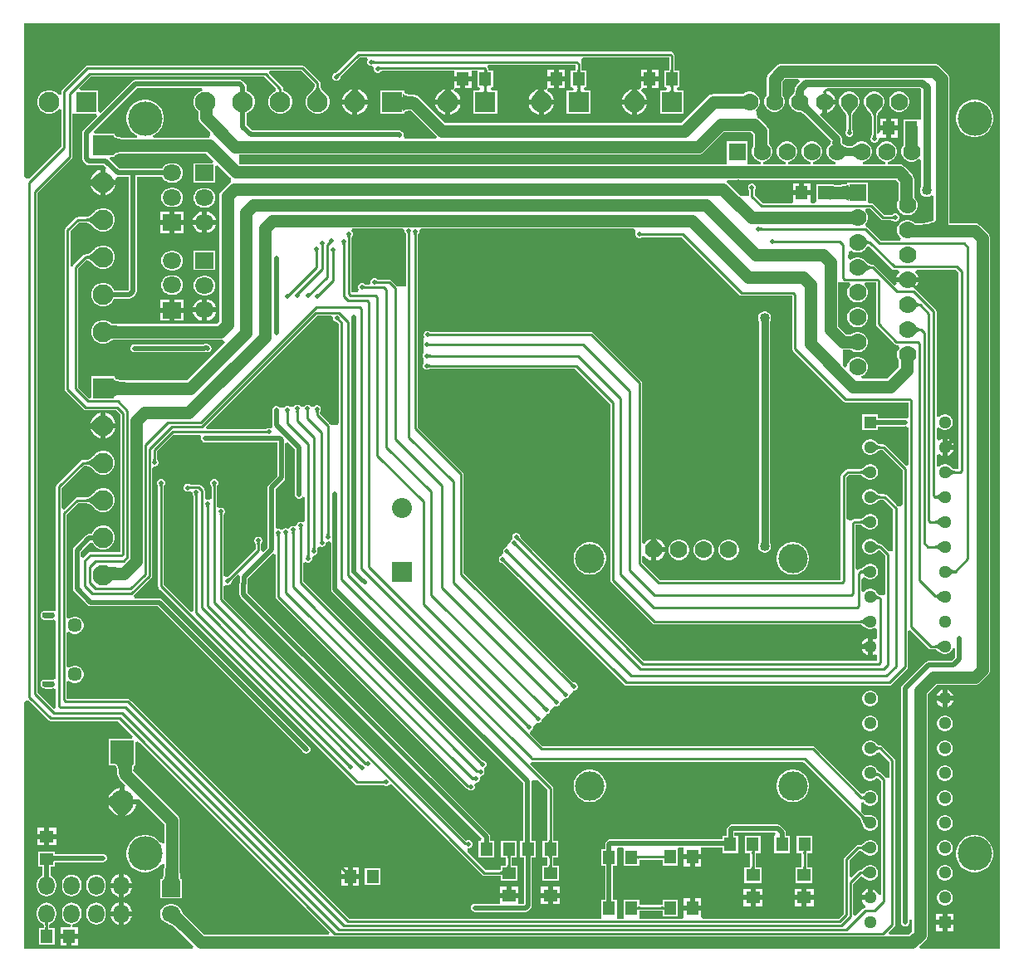
<source format=gbl>
G04*
G04 #@! TF.GenerationSoftware,Altium Limited,Altium Designer,21.2.1 (34)*
G04*
G04 Layer_Physical_Order=2*
G04 Layer_Color=16711680*
%FSTAX24Y24*%
%MOIN*%
G70*
G04*
G04 #@! TF.SameCoordinates,1AE62F94-6DB7-4B32-8B40-2354E624DE5A*
G04*
G04*
G04 #@! TF.FilePolarity,Positive*
G04*
G01*
G75*
%ADD10C,0.0200*%
%ADD17C,0.0100*%
%ADD24R,0.0500X0.0550*%
%ADD29R,0.0550X0.0500*%
%ADD73R,0.0700X0.0700*%
%ADD74C,0.0700*%
%ADD75R,0.0510X0.0510*%
%ADD76C,0.0510*%
%ADD87R,0.0700X0.0700*%
%ADD90C,0.0150*%
%ADD91C,0.0500*%
%ADD92C,0.0300*%
%ADD93C,0.0240*%
%ADD94C,0.0570*%
%ADD95R,0.0827X0.0827*%
%ADD96C,0.0827*%
%ADD97R,0.0800X0.0800*%
%ADD98C,0.0800*%
%ADD99R,0.0827X0.0827*%
%ADD100O,0.0750X0.0650*%
%ADD101R,0.0750X0.0650*%
%ADD102O,0.0650X0.0750*%
%ADD103C,0.1378*%
%ADD104C,0.0945*%
%ADD105R,0.0945X0.0945*%
%ADD106C,0.0200*%
%ADD107C,0.1181*%
%ADD108C,0.0400*%
%ADD109C,0.0240*%
G36*
X04227Y047146D02*
X042272Y047131D01*
X042274Y047119D01*
X042277Y047107D01*
X042281Y047097D01*
X042286Y047088D01*
X042292Y047081D01*
X042299Y047075D01*
X042306Y04707D01*
X042315Y047067D01*
X042125D01*
X042134Y04707D01*
X042141Y047075D01*
X042148Y047081D01*
X042154Y047088D01*
X042159Y047097D01*
X042163Y047107D01*
X042166Y047119D01*
X042168Y047131D01*
X04217Y047146D01*
X04217Y047161D01*
X04227D01*
X04227Y047146D01*
D02*
G37*
G36*
X021932Y047353D02*
X02194Y047324D01*
X021952Y047293D01*
X021968Y04726D01*
X02199Y047225D01*
X022016Y047187D01*
X022047Y047148D01*
X022124Y047063D01*
X022169Y047017D01*
X021591D01*
X021636Y047063D01*
X021744Y047187D01*
X02177Y047225D01*
X021792Y04726D01*
X021808Y047293D01*
X02182Y047324D01*
X021828Y047353D01*
X02183Y04738D01*
X02193D01*
X021932Y047353D01*
D02*
G37*
G36*
X041386Y047207D02*
X041392Y047111D01*
X041396Y047086D01*
X0414Y047064D01*
X041406Y047046D01*
X041412Y047031D01*
X041419Y04702D01*
X041427Y047013D01*
X04104Y04703D01*
X041048Y047037D01*
X041056Y047047D01*
X041063Y047061D01*
X041069Y047078D01*
X041074Y047098D01*
X041078Y047121D01*
X041082Y047147D01*
X041085Y04721D01*
X041086Y047246D01*
X041386D01*
X041386Y047207D01*
D02*
G37*
G36*
X025297Y047098D02*
X02531Y047066D01*
X025333Y047038D01*
X025364Y047014D01*
X025405Y046994D01*
X025454Y046977D01*
X025513Y046964D01*
X025581Y046954D01*
X025657Y046949D01*
X025743Y046947D01*
Y046447D01*
X025657Y046446D01*
X025513Y046435D01*
X025454Y046425D01*
X025405Y046413D01*
X025364Y046397D01*
X025333Y046379D01*
X02531Y046359D01*
X025297Y046335D01*
X025292Y046309D01*
Y047134D01*
X025297Y047098D01*
D02*
G37*
G36*
X046106Y047216D02*
Y046022D01*
X04601Y046005D01*
X04601Y046005D01*
X04601Y046005D01*
X04539D01*
Y04569D01*
X045387Y04567D01*
Y044974D01*
X045338Y044888D01*
X04531Y044784D01*
Y044676D01*
X045338Y044572D01*
X045392Y044478D01*
X045468Y044402D01*
X045562Y044348D01*
X045666Y04432D01*
X045774D01*
X045878Y044348D01*
X045972Y044402D01*
X046006Y044436D01*
X046106Y044395D01*
Y043319D01*
X046078Y04327D01*
X04606Y043204D01*
Y043136D01*
X046078Y04307D01*
X046112Y04301D01*
X04616Y042962D01*
X04622Y042928D01*
X046286Y04291D01*
X046354D01*
X04642Y042928D01*
X04648Y042962D01*
X046507Y04299D01*
X046594Y042964D01*
X046607Y042955D01*
Y041986D01*
X046557Y041957D01*
X046499Y041931D01*
X046434Y041909D01*
X046364Y04189D01*
X046288Y041876D01*
X046206Y041865D01*
X046118Y041859D01*
X046022Y041857D01*
X04602Y041856D01*
X046017Y041856D01*
X046014Y041854D01*
X045855D01*
X045802Y041908D01*
X045708Y041962D01*
X045604Y04199D01*
X045496D01*
X045392Y041962D01*
X045298Y041908D01*
X045222Y041832D01*
X045168Y041738D01*
X04514Y041634D01*
Y041526D01*
X045168Y041422D01*
X045222Y041328D01*
X045298Y041252D01*
X045298Y041251D01*
X045271Y041152D01*
X044486D01*
X043939Y041699D01*
X04391Y041719D01*
X043901Y04173D01*
X043878Y041828D01*
X043932Y041922D01*
X04396Y042026D01*
Y042134D01*
X043932Y042238D01*
X043878Y042332D01*
X043872Y042338D01*
X043913Y042438D01*
X044064D01*
X044501Y042001D01*
X044501Y042001D01*
X044537Y041976D01*
X04458Y041968D01*
X044915D01*
X044921Y041965D01*
X044939Y041964D01*
X044945Y041964D01*
X04495Y041963D01*
X044953Y041962D01*
X044955Y041962D01*
X044955Y041961D01*
X044956Y041961D01*
X044958Y04196D01*
X044959Y04196D01*
X044959Y04196D01*
X04496Y04196D01*
X044962Y041959D01*
X044966Y041958D01*
X044979Y041944D01*
X045038Y04192D01*
X045102D01*
X045161Y041944D01*
X045206Y041989D01*
X04523Y042048D01*
Y042112D01*
X045206Y042171D01*
X045161Y042216D01*
X045102Y04224D01*
X045038D01*
X044979Y042216D01*
X044966Y042202D01*
X044962Y042201D01*
X04496Y0422D01*
X044959Y0422D01*
X044959Y0422D01*
X044958Y0422D01*
X044956Y042199D01*
X044955Y042199D01*
X044955Y042198D01*
X044953Y042198D01*
X04495Y042197D01*
X044946Y042196D01*
X044931Y042195D01*
X044922Y042195D01*
X044916Y042192D01*
X044626D01*
X044189Y042629D01*
X044153Y042654D01*
X04411Y042662D01*
X04411Y042662D01*
X044057D01*
X04396Y04267D01*
Y04349D01*
X04324D01*
X04322Y04349D01*
X043218Y043492D01*
X043207Y043491D01*
X043201Y043494D01*
X04314Y04349D01*
Y043448D01*
X043138Y043446D01*
X043138Y043446D01*
X043138Y043443D01*
X043128Y043437D01*
X043102Y043428D01*
X043063Y043418D01*
X043014Y04341D01*
X042794Y043396D01*
X04278Y043396D01*
X042695Y043396D01*
X04251Y043401D01*
X04251Y043405D01*
X042449Y043409D01*
X042441Y043406D01*
X042429Y043406D01*
X042428Y043405D01*
X04189D01*
Y0431D01*
X041887Y04308D01*
Y04307D01*
X04189Y04305D01*
X04189Y042735D01*
X041824Y042662D01*
X041736D01*
X04165Y042695D01*
X04165Y042762D01*
Y04297D01*
X04095D01*
Y042762D01*
X04095Y042695D01*
X040864Y042662D01*
X039736D01*
X039422Y042976D01*
Y043135D01*
X039425Y043141D01*
X039426Y043159D01*
X039426Y043165D01*
X039427Y04317D01*
X039428Y043173D01*
X039428Y043175D01*
X039429Y043175D01*
X039429Y043176D01*
X03943Y043178D01*
X03943Y043179D01*
X03943Y043179D01*
X03943Y04318D01*
X039431Y043182D01*
X039432Y043186D01*
X039446Y043199D01*
X03947Y043258D01*
Y043322D01*
X039446Y043381D01*
X039401Y043426D01*
X039342Y04345D01*
X039278D01*
X039219Y043426D01*
X039174Y043381D01*
X03915Y043322D01*
Y043258D01*
X039174Y043199D01*
X039188Y043186D01*
X039189Y043182D01*
X03919Y04318D01*
X03919Y043179D01*
X03919Y043179D01*
X03919Y043178D01*
X039191Y043176D01*
X039191Y043175D01*
X039192Y043175D01*
X039192Y043173D01*
X039193Y04317D01*
X039194Y043166D01*
X039195Y043151D01*
X039195Y043142D01*
X039198Y043136D01*
Y043036D01*
X039188Y04294D01*
X039059D01*
Y04294D01*
X039059Y04294D01*
X03887D01*
X03887Y04294D01*
Y04294D01*
X038802Y043005D01*
X038356Y043451D01*
X038296Y043497D01*
X038295Y043507D01*
X038332Y043597D01*
X045089D01*
X045199Y043488D01*
Y042792D01*
X045168Y042738D01*
X04514Y042634D01*
Y042526D01*
X045168Y042422D01*
X045222Y042328D01*
X045298Y042252D01*
X045392Y042198D01*
X045496Y04217D01*
X045604D01*
X045708Y042198D01*
X045802Y042252D01*
X045878Y042328D01*
X045932Y042422D01*
X04596Y042526D01*
Y042634D01*
X045932Y042738D01*
X045878Y042832D01*
X045824Y042885D01*
Y043617D01*
X045824Y043617D01*
X045814Y043698D01*
X045783Y043773D01*
X045733Y043838D01*
X045733Y043838D01*
X04544Y044131D01*
X045375Y044181D01*
X0453Y044212D01*
X045259Y044217D01*
X045219Y044223D01*
X045219Y044223D01*
X04478D01*
X044774Y04432D01*
X044878Y044348D01*
X044972Y044402D01*
X045048Y044478D01*
X045102Y044572D01*
X04513Y044676D01*
Y044784D01*
X045102Y044888D01*
X045048Y044982D01*
X044972Y045058D01*
X044878Y045112D01*
X044774Y04514D01*
X044666D01*
X044562Y045112D01*
X044468Y045058D01*
X044392Y044982D01*
X044338Y044888D01*
X04431Y044784D01*
Y044676D01*
X044338Y044572D01*
X044392Y044478D01*
X044468Y044402D01*
X044562Y044348D01*
X044666Y04432D01*
X04466Y044223D01*
X04378D01*
X043774Y04432D01*
X043878Y044348D01*
X043972Y044402D01*
X044048Y044478D01*
X044102Y044572D01*
X04413Y044676D01*
Y044784D01*
X044102Y044888D01*
X044048Y044982D01*
X043972Y045058D01*
X043878Y045112D01*
X043774Y04514D01*
X043666D01*
X043562Y045112D01*
X043468Y045058D01*
X043437Y045027D01*
X043426Y045023D01*
X043409Y045007D01*
X043392Y044994D01*
X043375Y044983D01*
X043355Y044974D01*
X043333Y044965D01*
X04331Y044958D01*
X043284Y044952D01*
X043256Y044948D01*
X043226Y044946D01*
X04322Y044946D01*
X043214Y044946D01*
X043184Y044948D01*
X043156Y044952D01*
X04313Y044958D01*
X043107Y044965D01*
X043085Y044974D01*
X043065Y044983D01*
X043048Y044994D01*
X043031Y045007D01*
X043014Y045023D01*
X043003Y045027D01*
X042972Y045058D01*
X042947Y045073D01*
X042944Y045078D01*
X042942Y045078D01*
X042942Y04508D01*
X042939Y045082D01*
X042937Y045087D01*
X042933Y045097D01*
X042929Y045111D01*
X042926Y045129D01*
X04292Y045213D01*
X042919Y045247D01*
X042917Y045251D01*
X042902Y045328D01*
X042856Y045397D01*
X042045Y046207D01*
X042097Y046297D01*
X04212Y046291D01*
Y04673D01*
X04222D01*
Y04683D01*
X042659D01*
X042639Y046904D01*
X04258Y047006D01*
X042496Y04709D01*
X042394Y047149D01*
X042332Y047166D01*
X042345Y047266D01*
X046056D01*
X046106Y047216D01*
D02*
G37*
G36*
X041571Y0467D02*
X041575Y046673D01*
X041581Y046647D01*
X04159Y046621D01*
X041601Y046594D01*
X041615Y046568D01*
X041632Y046542D01*
X041652Y046516D01*
X041674Y04649D01*
X041698Y046464D01*
X041486Y046252D01*
X04146Y046276D01*
X041434Y046298D01*
X041408Y046318D01*
X041382Y046335D01*
X041356Y046349D01*
X041329Y04636D01*
X041303Y046369D01*
X041277Y046375D01*
X04125Y046379D01*
X041224Y04638D01*
X04157Y046726D01*
X041571Y0467D01*
D02*
G37*
G36*
X017251Y047177D02*
X017197Y047163D01*
X017089Y0471D01*
X017001Y047012D01*
X016939Y046904D01*
X016907Y046784D01*
Y046659D01*
X016939Y046539D01*
X017001Y046431D01*
X017089Y046343D01*
X017094Y04634D01*
Y046103D01*
X017094Y046103D01*
X017105Y046022D01*
X017136Y045947D01*
X017186Y045882D01*
X01756Y045508D01*
Y045381D01*
X01754Y045283D01*
X017443Y045283D01*
X015295D01*
X015275Y045383D01*
X015315Y045399D01*
X015438Y045481D01*
X015542Y045586D01*
X015624Y045708D01*
X015681Y045845D01*
X01571Y045989D01*
Y046137D01*
X015681Y046281D01*
X015624Y046418D01*
X015542Y04654D01*
X015438Y046645D01*
X015315Y046727D01*
X015179Y046783D01*
X015034Y046812D01*
X014887D01*
X014742Y046783D01*
X014606Y046727D01*
X014483Y046645D01*
X014379Y04654D01*
X014297Y046418D01*
X01424Y046281D01*
X014212Y046137D01*
Y045989D01*
X01424Y045845D01*
X014297Y045708D01*
X014379Y045586D01*
X014483Y045481D01*
X014606Y045399D01*
X014646Y045383D01*
X014626Y045283D01*
X014189D01*
X014183Y045285D01*
X01409Y045287D01*
X014008Y045292D01*
X013937Y045301D01*
X013878Y045312D01*
X01383Y045327D01*
X013794Y045343D01*
X01377Y045359D01*
X013757Y045373D01*
X01375Y045387D01*
X013746Y045411D01*
X013746Y045411D01*
X013743Y045417D01*
Y045463D01*
X013682Y045467D01*
X01368Y045466D01*
X013673Y045466D01*
X013668Y045463D01*
X012935D01*
X012896Y045556D01*
X014618Y047277D01*
X017238D01*
X017251Y047177D01*
D02*
G37*
G36*
X042855Y04521D02*
X042862Y045121D01*
X042866Y045098D01*
X042871Y045078D01*
X042877Y045061D01*
X042884Y045047D01*
X042892Y045037D01*
X0429Y04503D01*
X042513Y045013D01*
X042521Y04502D01*
X042528Y045031D01*
X042534Y045046D01*
X04254Y045064D01*
X042544Y045086D01*
X042548Y045111D01*
X042553Y045171D01*
X042554Y045246D01*
X042854D01*
X042855Y04521D01*
D02*
G37*
G36*
X04347Y044485D02*
X043451Y044503D01*
X043429Y044519D01*
X043406Y044533D01*
X043381Y044546D01*
X043354Y044556D01*
X043326Y044565D01*
X043296Y044571D01*
X043263Y044576D01*
X043229Y044579D01*
X04322Y044579D01*
X043211Y044579D01*
X043177Y044576D01*
X043144Y044571D01*
X043114Y044565D01*
X043086Y044556D01*
X043059Y044546D01*
X043034Y044533D01*
X043011Y044519D01*
X042989Y044503D01*
X04297Y044485D01*
Y044975D01*
X042989Y044957D01*
X043011Y044941D01*
X043034Y044927D01*
X043059Y044914D01*
X043086Y044904D01*
X043114Y044895D01*
X043144Y044889D01*
X043177Y044884D01*
X043211Y044881D01*
X04322Y044881D01*
X043229Y044881D01*
X043263Y044884D01*
X043296Y044889D01*
X043326Y044895D01*
X043354Y044904D01*
X043381Y044914D01*
X043406Y044927D01*
X043429Y044941D01*
X043451Y044957D01*
X04347Y044975D01*
Y044485D01*
D02*
G37*
G36*
X013687Y045368D02*
X013702Y045337D01*
X013727Y045309D01*
X013762Y045286D01*
X013807Y045266D01*
X013862Y045249D01*
X013927Y045236D01*
X014002Y045227D01*
X014087Y045222D01*
X014182Y04522D01*
Y04472D01*
X014087Y044719D01*
X013927Y044707D01*
X013862Y044697D01*
X013807Y044684D01*
X013762Y044669D01*
X013727Y04465D01*
X013702Y044629D01*
X013687Y044605D01*
X013682Y044578D01*
Y045402D01*
X013687Y045368D01*
D02*
G37*
G36*
X039369Y045408D02*
Y044942D01*
X039338Y044888D01*
X03931Y044784D01*
Y044676D01*
X039338Y044572D01*
X039392Y044478D01*
X039468Y044402D01*
X039562Y044348D01*
X039666Y04432D01*
X03966Y044223D01*
X039136D01*
X03913Y04432D01*
X03913Y044323D01*
Y04514D01*
X03831D01*
Y044323D01*
X03831Y04432D01*
X038304Y044223D01*
X018744D01*
X01874Y044233D01*
Y044617D01*
X03716D01*
X03716Y044617D01*
X037241Y044628D01*
X037316Y044659D01*
X037381Y044709D01*
X03819Y045517D01*
X039259D01*
X039369Y045408D01*
D02*
G37*
G36*
X043201Y042731D02*
X043196Y04275D01*
X043181Y042767D01*
X043156Y042782D01*
X043121Y042794D01*
X043076Y042805D01*
X043021Y042814D01*
X042956Y042821D01*
X042824Y042828D01*
X042454Y042803D01*
X042449Y042796D01*
Y043344D01*
X042454Y043341D01*
X042469Y043339D01*
X042494Y043337D01*
X042694Y043331D01*
X04278Y043331D01*
X042796Y043331D01*
X043021Y043346D01*
X043076Y043355D01*
X043121Y043366D01*
X043156Y043378D01*
X043181Y043393D01*
X043196Y04341D01*
X043201Y043429D01*
Y042731D01*
D02*
G37*
G36*
X039376Y043214D02*
X039373Y043209D01*
X03937Y043204D01*
X039367Y043197D01*
X039365Y04319D01*
X039363Y043182D01*
X039362Y043174D01*
X039361Y043164D01*
X03936Y043143D01*
X03926D01*
X03926Y043154D01*
X039258Y043174D01*
X039257Y043182D01*
X039255Y04319D01*
X039253Y043197D01*
X03925Y043204D01*
X039247Y043209D01*
X039244Y043214D01*
X03924Y043219D01*
X03938D01*
X039376Y043214D01*
D02*
G37*
G36*
X044999Y04201D02*
X044994Y042014D01*
X044989Y042017D01*
X044984Y04202D01*
X044977Y042023D01*
X04497Y042025D01*
X044962Y042027D01*
X044954Y042028D01*
X044944Y042029D01*
X044923Y04203D01*
Y04213D01*
X044934Y04213D01*
X044954Y042132D01*
X044962Y042133D01*
X04497Y042135D01*
X044977Y042137D01*
X044984Y04214D01*
X044989Y042143D01*
X044994Y042146D01*
X044999Y04215D01*
Y04201D01*
D02*
G37*
G36*
X012975Y041701D02*
X012929Y041746D01*
X012804Y041854D01*
X012767Y04188D01*
X012731Y041902D01*
X012698Y041918D01*
X012667Y04193D01*
X012638Y041938D01*
X012612Y04194D01*
Y04204D01*
X012638Y042042D01*
X012667Y04205D01*
X012698Y042062D01*
X012731Y042078D01*
X012767Y0421D01*
X012804Y042126D01*
X012844Y042157D01*
X012929Y042234D01*
X012975Y042279D01*
Y041701D01*
D02*
G37*
G36*
X039646Y041686D02*
X039651Y041683D01*
X039656Y04168D01*
X039663Y041677D01*
X03967Y041675D01*
X039678Y041673D01*
X039686Y041672D01*
X039696Y041671D01*
X039717Y04167D01*
Y04157D01*
X039706Y04157D01*
X039686Y041568D01*
X039678Y041567D01*
X03967Y041565D01*
X039663Y041563D01*
X039656Y04156D01*
X039651Y041557D01*
X039646Y041554D01*
X039641Y04155D01*
Y04169D01*
X039646Y041686D01*
D02*
G37*
G36*
X013027Y046148D02*
X012475Y045595D01*
X012439Y045542D01*
X012427Y04548D01*
Y044462D01*
X012439Y0444D01*
X012475Y044347D01*
X012592Y04423D01*
X012645Y044194D01*
X012707Y044182D01*
X013308D01*
X013399Y04409D01*
X01337Y044039D01*
Y04359D01*
X013614D01*
Y043719D01*
X013638Y043685D01*
X013663Y043655D01*
X013688Y043628D01*
X013714Y043605D01*
X013733Y04359D01*
X013775D01*
X013766Y043623D01*
X013847Y043708D01*
X01385Y043707D01*
X014297D01*
Y039175D01*
X014275Y039154D01*
X013716D01*
X013711Y039173D01*
X013649Y039281D01*
X013561Y039369D01*
X013453Y039431D01*
X013332Y039463D01*
X013208D01*
X013087Y039431D01*
X012979Y039369D01*
X012891Y039281D01*
X012829Y039173D01*
X012797Y039052D01*
Y038928D01*
X012829Y038807D01*
X012891Y038699D01*
X012979Y038611D01*
X013087Y038549D01*
X013208Y038517D01*
X013332D01*
X013453Y038549D01*
X013561Y038611D01*
X013649Y038699D01*
X013711Y038807D01*
X013716Y038827D01*
X014343D01*
X014405Y03884D01*
X014458Y038875D01*
X014575Y038992D01*
X014611Y039045D01*
X014623Y039108D01*
Y043707D01*
X015641D01*
X015654Y043676D01*
X015715Y043595D01*
X015796Y043534D01*
X015889Y043495D01*
X01599Y043482D01*
X01609D01*
X016191Y043495D01*
X016284Y043534D01*
X016365Y043595D01*
X016426Y043676D01*
X016465Y043769D01*
X016478Y04387D01*
X016465Y043971D01*
X016426Y044064D01*
X016365Y044145D01*
X016284Y044206D01*
X016191Y044245D01*
X01609Y044258D01*
X01599D01*
X015889Y044245D01*
X015796Y044206D01*
X015715Y044145D01*
X015654Y044064D01*
X015641Y044034D01*
X013918D01*
X013538Y044413D01*
X013572Y044501D01*
X013668Y044515D01*
X01367Y044514D01*
X013679Y044514D01*
X013682Y044513D01*
X013743Y044517D01*
Y044562D01*
X013746Y044566D01*
X013746Y044566D01*
X013749Y044581D01*
X013752Y044586D01*
X013764Y044596D01*
X013788Y044609D01*
X013825Y044622D01*
X013874Y044633D01*
X013934Y044643D01*
X01409Y044654D01*
X014183Y044655D01*
X014188Y044657D01*
X01741D01*
X017703Y044365D01*
X017661Y044265D01*
X016905D01*
Y043495D01*
X017775D01*
Y044151D01*
X017875Y044193D01*
X018379Y043689D01*
X018379Y043689D01*
X018392Y043679D01*
Y043503D01*
X018387Y043501D01*
X018322Y043451D01*
X018322Y043451D01*
X018029Y043158D01*
X017979Y043093D01*
X017948Y043018D01*
X017937Y042937D01*
X017937Y042937D01*
Y037912D01*
X017828Y037803D01*
X013853D01*
X013848Y037805D01*
X013802Y037805D01*
X013724Y037808D01*
X013663Y037814D01*
X013642Y037818D01*
X013624Y037822D01*
X013613Y037826D01*
X013609Y037827D01*
X013605Y037831D01*
X013596Y037833D01*
X013561Y037869D01*
X013453Y037931D01*
X013332Y037963D01*
X013208D01*
X013087Y037931D01*
X012979Y037869D01*
X012891Y037781D01*
X012829Y037673D01*
X012797Y037552D01*
Y037428D01*
X012829Y037307D01*
X012891Y037199D01*
X012979Y037111D01*
X013087Y037049D01*
X013208Y037017D01*
X013332D01*
X013453Y037049D01*
X013561Y037111D01*
X013596Y037147D01*
X013605Y037149D01*
X013609Y037153D01*
X013613Y037154D01*
X013624Y037158D01*
X013642Y037162D01*
X013662Y037166D01*
X013803Y037175D01*
X013848Y037175D01*
X013853Y037177D01*
X017957D01*
X017957Y037177D01*
X018038Y037188D01*
X018043Y03719D01*
X018164Y037069D01*
X016638Y035543D01*
X014189D01*
X014185Y035545D01*
X014007Y035551D01*
X013936Y035559D01*
X013876Y035569D01*
X013828Y035582D01*
X013791Y035597D01*
X013767Y035611D01*
X013755Y035623D01*
X01375Y035633D01*
X013746Y035653D01*
X013746Y035653D01*
X013743Y035657D01*
Y035703D01*
X013682Y035707D01*
X013679Y035706D01*
X013672Y035706D01*
X013667Y035703D01*
X012797D01*
Y034836D01*
X012697Y034822D01*
X012272Y035246D01*
Y040044D01*
X012605Y040376D01*
X012606Y040375D01*
X012628Y040373D01*
X012648Y040368D01*
X012672Y040359D01*
X0127Y040345D01*
X012731Y040326D01*
X012764Y040303D01*
X012885Y040198D01*
X012929Y040155D01*
X012941Y04015D01*
X012979Y040111D01*
X013087Y040049D01*
X013208Y040017D01*
X013332D01*
X013453Y040049D01*
X013561Y040111D01*
X013649Y040199D01*
X013711Y040307D01*
X013743Y040428D01*
Y040552D01*
X013711Y040673D01*
X013649Y040781D01*
X013561Y040869D01*
X013453Y040931D01*
X013332Y040963D01*
X013208D01*
X013087Y040931D01*
X012979Y040869D01*
X012941Y04083D01*
X012929Y040825D01*
X012884Y040781D01*
X012802Y040707D01*
X012765Y040678D01*
X012731Y040654D01*
X0127Y040635D01*
X012672Y040621D01*
X012648Y040612D01*
X012628Y040607D01*
X012606Y040605D01*
X012601Y040602D01*
X01256D01*
X012517Y040594D01*
X012481Y040569D01*
X012481Y040569D01*
X012081Y040169D01*
X012056Y040133D01*
X012056Y040129D01*
X011952D01*
Y041524D01*
X012306Y041878D01*
X012601D01*
X012606Y041875D01*
X012628Y041873D01*
X012648Y041868D01*
X012672Y041859D01*
X0127Y041845D01*
X012731Y041826D01*
X012764Y041803D01*
X012885Y041698D01*
X012929Y041655D01*
X012941Y04165D01*
X012979Y041611D01*
X013087Y041549D01*
X013208Y041517D01*
X013332D01*
X013453Y041549D01*
X013561Y041611D01*
X013649Y041699D01*
X013711Y041807D01*
X013743Y041928D01*
Y042052D01*
X013711Y042173D01*
X013649Y042281D01*
X013561Y042369D01*
X013453Y042431D01*
X013332Y042463D01*
X013208D01*
X013087Y042431D01*
X012979Y042369D01*
X012941Y04233D01*
X012929Y042325D01*
X012884Y042281D01*
X012802Y042207D01*
X012765Y042178D01*
X012731Y042154D01*
X0127Y042135D01*
X012672Y042121D01*
X012648Y042112D01*
X012628Y042107D01*
X012606Y042105D01*
X012601Y042102D01*
X01226D01*
X01226Y042102D01*
X012217Y042094D01*
X012181Y042069D01*
X012181Y042069D01*
X011761Y041649D01*
X011736Y041613D01*
X011728Y04157D01*
X011728Y04157D01*
Y03519D01*
X011728Y03519D01*
X011736Y035147D01*
X011761Y035111D01*
X012491Y034381D01*
X012491Y034381D01*
X012527Y034356D01*
X01257Y034348D01*
X01257Y034348D01*
X013793D01*
X013968Y034173D01*
Y028642D01*
X01275D01*
X01275Y028642D01*
X012707Y028634D01*
X012671Y028609D01*
X012671Y028609D01*
X012483Y028422D01*
X012395Y02845D01*
X012383Y028459D01*
Y028652D01*
X012742Y029011D01*
X012856Y029D01*
X012891Y028939D01*
X012979Y028851D01*
X013087Y028789D01*
X013208Y028757D01*
X013332D01*
X013453Y028789D01*
X013561Y028851D01*
X013649Y028939D01*
X013711Y029047D01*
X013743Y029168D01*
Y029292D01*
X013711Y029413D01*
X013649Y029521D01*
X013561Y029609D01*
X013453Y029671D01*
X013332Y029703D01*
X013208D01*
X013087Y029671D01*
X012979Y029609D01*
X012891Y029521D01*
X012829Y029413D01*
X012817Y02937D01*
X012707D01*
X012644Y029357D01*
X012591Y029322D01*
X012105Y028835D01*
X012069Y028782D01*
X012057Y02872D01*
Y02718D01*
X012069Y027118D01*
X012105Y027065D01*
X012655Y026515D01*
X012708Y026479D01*
X01277Y026467D01*
X015452D01*
X021315Y020605D01*
X021328Y020596D01*
X021339Y020584D01*
X021354Y020578D01*
X021368Y020569D01*
X021383Y020566D01*
X021398Y02056D01*
X021414D01*
X02143Y020557D01*
X021446Y02056D01*
X021462D01*
X021477Y020566D01*
X021492Y020569D01*
X021506Y020578D01*
X021521Y020584D01*
X021532Y020596D01*
X021545Y020605D01*
X021554Y020618D01*
X021566Y020629D01*
X021572Y020644D01*
X021581Y020658D01*
X021584Y020673D01*
X02159Y020688D01*
Y020704D01*
X021593Y02072D01*
X02159Y020736D01*
Y020752D01*
X021584Y020767D01*
X021581Y020782D01*
X021572Y020796D01*
X021566Y020811D01*
X021554Y020822D01*
X021545Y020835D01*
X015635Y026745D01*
X015582Y026781D01*
X01552Y026793D01*
X014537D01*
X014524Y026811D01*
X014493Y026911D01*
X015199Y027617D01*
X015224Y027653D01*
X015232Y027696D01*
X015232Y027696D01*
Y031999D01*
X015298Y03208D01*
X015362D01*
X015421Y032104D01*
X015466Y032149D01*
X01549Y032208D01*
Y032272D01*
X015466Y032331D01*
X015452Y032344D01*
X015451Y032348D01*
X01545Y03235D01*
X01545Y032351D01*
X01545Y032351D01*
X01545Y032352D01*
X015449Y032354D01*
X015449Y032355D01*
X015448Y032355D01*
X015448Y032357D01*
X015447Y03236D01*
X015446Y032364D01*
X015445Y032379D01*
X015445Y032388D01*
X015442Y032394D01*
Y032704D01*
X016096Y033358D01*
X017141D01*
X017153Y033348D01*
X017159Y033341D01*
X01719Y033292D01*
X017202Y033258D01*
X0172Y033252D01*
Y033236D01*
X017197Y03322D01*
X0172Y033204D01*
Y033188D01*
X017206Y033173D01*
X017209Y033158D01*
X017218Y033144D01*
X017224Y033129D01*
X017236Y033118D01*
X017245Y033105D01*
X01725Y0331D01*
X017263Y033091D01*
X017269Y033084D01*
X017278Y033081D01*
X017303Y033064D01*
X017365Y033052D01*
X018824D01*
X018828Y03305D01*
X018844D01*
X01886Y033047D01*
X020257D01*
Y031688D01*
X019925Y031355D01*
X019889Y031302D01*
X019877Y03124D01*
Y028828D01*
X019691Y028642D01*
X019608Y0287D01*
X019612Y02872D01*
X019612Y02872D01*
Y028945D01*
X019615Y028951D01*
X019616Y028969D01*
X019616Y028975D01*
X019617Y02898D01*
X019618Y028983D01*
X019618Y028985D01*
X019619Y028985D01*
X019619Y028986D01*
X01962Y028988D01*
X01962Y028989D01*
X01962Y028989D01*
X01962Y02899D01*
X019621Y028992D01*
X019622Y028996D01*
X019636Y029009D01*
X01966Y029068D01*
Y029132D01*
X019636Y029191D01*
X019591Y029236D01*
X019532Y02926D01*
X019468D01*
X019409Y029236D01*
X019364Y029191D01*
X01934Y029132D01*
Y029068D01*
X019364Y029009D01*
X019378Y028996D01*
X019379Y028992D01*
X01938Y02899D01*
X01938Y028989D01*
X01938Y028989D01*
X01938Y028988D01*
X019381Y028986D01*
X019381Y028985D01*
X019382Y028985D01*
X019382Y028983D01*
X019383Y02898D01*
X019384Y028976D01*
X019385Y028961D01*
X019385Y028952D01*
X019388Y028946D01*
Y028766D01*
X0183Y027679D01*
X018294Y027677D01*
X018281Y027664D01*
X018276Y027661D01*
X018272Y027658D01*
X018269Y027656D01*
X018267Y027655D01*
X018267Y027655D01*
X018266Y027654D01*
X018265Y027654D01*
X018264Y027654D01*
X018263Y027653D01*
X018262Y027653D01*
X018261Y027652D01*
X018257Y02765D01*
X018238D01*
X018212Y027639D01*
X018127Y027682D01*
X018112Y027698D01*
Y030115D01*
X018115Y030121D01*
X018116Y030139D01*
X018116Y030145D01*
X018117Y03015D01*
X018118Y030153D01*
X018118Y030155D01*
X018119Y030155D01*
X018119Y030156D01*
X01812Y030158D01*
X01812Y030159D01*
X01812Y030159D01*
X01812Y03016D01*
X018121Y030162D01*
X018122Y030166D01*
X018136Y030179D01*
X01816Y030238D01*
Y030302D01*
X018136Y030361D01*
X018091Y030406D01*
X018032Y03043D01*
X017968D01*
X017942Y030419D01*
X017858Y030461D01*
X017842Y030478D01*
Y031275D01*
X017844Y03128D01*
X017845Y031299D01*
X017846Y031304D01*
X017847Y031309D01*
X017847Y031313D01*
X017848Y031315D01*
X017848Y031315D01*
X017848Y031316D01*
X017849Y031317D01*
X01785Y031318D01*
X01785Y031319D01*
X01785Y03132D01*
X01785Y031321D01*
X017852Y031325D01*
X017865Y031339D01*
X01789Y031398D01*
Y031461D01*
X017865Y03152D01*
X01782Y031565D01*
X017761Y03159D01*
X017698D01*
X017639Y031565D01*
X017594Y03152D01*
X01757Y031461D01*
Y031398D01*
X017594Y031339D01*
X017607Y031325D01*
X017609Y031321D01*
X017609Y03132D01*
X017609Y031319D01*
X017609Y031318D01*
X01761Y031317D01*
X017611Y031316D01*
X017611Y031315D01*
X017611Y031315D01*
X017612Y031313D01*
X017613Y031309D01*
X017613Y031305D01*
X017614Y03129D01*
X017615Y031282D01*
X017617Y031275D01*
Y030798D01*
X017603Y030782D01*
X017517Y030739D01*
X017492Y03075D01*
X017428D01*
X017352Y030827D01*
Y031121D01*
X017344Y031164D01*
X017319Y031201D01*
X017319Y031201D01*
X017195Y031325D01*
X017159Y031349D01*
X017116Y031357D01*
X017116Y031357D01*
X01691D01*
X01691Y031357D01*
X01689Y031353D01*
X016806D01*
X0168Y031356D01*
X01679Y031356D01*
X016783Y031357D01*
X016769Y031358D01*
X016766Y031359D01*
X016763Y03136D01*
X016761Y03136D01*
X016761Y031361D01*
X01676Y031361D01*
X016759Y031361D01*
X016755Y031362D01*
X016754Y031362D01*
X016751Y031366D01*
X016692Y03139D01*
X016628D01*
X016569Y031366D01*
X016524Y031321D01*
X0165Y031262D01*
Y031198D01*
X016524Y031139D01*
X016569Y031094D01*
X016628Y03107D01*
X016692D01*
X016751Y031094D01*
X016842Y03106D01*
X016852Y031035D01*
Y031003D01*
X016876Y030945D01*
X016879Y030942D01*
X016879Y030942D01*
X01688Y030938D01*
X016881Y030936D01*
X016881Y030936D01*
X016881Y030935D01*
X016882Y030933D01*
X016882Y03093D01*
X016883Y030927D01*
X016885Y030904D01*
X016885Y030896D01*
X016888Y030889D01*
Y026282D01*
X016788Y026241D01*
X015706Y027322D01*
Y031261D01*
X015709Y031267D01*
X01571Y031285D01*
X01571Y031291D01*
X015711Y031295D01*
X015712Y031299D01*
X015713Y031301D01*
X015713Y031301D01*
X015713Y031302D01*
X015714Y031304D01*
X015714Y031305D01*
X015714Y031305D01*
X015715Y031306D01*
X015715Y031307D01*
X015716Y031312D01*
X01573Y031325D01*
X015754Y031384D01*
Y031448D01*
X01573Y031506D01*
X015685Y031551D01*
X015626Y031576D01*
X015562D01*
X015504Y031551D01*
X015459Y031506D01*
X015434Y031448D01*
Y031384D01*
X015459Y031325D01*
X015472Y031312D01*
X015473Y031307D01*
X015474Y031306D01*
X015474Y031305D01*
X015474Y031305D01*
X015474Y031304D01*
X015475Y031302D01*
X015476Y031301D01*
X015476Y031301D01*
X015476Y031299D01*
X015477Y031295D01*
X015478Y031291D01*
X015479Y031277D01*
X015479Y031268D01*
X015482Y031262D01*
Y027276D01*
X015482Y027276D01*
X015491Y027233D01*
X015515Y027197D01*
X023388Y019324D01*
X023388Y019324D01*
X023424Y019299D01*
X023467Y019291D01*
X023467Y019291D01*
X024475D01*
X024481Y019288D01*
X024499Y019287D01*
X024505Y019287D01*
X02451Y019286D01*
X024513Y019285D01*
X024515Y019285D01*
X024515Y019284D01*
X024516Y019284D01*
X024518Y019283D01*
X024519Y019283D01*
X024519Y019283D01*
X02452Y019283D01*
X024522Y019282D01*
X024526Y019281D01*
X024539Y019267D01*
X024598Y019243D01*
X024662D01*
X024721Y019267D01*
X024766Y019312D01*
X02487Y019302D01*
X028494Y015677D01*
X028494Y015677D01*
X028531Y015653D01*
X028574Y015644D01*
X028574Y015644D01*
X029178D01*
X029185Y015641D01*
X029202Y015641D01*
X029215Y01564D01*
X029224Y015638D01*
X029225Y015638D01*
Y01544D01*
X029895D01*
Y01606D01*
X029678D01*
X029678Y016061D01*
X029676Y01607D01*
X029675Y016083D01*
X029675Y0161D01*
X029672Y016107D01*
Y016338D01*
X029675Y016345D01*
X029675Y016362D01*
X029676Y016375D01*
X029678Y016384D01*
X029678Y016385D01*
X02986D01*
Y017055D01*
X02924D01*
Y016385D01*
X029442D01*
X029442Y016384D01*
X029444Y016375D01*
X029445Y016362D01*
X029445Y016345D01*
X029448Y016338D01*
Y016107D01*
X029445Y0161D01*
X029445Y016083D01*
X029444Y01607D01*
X029442Y016061D01*
X029442Y01606D01*
X029225D01*
Y015875D01*
X029224Y015874D01*
X029215Y015873D01*
X029202Y015872D01*
X029185Y015871D01*
X029178Y015869D01*
X02862D01*
X02789Y016599D01*
Y016752D01*
X027898Y01676D01*
X027962D01*
X028021Y016784D01*
X028066Y016829D01*
X02809Y016888D01*
Y016952D01*
X028066Y017011D01*
X028021Y017056D01*
X027962Y01708D01*
X027898D01*
X027842Y017057D01*
X027742Y017156D01*
X027742Y017156D01*
X018112Y026786D01*
Y027282D01*
X018127Y027298D01*
X018212Y027341D01*
X018238Y02733D01*
X018302D01*
X018361Y027354D01*
X018406Y027399D01*
X01843Y027458D01*
Y027477D01*
X018432Y027481D01*
X018433Y027482D01*
X018433Y027483D01*
X018434Y027484D01*
X018434Y027485D01*
X018434Y027486D01*
X018435Y027487D01*
X018435Y027487D01*
X018436Y027489D01*
X018438Y027492D01*
X01844Y027496D01*
X01845Y027507D01*
X018456Y027513D01*
X018458Y02752D01*
X018682Y027743D01*
X018723Y027723D01*
X018764Y027684D01*
X018755Y027638D01*
Y027431D01*
X018747Y027389D01*
Y02694D01*
X018759Y026878D01*
X018795Y026825D01*
X028464Y017155D01*
X028432Y017055D01*
X02834D01*
Y016385D01*
X02896D01*
Y017055D01*
X028813D01*
Y0172D01*
X028801Y017262D01*
X028765Y017315D01*
X019073Y027008D01*
Y027355D01*
X019081Y027397D01*
Y027571D01*
X020088Y028577D01*
X020188Y028536D01*
Y02685D01*
X020188Y02685D01*
X020196Y026807D01*
X020221Y026771D01*
X027822Y01917D01*
X027822Y01917D01*
X027858Y019146D01*
X027896Y019138D01*
X027939Y019094D01*
X027998Y01907D01*
X028062D01*
X028121Y019094D01*
X028166Y019139D01*
X02819Y019198D01*
Y019262D01*
X028179Y019288D01*
X028181Y019295D01*
X028233Y019373D01*
X028241Y01938D01*
X028267D01*
X028326Y019404D01*
X028371Y019449D01*
X028395Y019508D01*
Y019572D01*
X028452Y01967D01*
X028454Y019671D01*
X028511Y019694D01*
X028556Y019739D01*
X02858Y019798D01*
Y019862D01*
X028556Y019921D01*
X028581Y019984D01*
X028626Y020029D01*
X02865Y020088D01*
Y020152D01*
X028626Y020211D01*
X028581Y020256D01*
X028522Y02028D01*
X028503D01*
X028499Y020282D01*
X028498Y020283D01*
X028497Y020283D01*
X028496Y020284D01*
X028495Y020284D01*
X028494Y020284D01*
X028493Y020285D01*
X028493Y020285D01*
X028491Y020286D01*
X028488Y020288D01*
X028484Y02029D01*
X028473Y0203D01*
X028467Y020306D01*
X02846Y020308D01*
X021302Y027466D01*
Y0282D01*
X021399Y028244D01*
X021458Y02822D01*
X021522D01*
X021581Y028244D01*
X021626Y028289D01*
X02165Y028348D01*
Y028412D01*
X021647Y028419D01*
X02166Y028447D01*
X021717Y02851D01*
X021752D01*
X021811Y028534D01*
X021856Y028579D01*
X02188Y028638D01*
Y028702D01*
X021856Y028761D01*
X021866Y028827D01*
X021928Y028864D01*
X021959Y028874D01*
X022018Y02885D01*
X022082D01*
X022141Y028874D01*
X022186Y028919D01*
X02221Y028978D01*
Y029006D01*
X022245Y029057D01*
X022341Y029076D01*
X022417Y029012D01*
Y02746D01*
Y02716D01*
X022429Y027098D01*
X022465Y027045D01*
X030137Y019372D01*
Y017055D01*
X03001D01*
Y016385D01*
X030157D01*
Y014523D01*
X029935D01*
Y01475D01*
X02956D01*
X029185D01*
Y014523D01*
X02819D01*
X028174Y01452D01*
X028158D01*
X028143Y014514D01*
X028128Y014511D01*
X028114Y014502D01*
X028099Y014496D01*
X028088Y014484D01*
X028075Y014475D01*
X028066Y014462D01*
X028054Y014451D01*
X028048Y014436D01*
X028039Y014422D01*
X028036Y014407D01*
X02803Y014392D01*
Y014376D01*
X028027Y01436D01*
X02803Y014344D01*
Y014328D01*
X028036Y014313D01*
X028039Y014298D01*
X028048Y014284D01*
X028054Y014269D01*
X028066Y014258D01*
X028075Y014245D01*
X028088Y014236D01*
X028099Y014224D01*
X028114Y014218D01*
X028128Y014209D01*
X028143Y014206D01*
X028158Y0142D01*
X028174D01*
X02819Y014197D01*
X030232D01*
X030295Y014209D01*
X030347Y014245D01*
X030435Y014333D01*
X030471Y014385D01*
X030483Y014448D01*
Y016385D01*
X03063D01*
Y017055D01*
X030463D01*
Y01944D01*
X030548Y019483D01*
X030738D01*
X031108Y019114D01*
Y01734D01*
Y017102D01*
X031105Y017096D01*
X031105Y017079D01*
X031104Y017066D01*
X031102Y017057D01*
X031102Y017055D01*
X03091D01*
Y016385D01*
X031102D01*
X031102Y016384D01*
X031104Y016375D01*
X031105Y016362D01*
X031105Y016345D01*
X031108Y016338D01*
Y016107D01*
X031105Y0161D01*
X031105Y016083D01*
X031104Y01607D01*
X031102Y016061D01*
X031102Y01606D01*
X030885D01*
Y01544D01*
X031555D01*
Y01606D01*
X031338D01*
X031338Y016061D01*
X031336Y01607D01*
X031335Y016083D01*
X031335Y0161D01*
X031332Y016107D01*
Y016338D01*
X031335Y016345D01*
X031335Y016362D01*
X031336Y016375D01*
X031338Y016384D01*
X031338Y016385D01*
X03153D01*
Y017055D01*
X031338D01*
X031338Y017057D01*
X031336Y017066D01*
X031335Y017079D01*
X031335Y017096D01*
X031332Y017102D01*
Y01734D01*
Y01916D01*
X031332Y01916D01*
X031324Y019203D01*
X031299Y019239D01*
X031299Y019239D01*
X03047Y020069D01*
X0304Y02014D01*
X03048Y02022D01*
Y020228D01*
X041374D01*
X043665Y017937D01*
X043667Y017931D01*
X043676Y017921D01*
X043683Y017911D01*
X04369Y017898D01*
X043707Y017859D01*
X043715Y017837D01*
X043739Y017746D01*
X043746Y01771D01*
X043753Y0177D01*
X043766Y017648D01*
X043808Y017577D01*
X043867Y017518D01*
X043938Y017476D01*
X044019Y017455D01*
X044101D01*
X044182Y017476D01*
X044253Y017518D01*
X044312Y017577D01*
X044354Y017648D01*
X044375Y017729D01*
Y017811D01*
X044354Y017892D01*
X044312Y017963D01*
X044253Y018022D01*
X044182Y018064D01*
X044101Y018085D01*
X044019D01*
X044006Y018082D01*
X043996Y018084D01*
X043967Y018078D01*
X043941Y018075D01*
X043917Y018074D01*
X043897Y018074D01*
X043878Y018077D01*
X043862Y01808D01*
X043849Y018085D01*
X043837Y01809D01*
X043827Y018097D01*
X043815Y018108D01*
X04381Y018109D01*
X043808Y018113D01*
X043805Y018113D01*
X04369Y018229D01*
Y01857D01*
X043696Y018586D01*
X043699Y018588D01*
X043792Y018604D01*
X043808Y018577D01*
X043867Y018518D01*
X043938Y018476D01*
X044019Y018455D01*
X044101D01*
X044182Y018476D01*
X044253Y018518D01*
X044312Y018577D01*
X044354Y018648D01*
X044375Y018729D01*
Y018811D01*
X044354Y018892D01*
X044312Y018963D01*
X044253Y019022D01*
X044182Y019064D01*
X044101Y019085D01*
X044019D01*
X043938Y019064D01*
X043867Y019022D01*
X043808Y018963D01*
X043711Y018952D01*
X0437Y018955D01*
X043687Y018962D01*
X041829Y020819D01*
X041793Y020844D01*
X04175Y020852D01*
X04175Y020852D01*
X030916D01*
X030414Y021355D01*
X030413Y021363D01*
X030443Y021467D01*
X030461Y021474D01*
X030506Y021519D01*
X03053Y021578D01*
X030536Y021648D01*
X030678Y02179D01*
X030762D01*
X030776Y021796D01*
X030821Y021814D01*
X030866Y021859D01*
X030912Y02194D01*
X031082Y02211D01*
Y02214D01*
X031141Y022164D01*
X031186Y022209D01*
X031211Y022269D01*
X031392Y02245D01*
X031394Y02245D01*
X031492Y02245D01*
X031551Y022474D01*
X031596Y022519D01*
X031642Y0226D01*
X031788Y022746D01*
X031852Y02277D01*
X031911Y022794D01*
X031956Y022839D01*
X031956Y022839D01*
X03198Y022898D01*
X032128Y023046D01*
Y02308D01*
X032192D01*
X032251Y023104D01*
X032296Y023149D01*
X03232Y023208D01*
Y023272D01*
X032296Y023331D01*
X032251Y023376D01*
X032192Y0234D01*
X032163D01*
X032158Y023402D01*
X032158Y023402D01*
X032156Y023403D01*
X032155Y023404D01*
X032154Y023404D01*
X032153Y023404D01*
X032152Y023405D01*
X032149Y023406D01*
X032146Y023409D01*
X032135Y023418D01*
X032129Y023423D01*
X032127Y023424D01*
X032126Y023426D01*
X032121Y023428D01*
X027742Y027806D01*
Y03177D01*
X027742Y03177D01*
X027734Y031813D01*
X027709Y031849D01*
X025902Y033656D01*
Y041366D01*
X025905Y041371D01*
X025904Y041374D01*
X025905Y041377D01*
X025905Y041386D01*
X025906Y041393D01*
X025906Y041398D01*
X025907Y041402D01*
X025908Y041405D01*
X025908Y041406D01*
X025909Y041407D01*
X025909Y041408D01*
X02591Y041409D01*
X02591Y041412D01*
X025912Y041415D01*
X025936Y041439D01*
X02596Y041498D01*
Y041562D01*
X026037Y041637D01*
X034576D01*
X03463Y041557D01*
X03463D01*
Y041378D01*
X034654Y041319D01*
X034699Y041274D01*
X034758Y04125D01*
X034822D01*
X034881Y041274D01*
X034894Y041288D01*
X034898Y041289D01*
X0349Y04129D01*
X034901Y04129D01*
X034901Y04129D01*
X034902Y04129D01*
X034904Y041291D01*
X034905Y041291D01*
X034905Y041292D01*
X034907Y041292D01*
X03491Y041293D01*
X034914Y041294D01*
X034929Y041295D01*
X034938Y041295D01*
X034944Y041298D01*
X036484D01*
X038811Y038971D01*
X038847Y038946D01*
X03889Y038938D01*
X03889Y038938D01*
X040918D01*
Y03681D01*
X040918Y03681D01*
X040926Y036767D01*
X040951Y036731D01*
X042991Y034691D01*
X042991Y034691D01*
X043027Y034666D01*
X04307Y034658D01*
X04307Y034658D01*
X045598D01*
Y034079D01*
X045588Y034067D01*
X045581Y034061D01*
X045532Y03403D01*
X045498Y034018D01*
X045492Y03402D01*
X045476D01*
X04546Y034023D01*
X044375D01*
Y034175D01*
X043745D01*
Y033545D01*
X044375D01*
Y033697D01*
X04546D01*
X045476Y0337D01*
X045492D01*
X045498Y033702D01*
X045532Y03369D01*
X045581Y033659D01*
X045588Y033653D01*
X045598Y033641D01*
Y032162D01*
X045498Y032121D01*
X044679Y032939D01*
X044643Y032964D01*
X0446Y032972D01*
X0446Y032972D01*
X044473D01*
X044467Y032975D01*
X044452Y032976D01*
X04444Y032978D01*
X044426Y032983D01*
X04441Y032989D01*
X044393Y032998D01*
X044374Y03301D01*
X044355Y033024D01*
X044311Y033062D01*
X044288Y033085D01*
X044276Y03309D01*
X044253Y033112D01*
X044182Y033154D01*
X044101Y033175D01*
X044019D01*
X043938Y033154D01*
X043867Y033112D01*
X043808Y033053D01*
X043766Y032982D01*
X043745Y032901D01*
Y032819D01*
X043766Y032738D01*
X043808Y032667D01*
X043867Y032608D01*
X043938Y032566D01*
X044019Y032545D01*
X044101D01*
X044182Y032566D01*
X044253Y032608D01*
X044275Y03263D01*
X044287Y032634D01*
X044334Y032679D01*
X044355Y032696D01*
X044374Y03271D01*
X044393Y032722D01*
X04441Y032731D01*
X044426Y032737D01*
X04444Y032742D01*
X044452Y032744D01*
X044467Y032745D01*
X044473Y032748D01*
X044554D01*
X045358Y031944D01*
Y030576D01*
X045258Y03049D01*
X04517D01*
X045099Y03056D01*
X044719Y030939D01*
X044683Y030964D01*
X04464Y030972D01*
X04464Y030972D01*
X044473D01*
X044467Y030975D01*
X044452Y030976D01*
X04444Y030978D01*
X044426Y030983D01*
X04441Y030989D01*
X044393Y030998D01*
X044374Y03101D01*
X044355Y031024D01*
X044311Y031062D01*
X044288Y031085D01*
X044276Y03109D01*
X044253Y031112D01*
X044182Y031154D01*
X044101Y031175D01*
X044019D01*
X043938Y031154D01*
X043867Y031112D01*
X043808Y031053D01*
X043766Y030982D01*
X043745Y030901D01*
Y030819D01*
X043766Y030738D01*
X043808Y030667D01*
X043867Y030608D01*
X043938Y030566D01*
X044019Y030545D01*
X044101D01*
X044182Y030566D01*
X044253Y030608D01*
X044275Y03063D01*
X044287Y030634D01*
X044334Y030679D01*
X044355Y030696D01*
X044374Y03071D01*
X044393Y030722D01*
X04441Y030731D01*
X044426Y030737D01*
X04444Y030742D01*
X044452Y030744D01*
X044467Y030745D01*
X044473Y030748D01*
X044594D01*
X044978Y030364D01*
Y02868D01*
X044811D01*
X044799Y028689D01*
X044549Y028939D01*
X044513Y028964D01*
X044475Y028971D01*
X044467Y028975D01*
X044452Y028976D01*
X04444Y028978D01*
X044426Y028983D01*
X04441Y028989D01*
X044393Y028998D01*
X044374Y02901D01*
X044355Y029024D01*
X044311Y029062D01*
X044288Y029085D01*
X044276Y02909D01*
X044253Y029112D01*
X044182Y029154D01*
X044101Y029175D01*
X044019D01*
X043938Y029154D01*
X043867Y029112D01*
X043808Y029053D01*
X043766Y028982D01*
X043745Y028901D01*
Y028819D01*
X043766Y028738D01*
X043808Y028667D01*
X043867Y028608D01*
X043938Y028566D01*
X044019Y028545D01*
X044101D01*
X044182Y028566D01*
X044253Y028608D01*
X044275Y02863D01*
X044287Y028634D01*
X044334Y028679D01*
X044355Y028696D01*
X044374Y02871D01*
X044393Y028722D01*
X04441Y028731D01*
X044426Y028737D01*
X044432Y028739D01*
X044658Y028514D01*
Y026971D01*
X044587Y0269D01*
X044491Y0269D01*
X044481Y026908D01*
X044444Y026932D01*
X044444Y026932D01*
X044416Y026938D01*
X044404Y026944D01*
X044404Y026944D01*
X044391Y026944D01*
X044382Y026945D01*
X044376Y026946D01*
X044371Y026948D01*
X044369Y026949D01*
X044368Y02695D01*
X044368Y02695D01*
X044367Y02695D01*
X044367Y026951D01*
X044365Y026957D01*
X044358Y026964D01*
X044354Y026982D01*
X044312Y027053D01*
X044253Y027112D01*
X044182Y027154D01*
X044101Y027175D01*
X044019D01*
X043938Y027154D01*
X043867Y027112D01*
X043808Y027053D01*
X043802Y027043D01*
X043702Y02707D01*
Y027557D01*
X043793Y027645D01*
X043823Y027645D01*
X043834Y02764D01*
X043867Y027608D01*
X043938Y027566D01*
X044019Y027545D01*
X044101D01*
X044182Y027566D01*
X044253Y027608D01*
X044312Y027667D01*
X044354Y027738D01*
X044375Y027819D01*
Y027901D01*
X044354Y027982D01*
X044312Y028053D01*
X044253Y028112D01*
X044182Y028154D01*
X044101Y028175D01*
X044019D01*
X043938Y028154D01*
X043867Y028112D01*
X043834Y02808D01*
X043823Y028075D01*
X043823Y028074D01*
X043822Y028073D01*
X043802Y028052D01*
X043783Y028034D01*
X043766Y028019D01*
X043748Y028007D01*
X043732Y027996D01*
X043716Y027988D01*
X043701Y027982D01*
X043687Y027978D01*
X043673Y027976D01*
X043656Y027975D01*
X043644Y027969D01*
X043617Y027964D01*
X043581Y027939D01*
X043572Y027931D01*
X043472Y027972D01*
Y029748D01*
X043647D01*
X043653Y029745D01*
X043668Y029744D01*
X04368Y029742D01*
X043694Y029737D01*
X04371Y029731D01*
X043727Y029722D01*
X043746Y02971D01*
X043765Y029696D01*
X043809Y029658D01*
X043832Y029635D01*
X043844Y02963D01*
X043867Y029608D01*
X043938Y029566D01*
X044019Y029545D01*
X044101D01*
X044182Y029566D01*
X044253Y029608D01*
X044312Y029667D01*
X044354Y029738D01*
X044375Y029819D01*
Y029901D01*
X044354Y029982D01*
X044312Y030053D01*
X044253Y030112D01*
X044182Y030154D01*
X044101Y030175D01*
X044019D01*
X043938Y030154D01*
X043867Y030112D01*
X043845Y03009D01*
X043833Y030086D01*
X043786Y030041D01*
X043765Y030024D01*
X043746Y03001D01*
X043727Y029998D01*
X04371Y029989D01*
X043694Y029983D01*
X04368Y029978D01*
X043668Y029976D01*
X043653Y029975D01*
X043647Y029972D01*
X043419D01*
X043376Y029964D01*
X043339Y029939D01*
X043339Y029939D01*
X043321Y029921D01*
X043255Y029916D01*
X043165Y02994D01*
X043102Y030014D01*
Y031654D01*
X043196Y031748D01*
X043647D01*
X043653Y031745D01*
X043668Y031744D01*
X04368Y031742D01*
X043694Y031737D01*
X04371Y031731D01*
X043727Y031722D01*
X043746Y03171D01*
X043765Y031696D01*
X043809Y031658D01*
X043832Y031635D01*
X043844Y03163D01*
X043867Y031608D01*
X043938Y031566D01*
X044019Y031545D01*
X044101D01*
X044182Y031566D01*
X044253Y031608D01*
X044312Y031667D01*
X044354Y031738D01*
X044375Y031819D01*
Y031901D01*
X044354Y031982D01*
X044312Y032053D01*
X044253Y032112D01*
X044182Y032154D01*
X044101Y032175D01*
X044019D01*
X043938Y032154D01*
X043867Y032112D01*
X043845Y03209D01*
X043833Y032086D01*
X043786Y032041D01*
X043765Y032024D01*
X043746Y03201D01*
X043727Y031998D01*
X04371Y031989D01*
X043694Y031983D01*
X04368Y031978D01*
X043668Y031976D01*
X043653Y031975D01*
X043647Y031972D01*
X04315D01*
X04315Y031972D01*
X043107Y031964D01*
X043071Y031939D01*
X043071Y031939D01*
X042911Y031779D01*
X042886Y031743D01*
X042878Y0317D01*
X042878Y0317D01*
Y027522D01*
X035616D01*
X034902Y028236D01*
Y028468D01*
X035002Y028494D01*
X03502Y028464D01*
X035104Y02838D01*
X035206Y028321D01*
X03528Y028301D01*
Y02874D01*
Y028986D01*
X035125Y028979D01*
X035161Y029019D01*
X035246Y029127D01*
X035267Y02916D01*
X035278Y029179D01*
X035206Y029159D01*
X035104Y0291D01*
X03502Y029016D01*
X035002Y028986D01*
X034902Y029012D01*
Y03545D01*
X034902Y03545D01*
X034894Y035493D01*
X034869Y035529D01*
X032949Y037449D01*
X032913Y037474D01*
X03287Y037482D01*
X03287Y037482D01*
X026445D01*
X026439Y037485D01*
X026421Y037486D01*
X026415Y037486D01*
X02641Y037487D01*
X026407Y037488D01*
X026405Y037488D01*
X026405Y037489D01*
X026404Y037489D01*
X026402Y03749D01*
X026401Y03749D01*
X026401Y03749D01*
X0264Y03749D01*
X026398Y037491D01*
X026394Y037492D01*
X026381Y037506D01*
X026322Y03753D01*
X026258D01*
X026199Y037506D01*
X026154Y037461D01*
X02613Y037402D01*
Y037338D01*
X026154Y037279D01*
X02612Y037245D01*
Y037008D01*
X02612Y037008D01*
X02612Y036938D01*
X02612Y036938D01*
X026144Y036879D01*
X026134Y036869D01*
X026134Y036642D01*
X02611Y036552D01*
X02611Y036543D01*
Y036488D01*
X026134Y036429D01*
X026124Y036419D01*
Y036221D01*
X0261Y036162D01*
Y036098D01*
X026124Y036039D01*
X026169Y035994D01*
X026228Y03597D01*
X026292D01*
X026351Y035994D01*
X026364Y036008D01*
X026368Y036009D01*
X02637Y03601D01*
X026371Y03601D01*
X026371Y03601D01*
X026372Y03601D01*
X026374Y036011D01*
X026375Y036011D01*
X026375Y036012D01*
X026377Y036012D01*
X02638Y036013D01*
X026384Y036014D01*
X026399Y036015D01*
X026408Y036015D01*
X026414Y036018D01*
X032204D01*
X033628Y034594D01*
Y02753D01*
X033628Y02753D01*
X033636Y027487D01*
X033661Y027451D01*
X035331Y025781D01*
X035367Y025756D01*
X03541Y025748D01*
X03541Y025748D01*
X043647D01*
X043653Y025745D01*
X043668Y025744D01*
X04368Y025742D01*
X043694Y025737D01*
X04371Y025731D01*
X043727Y025722D01*
X043746Y02571D01*
X043765Y025696D01*
X043809Y025658D01*
X043832Y025635D01*
X043844Y02563D01*
X043867Y025608D01*
X043938Y025566D01*
X044019Y025545D01*
X044101D01*
X044182Y025566D01*
X044248Y025605D01*
X044272Y025598D01*
X044348Y025561D01*
Y025215D01*
X04433Y025197D01*
X044248Y025161D01*
X044197Y025191D01*
X04416Y025201D01*
Y02486D01*
Y024519D01*
X044197Y024529D01*
X044248Y024559D01*
X04433Y024523D01*
X044348Y024505D01*
Y024272D01*
X034974D01*
X030038Y029208D01*
X030036Y029213D01*
X030035Y029214D01*
X030035Y029215D01*
X030022Y029229D01*
X030019Y029233D01*
X030017Y029236D01*
X030015Y029239D01*
X030015Y02924D01*
X030014Y029242D01*
X030014Y029243D01*
X030014Y029244D01*
X030012Y029245D01*
X030012Y029246D01*
X03001Y02925D01*
Y029279D01*
X029986Y029338D01*
X029941Y029383D01*
X029882Y029407D01*
X029818D01*
X02976Y029383D01*
X029715Y029338D01*
X02969Y029279D01*
Y029215D01*
X029713Y029161D01*
X029664Y029141D01*
X029619Y029096D01*
X029595Y029037D01*
X029448Y02883D01*
X029389Y028806D01*
X029344Y028761D01*
X02932Y028702D01*
Y028638D01*
X029328Y02862D01*
X029281Y028526D01*
X02927Y028517D01*
X029219Y028496D01*
X029174Y028451D01*
X02915Y028392D01*
Y028328D01*
X029174Y028269D01*
X029219Y028224D01*
X029278Y0282D01*
X029297D01*
X029301Y028198D01*
X029302Y028197D01*
X029303Y028197D01*
X029304Y028196D01*
X029305Y028196D01*
X029306Y028196D01*
X029307Y028195D01*
X029307Y028195D01*
X029309Y028194D01*
X029312Y028192D01*
X029316Y02819D01*
X029327Y02818D01*
X029333Y028174D01*
X02934Y028172D01*
X034191Y023321D01*
X034191Y023321D01*
X034227Y023296D01*
X03427Y023288D01*
X03427Y023288D01*
X04483D01*
X04483Y023288D01*
X044873Y023296D01*
X044909Y023321D01*
X045549Y023961D01*
X045549Y023961D01*
X045574Y023997D01*
X045582Y02404D01*
X045582Y02404D01*
Y025468D01*
X045682Y025509D01*
X046411Y024781D01*
X046411Y024781D01*
X046447Y024756D01*
X04649Y024748D01*
X04649Y024748D01*
X046647D01*
X046653Y024745D01*
X046668Y024744D01*
X04668Y024742D01*
X046694Y024737D01*
X04671Y024731D01*
X046727Y024722D01*
X046746Y02471D01*
X046765Y024696D01*
X046809Y024658D01*
X046832Y024635D01*
X046844Y02463D01*
X046867Y024608D01*
X046938Y024566D01*
X047019Y024545D01*
X047101D01*
X047182Y024566D01*
X047253Y024608D01*
X047312Y024667D01*
X047354Y024738D01*
X047367Y024788D01*
X047467Y024775D01*
Y024408D01*
X047332Y024273D01*
X0464D01*
X046338Y024261D01*
X046285Y024225D01*
X045345Y023285D01*
X045309Y023232D01*
X045297Y02317D01*
Y01377D01*
X0453Y013754D01*
Y013738D01*
X045306Y013723D01*
X045309Y013708D01*
X045318Y013694D01*
X045324Y013679D01*
X045336Y013668D01*
X045345Y013655D01*
X045358Y013646D01*
X045369Y013634D01*
X045384Y013628D01*
X045398Y013619D01*
X045413Y013616D01*
X045428Y01361D01*
X045444D01*
X04546Y013607D01*
X045476Y01361D01*
X045492D01*
X045507Y013616D01*
X045522Y013619D01*
X045536Y013628D01*
X045551Y013634D01*
X045562Y013646D01*
X045575Y013655D01*
X045584Y013668D01*
X045596Y013679D01*
X045602Y013694D01*
X045611Y013708D01*
X045614Y013723D01*
X04562Y013738D01*
Y013754D01*
X045623Y01377D01*
Y01389D01*
X045747D01*
Y013412D01*
X045618Y013283D01*
X044822D01*
X044784Y013375D01*
X045027Y013618D01*
X045027Y013618D01*
X045051Y013655D01*
X04506Y013698D01*
X04506Y013698D01*
Y020272D01*
X04506Y020272D01*
X045051Y020315D01*
X045027Y020352D01*
X045027Y020352D01*
X044529Y020849D01*
X044493Y020874D01*
X044465Y020879D01*
X044453Y020885D01*
X044436Y020886D01*
X044422Y020888D01*
X044409Y020892D01*
X044396Y020897D01*
X044382Y020903D01*
X044368Y020912D01*
X044355Y020923D01*
X04434Y020935D01*
X044326Y02095D01*
X04431Y020969D01*
X044308Y020971D01*
X044306Y020973D01*
X044299Y020977D01*
X044253Y021022D01*
X044182Y021064D01*
X044101Y021085D01*
X044019D01*
X043938Y021064D01*
X043867Y021022D01*
X043808Y020963D01*
X043766Y020892D01*
X043745Y020811D01*
Y020729D01*
X043766Y020648D01*
X043808Y020577D01*
X043867Y020518D01*
X043938Y020476D01*
X044019Y020455D01*
X044101D01*
X044182Y020476D01*
X044253Y020518D01*
X044299Y020563D01*
X044306Y020567D01*
X044308Y020569D01*
X04431Y020571D01*
X044326Y02059D01*
X044334Y020597D01*
X044429Y020632D01*
X044836Y020226D01*
Y019579D01*
X044689D01*
X044466Y019803D01*
X044429Y019827D01*
X044401Y019833D01*
X044388Y019839D01*
X044378Y019839D01*
X044371Y01984D01*
X044367Y01984D01*
X044365Y019847D01*
X044365Y01985D01*
X044365Y01985D01*
X044354Y019892D01*
X044312Y019963D01*
X044253Y020022D01*
X044182Y020064D01*
X044101Y020085D01*
X044019D01*
X043938Y020064D01*
X043867Y020022D01*
X043808Y019963D01*
X043766Y019892D01*
X043745Y019811D01*
Y019729D01*
X043766Y019648D01*
X043808Y019577D01*
X043867Y019518D01*
X043938Y019476D01*
X044019Y019455D01*
X044101D01*
X044182Y019476D01*
X044253Y019518D01*
X044312Y019577D01*
X044407Y019544D01*
X04441Y019541D01*
X044498Y019454D01*
Y014894D01*
X044398Y014881D01*
X044391Y014907D01*
X044344Y014988D01*
X044278Y015054D01*
X044197Y015101D01*
X04416Y015111D01*
Y01477D01*
X04406D01*
Y01467D01*
X043719D01*
X043729Y014633D01*
X043776Y014552D01*
X043842Y014486D01*
X043883Y014462D01*
X043856Y014362D01*
X04385D01*
X043807Y014354D01*
X043771Y014329D01*
X043771Y014329D01*
X043482Y014041D01*
X043382Y014082D01*
Y015324D01*
X043691Y015632D01*
X043786Y015597D01*
X043794Y01559D01*
X04381Y015571D01*
X043812Y015569D01*
X043814Y015567D01*
X043821Y015563D01*
X043867Y015518D01*
X043938Y015476D01*
X044019Y015455D01*
X044101D01*
X044182Y015476D01*
X044253Y015518D01*
X044312Y015577D01*
X044354Y015648D01*
X044375Y015729D01*
Y015811D01*
X044354Y015892D01*
X044312Y015963D01*
X044253Y016022D01*
X044182Y016064D01*
X044101Y016085D01*
X044019D01*
X043938Y016064D01*
X043867Y016022D01*
X043821Y015977D01*
X043814Y015973D01*
X043812Y015971D01*
X04381Y015969D01*
X043794Y01595D01*
X04378Y015935D01*
X043765Y015923D01*
X043752Y015912D01*
X043738Y015903D01*
X043724Y015897D01*
X043711Y015892D01*
X043698Y015888D01*
X043684Y015886D01*
X043667Y015885D01*
X043654Y015879D01*
X043627Y015874D01*
X043591Y015849D01*
X043591Y015849D01*
X043315Y015573D01*
X043222Y015611D01*
Y016264D01*
X043616Y016658D01*
X043647D01*
X043653Y016655D01*
X043668Y016654D01*
X04368Y016652D01*
X043694Y016647D01*
X04371Y016641D01*
X043727Y016632D01*
X043746Y01662D01*
X043765Y016606D01*
X043809Y016568D01*
X043832Y016545D01*
X043844Y01654D01*
X043867Y016518D01*
X043938Y016476D01*
X044019Y016455D01*
X044101D01*
X044182Y016476D01*
X044253Y016518D01*
X044312Y016577D01*
X044354Y016648D01*
X044375Y016729D01*
Y016811D01*
X044354Y016892D01*
X044312Y016963D01*
X044253Y017022D01*
X044182Y017064D01*
X044101Y017085D01*
X044019D01*
X043938Y017064D01*
X043867Y017022D01*
X043845Y017D01*
X043833Y016996D01*
X043786Y016951D01*
X043765Y016934D01*
X043746Y01692D01*
X043727Y016908D01*
X04371Y016899D01*
X043694Y016893D01*
X04368Y016888D01*
X043668Y016886D01*
X043653Y016885D01*
X043647Y016882D01*
X04357D01*
X043527Y016874D01*
X043491Y016849D01*
X043491Y016849D01*
X043031Y016389D01*
X043006Y016353D01*
X042998Y01631D01*
X042998Y01631D01*
Y014126D01*
X042794Y013922D01*
X037354D01*
X03728Y013985D01*
X03728Y014022D01*
Y01426D01*
X03693D01*
X03658D01*
Y014022D01*
X03658Y013985D01*
X036506Y013922D01*
X034807D01*
X03479Y014015D01*
X03479Y014022D01*
Y014242D01*
X034791Y014242D01*
X0348Y014244D01*
X034813Y014245D01*
X03483Y014245D01*
X034837Y014248D01*
X035673D01*
X03568Y014245D01*
X035697Y014245D01*
X03571Y014244D01*
X035719Y014242D01*
X03572Y014242D01*
Y014025D01*
X03634D01*
Y014695D01*
X03572D01*
Y014478D01*
X035719Y014478D01*
X03571Y014476D01*
X035697Y014475D01*
X03568Y014475D01*
X035673Y014472D01*
X034837D01*
X03483Y014475D01*
X034813Y014475D01*
X0348Y014476D01*
X034791Y014478D01*
X03479Y014478D01*
Y014685D01*
X03417D01*
Y014022D01*
X03417Y014015D01*
X034153Y013922D01*
X033907D01*
X03389Y014015D01*
X03389Y014022D01*
Y014685D01*
X033743D01*
Y016045D01*
X03389D01*
Y016715D01*
X033934Y016797D01*
X034126D01*
X03417Y016715D01*
X03417Y016697D01*
Y016045D01*
X03479D01*
Y016282D01*
X034791Y016282D01*
X0348Y016284D01*
X034813Y016285D01*
X03483Y016285D01*
X034837Y016288D01*
X035673D01*
X03568Y016285D01*
X035697Y016285D01*
X03571Y016284D01*
X035719Y016282D01*
X03572Y016282D01*
Y016065D01*
X03634D01*
Y016697D01*
X03634Y016735D01*
X036414Y016797D01*
X036489D01*
X03658Y016775D01*
X03658Y016697D01*
Y0165D01*
X03693D01*
X03728D01*
Y016697D01*
X03728Y016775D01*
X037371Y016797D01*
X03813D01*
Y016565D01*
X03875D01*
Y017235D01*
X038613D01*
Y017377D01*
X040236D01*
X040267Y017335D01*
X040217Y017235D01*
X04021D01*
Y016565D01*
X04083D01*
Y017235D01*
X040683D01*
Y01737D01*
X040671Y017432D01*
X040635Y017485D01*
X040465Y017655D01*
X040412Y017691D01*
X04035Y017703D01*
X038509D01*
X038446Y017691D01*
X038393Y017655D01*
X038335Y017597D01*
X038299Y017544D01*
X038287Y017481D01*
Y017235D01*
X03813D01*
Y017123D01*
X033639D01*
X033576Y017111D01*
X033523Y017075D01*
X033465Y017017D01*
X033429Y016964D01*
X033417Y016901D01*
Y016715D01*
X03327D01*
Y016045D01*
X033417D01*
Y014685D01*
X03327D01*
Y014022D01*
X03327Y014015D01*
X033253Y013922D01*
X023156D01*
X014349Y022729D01*
X014313Y022754D01*
X01427Y022762D01*
X01427Y022762D01*
X011812D01*
Y02344D01*
X011912Y023481D01*
X011928Y023465D01*
X012007Y02342D01*
X012095Y023396D01*
X012185D01*
X012273Y02342D01*
X012352Y023465D01*
X012416Y02353D01*
X012461Y023608D01*
X012485Y023696D01*
Y023787D01*
X012461Y023875D01*
X012416Y023953D01*
X012352Y024018D01*
X012273Y024063D01*
X012185Y024086D01*
X012095D01*
X012007Y024063D01*
X011928Y024018D01*
X011912Y024002D01*
X011812Y024043D01*
Y025409D01*
X011912Y02545D01*
X011928Y025434D01*
X012007Y025389D01*
X012095Y025365D01*
X012185D01*
X012273Y025389D01*
X012352Y025434D01*
X012416Y025498D01*
X012461Y025577D01*
X012485Y025665D01*
Y025755D01*
X012461Y025843D01*
X012416Y025922D01*
X012352Y025986D01*
X012273Y026031D01*
X012185Y026055D01*
X012095D01*
X012007Y026031D01*
X011928Y025986D01*
X011912Y02597D01*
X011812Y026011D01*
Y030154D01*
X012276Y030618D01*
X012601D01*
X012606Y030615D01*
X012628Y030613D01*
X012648Y030608D01*
X012672Y030599D01*
X0127Y030585D01*
X012731Y030566D01*
X012764Y030543D01*
X012885Y030438D01*
X012929Y030395D01*
X012941Y03039D01*
X012979Y030351D01*
X013087Y030289D01*
X013208Y030257D01*
X013332D01*
X013453Y030289D01*
X013561Y030351D01*
X013649Y030439D01*
X013711Y030547D01*
X013743Y030668D01*
Y030792D01*
X013711Y030913D01*
X013649Y031021D01*
X013561Y031109D01*
X013453Y031171D01*
X013332Y031203D01*
X013208D01*
X013087Y031171D01*
X012979Y031109D01*
X012941Y03107D01*
X012929Y031065D01*
X012884Y031021D01*
X012802Y030947D01*
X012765Y030918D01*
X012731Y030894D01*
X0127Y030875D01*
X012672Y030861D01*
X012648Y030852D01*
X012628Y030847D01*
X012606Y030845D01*
X012601Y030842D01*
X01223D01*
X012187Y030834D01*
X012151Y030809D01*
X012151Y030809D01*
X011702Y030361D01*
X011602Y030402D01*
Y031224D01*
X012496Y032118D01*
X012601D01*
X012606Y032115D01*
X012628Y032113D01*
X012648Y032108D01*
X012672Y032099D01*
X0127Y032085D01*
X012731Y032066D01*
X012764Y032043D01*
X012885Y031938D01*
X012929Y031895D01*
X012941Y03189D01*
X012979Y031851D01*
X013087Y031789D01*
X013208Y031757D01*
X013332D01*
X013453Y031789D01*
X013561Y031851D01*
X013649Y031939D01*
X013711Y032047D01*
X013743Y032168D01*
Y032292D01*
X013711Y032413D01*
X013649Y032521D01*
X013561Y032609D01*
X013453Y032671D01*
X013332Y032703D01*
X013208D01*
X013087Y032671D01*
X012979Y032609D01*
X012941Y03257D01*
X012929Y032565D01*
X012884Y032521D01*
X012802Y032447D01*
X012765Y032418D01*
X012731Y032394D01*
X0127Y032375D01*
X012672Y032361D01*
X012648Y032352D01*
X012628Y032347D01*
X012606Y032345D01*
X012601Y032342D01*
X01245D01*
X01245Y032342D01*
X012407Y032334D01*
X012371Y032309D01*
X011411Y031349D01*
X011386Y031313D01*
X011378Y03127D01*
X011378Y03127D01*
Y02633D01*
X011361Y026311D01*
X01134Y026295D01*
X011283Y026274D01*
X011278Y026274D01*
X011265Y026277D01*
X011248Y026284D01*
X01123D01*
X011212Y026287D01*
X010942D01*
X010924Y026284D01*
X010906D01*
X01089Y026277D01*
X010872Y026273D01*
X010857Y026263D01*
X01084Y026256D01*
X010827Y026244D01*
X010812Y026233D01*
X010802Y026218D01*
X010789Y026206D01*
X010782Y026189D01*
X010772Y026174D01*
X010769Y026156D01*
X010762Y02614D01*
Y026121D01*
X010758Y026104D01*
X010762Y026086D01*
Y026068D01*
X010769Y026051D01*
X010772Y026033D01*
X010782Y026018D01*
X010789Y026002D01*
X010802Y025989D01*
X010812Y025974D01*
X010827Y025964D01*
X01084Y025951D01*
X010857Y025944D01*
X010872Y025934D01*
X01089Y025931D01*
X010906Y025924D01*
X010924D01*
X010942Y02592D01*
X011212D01*
X01123Y025924D01*
X011248D01*
X011265Y025931D01*
X011278Y025933D01*
X011283Y025934D01*
X01134Y025913D01*
X011361Y025897D01*
X011378Y025878D01*
Y023574D01*
X011361Y023555D01*
X01134Y023539D01*
X011283Y023518D01*
X011278Y023518D01*
X011265Y023521D01*
X011248Y023528D01*
X01123D01*
X011212Y023531D01*
X010942D01*
X010924Y023528D01*
X010906D01*
X01089Y023521D01*
X010872Y023517D01*
X010857Y023507D01*
X01084Y0235D01*
X010827Y023488D01*
X010812Y023478D01*
X010802Y023463D01*
X010789Y02345D01*
X010782Y023433D01*
X010772Y023418D01*
X010769Y0234D01*
X010762Y023384D01*
Y023366D01*
X010758Y023348D01*
X010762Y02333D01*
Y023312D01*
X010769Y023295D01*
X010772Y023278D01*
X010782Y023263D01*
X010789Y023246D01*
X010802Y023233D01*
X010812Y023218D01*
X010827Y023208D01*
X01084Y023195D01*
X010857Y023188D01*
X010872Y023178D01*
X01089Y023175D01*
X010906Y023168D01*
X010924D01*
X010942Y023164D01*
X011212D01*
X01123Y023168D01*
X011248D01*
X011265Y023175D01*
X011278Y023177D01*
X011283Y023178D01*
X01134Y023157D01*
X011361Y023141D01*
X011378Y023122D01*
Y022479D01*
X011378Y022479D01*
X011382Y022456D01*
X01137Y022409D01*
X011329Y022343D01*
X011301Y022338D01*
X010642Y022996D01*
Y043074D01*
X011999Y044431D01*
X011999Y044431D01*
X012024Y044467D01*
X012032Y04451D01*
X012032Y04451D01*
Y046246D01*
X012131Y046248D01*
Y046248D01*
X012986D01*
X013027Y046148D01*
D02*
G37*
G36*
X025606Y041461D02*
X025603Y041456D01*
X0256Y041451D01*
X025597Y041444D01*
X025595Y041437D01*
X025593Y041429D01*
X025592Y04142D01*
X025591Y041411D01*
X02559Y04139D01*
X02549D01*
X02549Y041401D01*
X025488Y04142D01*
X025487Y041429D01*
X025485Y041437D01*
X025483Y041444D01*
X02548Y041451D01*
X025477Y041456D01*
X025474Y041461D01*
X02547Y041466D01*
X02561D01*
X025606Y041461D01*
D02*
G37*
G36*
X025862Y041452D02*
X025858Y041448D01*
X025854Y041443D01*
X025851Y041438D01*
X025848Y041431D01*
X025846Y041424D01*
X025844Y041417D01*
X025842Y041408D01*
X025841Y041399D01*
X02584Y041389D01*
X02584Y041378D01*
X02574Y04139D01*
X02574Y0414D01*
X025738Y04142D01*
X025737Y041429D01*
X025736Y041437D01*
X025734Y041444D01*
X025732Y04145D01*
X025729Y041456D01*
X025726Y041461D01*
X025723Y041466D01*
X025862Y041452D01*
D02*
G37*
G36*
X034866Y041476D02*
X034871Y041473D01*
X034876Y04147D01*
X034883Y041467D01*
X03489Y041465D01*
X034898Y041463D01*
X034906Y041462D01*
X034916Y041461D01*
X034937Y04146D01*
Y04136D01*
X034926Y04136D01*
X034906Y041358D01*
X034898Y041357D01*
X03489Y041355D01*
X034883Y041353D01*
X034876Y04135D01*
X034871Y041347D01*
X034866Y041344D01*
X034861Y04134D01*
Y04148D01*
X034866Y041476D01*
D02*
G37*
G36*
X046627Y041542D02*
Y041292D01*
X046024Y041792D01*
X046121Y041794D01*
X046212Y041801D01*
X046298Y041811D01*
X046379Y041827D01*
X046453Y041847D01*
X046523Y041871D01*
X046586Y041899D01*
X046644Y041932D01*
X046696Y04197D01*
X046743Y042011D01*
X046627Y041542D01*
D02*
G37*
G36*
X023203Y041342D02*
X023198Y041338D01*
X023194Y041333D01*
X023191Y041328D01*
X023188Y041322D01*
X023186Y041315D01*
X023184Y041307D01*
X023182Y041298D01*
X023181Y041289D01*
X02318Y041279D01*
X02318Y041268D01*
X02308Y04128D01*
X02308Y041291D01*
X023078Y04131D01*
X023077Y041319D01*
X023076Y041327D01*
X023074Y041334D01*
X023072Y041341D01*
X023069Y041346D01*
X023066Y041352D01*
X023063Y041356D01*
X023203Y041342D01*
D02*
G37*
G36*
X040196Y041176D02*
X040201Y041173D01*
X040206Y04117D01*
X040213Y041167D01*
X04022Y041165D01*
X040228Y041163D01*
X040236Y041162D01*
X040246Y041161D01*
X040267Y04116D01*
Y04106D01*
X040256Y04106D01*
X040236Y041058D01*
X040228Y041057D01*
X04022Y041055D01*
X040213Y041053D01*
X040206Y04105D01*
X040201Y041047D01*
X040196Y041044D01*
X040191Y04104D01*
Y04118D01*
X040196Y041176D01*
D02*
G37*
G36*
X022986Y041054D02*
X022983Y041049D01*
X02298Y041044D01*
X022977Y041037D01*
X022975Y04103D01*
X022973Y041022D01*
X022972Y041014D01*
X022971Y041004D01*
X02297Y040983D01*
X02287D01*
X02287Y040994D01*
X022868Y041014D01*
X022867Y041022D01*
X022865Y04103D01*
X022863Y041037D01*
X02286Y041044D01*
X022857Y041049D01*
X022854Y041054D01*
X02285Y041059D01*
X02299D01*
X022986Y041054D01*
D02*
G37*
G36*
X043872Y041222D02*
X043886Y041203D01*
X043901Y041186D01*
X043917Y041171D01*
X043935Y041158D01*
X043953Y041148D01*
X043973Y04114D01*
X043994Y041135D01*
X044016Y041131D01*
X04404Y04113D01*
Y04103D01*
X044016Y041029D01*
X043994Y041025D01*
X043973Y04102D01*
X043953Y041012D01*
X043935Y041002D01*
X043917Y040989D01*
X043901Y040974D01*
X043886Y040957D01*
X043872Y040938D01*
X04386Y040917D01*
Y041243D01*
X043872Y041222D01*
D02*
G37*
G36*
X021906Y040744D02*
X021903Y040739D01*
X0219Y040734D01*
X021897Y040727D01*
X021895Y04072D01*
X021893Y040712D01*
X021892Y040704D01*
X021891Y040694D01*
X02189Y040673D01*
X02179D01*
X02179Y040684D01*
X021788Y040704D01*
X021787Y040712D01*
X021785Y04072D01*
X021783Y040727D01*
X02178Y040734D01*
X021777Y040739D01*
X021774Y040744D01*
X02177Y040749D01*
X02191D01*
X021906Y040744D01*
D02*
G37*
G36*
X044941Y040021D02*
X044941Y040021D01*
X044977Y039996D01*
X04502Y039988D01*
X04518D01*
X045221Y039888D01*
X04519Y039856D01*
X045131Y039754D01*
X045111Y03968D01*
X04555D01*
X045989D01*
X045969Y039754D01*
X04591Y039856D01*
X045879Y039888D01*
X04592Y039988D01*
X047484D01*
X047608Y039864D01*
Y031972D01*
X047473D01*
X047467Y031975D01*
X047452Y031976D01*
X04744Y031978D01*
X047426Y031983D01*
X04741Y031989D01*
X047393Y031998D01*
X047374Y03201D01*
X047355Y032024D01*
X047311Y032062D01*
X047288Y032085D01*
X047276Y03209D01*
X047253Y032112D01*
X047182Y032154D01*
X047101Y032175D01*
X047019D01*
X046938Y032154D01*
X046867Y032112D01*
X046822Y032068D01*
X046764Y032079D01*
X046722Y032104D01*
Y032554D01*
X046822Y032596D01*
X046842Y032576D01*
X046923Y032529D01*
X04696Y032519D01*
Y03286D01*
Y033201D01*
X046923Y033191D01*
X046842Y033144D01*
X046822Y033124D01*
X046722Y033166D01*
Y033616D01*
X046764Y033641D01*
X046822Y033652D01*
X046867Y033608D01*
X046938Y033566D01*
X047019Y033545D01*
X047101D01*
X047182Y033566D01*
X047253Y033608D01*
X047312Y033667D01*
X047354Y033738D01*
X047375Y033819D01*
Y033901D01*
X047354Y033982D01*
X047312Y034053D01*
X047253Y034112D01*
X047182Y034154D01*
X047101Y034175D01*
X047019D01*
X046938Y034154D01*
X046867Y034112D01*
X046822Y034068D01*
X046764Y034079D01*
X046722Y034104D01*
Y038308D01*
X046722Y038308D01*
X046714Y038351D01*
X046689Y038387D01*
X045905Y039171D01*
X045887Y039189D01*
X045904Y039297D01*
X04591Y039304D01*
X045969Y039406D01*
X045989Y03948D01*
X04555D01*
X045111D01*
X045131Y039406D01*
X045046Y039352D01*
X044239Y040159D01*
X044203Y040184D01*
X04416Y040192D01*
X04416Y040192D01*
X044117D01*
X044112Y040195D01*
X044093Y040196D01*
X044076Y0402D01*
X044056Y040207D01*
X044033Y040219D01*
X044007Y040234D01*
X043979Y040253D01*
X043949Y040276D01*
X043882Y040335D01*
X043846Y040371D01*
X043834Y040376D01*
X043802Y040408D01*
X043708Y040462D01*
X043604Y04049D01*
X043496D01*
X043392Y040462D01*
X043298Y040408D01*
X043277Y040387D01*
X043182Y040433D01*
X04321Y040715D01*
X043314Y040743D01*
X043392Y040698D01*
X043496Y04067D01*
X043604D01*
X043708Y040698D01*
X043802Y040752D01*
X043878Y040828D01*
X043902Y040869D01*
X043905Y040871D01*
X043909Y040879D01*
X043916Y040884D01*
X043927Y040903D01*
X043995Y040918D01*
X044042Y04092D01*
X044941Y040021D01*
D02*
G37*
G36*
X012975Y040201D02*
X012929Y040246D01*
X012804Y040354D01*
X012767Y04038D01*
X012731Y040402D01*
X012698Y040418D01*
X012667Y04043D01*
X012638Y040438D01*
X012612Y04044D01*
Y04054D01*
X012638Y040542D01*
X012667Y04055D01*
X012698Y040562D01*
X012731Y040578D01*
X012767Y0406D01*
X012804Y040626D01*
X012844Y040657D01*
X012929Y040734D01*
X012975Y040779D01*
Y040201D01*
D02*
G37*
G36*
X043837Y040288D02*
X043908Y040226D01*
X043941Y0402D01*
X043972Y040179D01*
X044002Y040161D01*
X04403Y040148D01*
X044057Y040138D01*
X044083Y040132D01*
X044106Y04013D01*
Y04003D01*
X044083Y040028D01*
X044057Y040022D01*
X04403Y040012D01*
X044002Y039999D01*
X043972Y039981D01*
X043941Y03996D01*
X043908Y039934D01*
X043837Y039872D01*
X0438Y039835D01*
Y040325D01*
X043837Y040288D01*
D02*
G37*
G36*
X02424Y039548D02*
X024245Y039544D01*
X024251Y039541D01*
X024257Y039538D01*
X024264Y039535D01*
X024272Y039533D01*
X02428Y039532D01*
X02429Y039531D01*
X02431Y03953D01*
X024302Y03943D01*
X024291Y03943D01*
X024272Y039428D01*
X024263Y039427D01*
X024255Y039426D01*
X024248Y039424D01*
X024242Y039421D01*
X024236Y039419D01*
X024231Y039416D01*
X024226Y039412D01*
X024236Y039552D01*
X02424Y039548D01*
D02*
G37*
G36*
X02538Y041569D02*
Y041505D01*
X025404Y041446D01*
X025418Y041433D01*
X025419Y041429D01*
X02542Y041427D01*
X02542Y041426D01*
X02542Y041426D01*
X02542Y041425D01*
X025421Y041423D01*
X025421Y041422D01*
X025422Y041422D01*
X025422Y04142D01*
X025423Y041417D01*
X025424Y041413D01*
X025425Y041398D01*
X025425Y041389D01*
X025428Y041383D01*
Y03932D01*
X025182D01*
X025083Y039329D01*
X025011Y039398D01*
X024849Y039559D01*
X024813Y039584D01*
X02477Y039592D01*
X02477Y039592D01*
X024321D01*
X024316Y039595D01*
X024314Y039594D01*
X024313Y039595D01*
X024295Y039596D01*
X02429Y039596D01*
X024285Y039597D01*
X024282Y039598D01*
X024281Y039598D01*
X02428Y039599D01*
X024279Y039599D01*
X024278Y0396D01*
X024276Y0396D01*
X024276Y0396D01*
X024271Y039602D01*
X024251Y039623D01*
X024192Y039647D01*
X024128D01*
X024069Y039623D01*
X024024Y039578D01*
X024Y039519D01*
Y039455D01*
X023919Y039389D01*
X023813D01*
X023807Y039392D01*
X023789Y039393D01*
X023783Y039393D01*
X023778Y039394D01*
X023775Y039395D01*
X023772Y039396D01*
X023772Y039396D01*
X023772Y039396D01*
X023771Y039396D01*
X02377Y039397D01*
X023769Y039397D01*
X023768Y039397D01*
X023768Y039397D01*
X023766Y039398D01*
X023762Y039399D01*
X02375Y039411D01*
X023691Y039435D01*
X023628D01*
X023569Y039411D01*
X023524Y039366D01*
X0235Y039307D01*
Y039243D01*
X023524Y039185D01*
X023536Y039172D01*
X023495Y039072D01*
X023242D01*
Y041257D01*
X023245Y041261D01*
X023244Y041264D01*
X023245Y041267D01*
X023245Y041276D01*
X023246Y041283D01*
X023246Y041288D01*
X023247Y041293D01*
X023248Y041295D01*
X023248Y041296D01*
X023249Y041297D01*
X023249Y041298D01*
X02325Y041299D01*
X02325Y041302D01*
X023252Y041306D01*
X023276Y041329D01*
X0233Y041388D01*
Y041452D01*
X023276Y041511D01*
X023249Y041537D01*
X023271Y041623D01*
X02328Y041637D01*
X0253D01*
X02538Y041569D01*
D02*
G37*
G36*
X023734Y039343D02*
X023739Y039339D01*
X023745Y039337D01*
X023751Y039334D01*
X023758Y039332D01*
X023766Y03933D01*
X023775Y039329D01*
X023784Y039328D01*
X023805Y039327D01*
X023807Y039227D01*
X023796Y039227D01*
X023777Y039225D01*
X023769Y039224D01*
X023761Y039222D01*
X023754Y03922D01*
X023747Y039217D01*
X023742Y039214D01*
X023737Y03921D01*
X023732Y039207D01*
X02373Y039346D01*
X023734Y039343D01*
D02*
G37*
G36*
X020792Y038961D02*
X020784Y038954D01*
X020766Y038932D01*
X020762Y038925D01*
X020758Y038919D01*
X020754Y038913D01*
X020752Y038907D01*
X02075Y038902D01*
X020749Y038897D01*
X020665Y039009D01*
X020671Y039008D01*
X020677Y039009D01*
X020683Y03901D01*
X02069Y039012D01*
X020696Y039015D01*
X020703Y039019D01*
X02071Y039024D01*
X020718Y03903D01*
X020725Y039036D01*
X020733Y039044D01*
X020792Y038961D01*
D02*
G37*
G36*
X021178Y039068D02*
X021171Y03906D01*
X021164Y039052D01*
X021159Y039045D01*
X021155Y039038D01*
X021151Y039032D01*
X021149Y039025D01*
X021148Y039019D01*
X021147Y039014D01*
X021148Y039008D01*
X02115Y039003D01*
X02102Y039052D01*
X021021Y039052D01*
X021024Y039055D01*
X021101Y039132D01*
X021178Y039068D01*
D02*
G37*
G36*
X045868Y038731D02*
X045884Y03871D01*
X045901Y038691D01*
X045919Y038675D01*
X045938Y038661D01*
X045959Y03865D01*
X04598Y038641D01*
X046002Y038635D01*
X046026Y038631D01*
X04605Y03863D01*
Y03853D01*
X046026Y038529D01*
X046002Y038525D01*
X04598Y038519D01*
X045959Y03851D01*
X045938Y038499D01*
X045919Y038485D01*
X045901Y038469D01*
X045884Y03845D01*
X045868Y038429D01*
X045853Y038405D01*
Y038755D01*
X045868Y038731D01*
D02*
G37*
G36*
X045849Y037769D02*
X045904Y037714D01*
X045931Y037692D01*
X045958Y037673D01*
X045985Y037657D01*
X046012Y037645D01*
X046038Y037637D01*
X046064Y037632D01*
X04609Y03763D01*
Y03753D01*
X046064Y037528D01*
X046038Y037523D01*
X046012Y037515D01*
X045985Y037503D01*
X045958Y037487D01*
X045931Y037468D01*
X045904Y037446D01*
X045877Y03742D01*
X045849Y037391D01*
X045821Y037358D01*
Y037802D01*
X045849Y037769D01*
D02*
G37*
G36*
X026366Y037436D02*
X026371Y037433D01*
X026376Y03743D01*
X026383Y037427D01*
X02639Y037425D01*
X026398Y037423D01*
X026406Y037422D01*
X026416Y037421D01*
X026437Y03742D01*
Y03732D01*
X026426Y03732D01*
X026406Y037318D01*
X026398Y037317D01*
X02639Y037315D01*
X026383Y037313D01*
X026376Y03731D01*
X026371Y037307D01*
X026366Y037304D01*
X026361Y0373D01*
Y03744D01*
X026366Y037436D01*
D02*
G37*
G36*
X013575Y037772D02*
X013589Y037765D01*
X013607Y037759D01*
X013629Y037754D01*
X013655Y03775D01*
X01372Y037744D01*
X013801Y03774D01*
X013847Y03774D01*
Y03724D01*
X013801Y03724D01*
X013655Y03723D01*
X013629Y037226D01*
X013607Y037221D01*
X013589Y037215D01*
X013575Y037208D01*
X013565Y037201D01*
Y037779D01*
X013575Y037772D01*
D02*
G37*
G36*
X026356Y037036D02*
X026361Y037033D01*
X026366Y03703D01*
X026373Y037027D01*
X02638Y037025D01*
X026388Y037023D01*
X026396Y037022D01*
X026406Y037021D01*
X026427Y03702D01*
Y03692D01*
X026416Y03692D01*
X026396Y036918D01*
X026388Y036917D01*
X02638Y036915D01*
X026373Y036913D01*
X026366Y03691D01*
X026361Y036907D01*
X026356Y036904D01*
X026351Y0369D01*
Y03704D01*
X026356Y037036D01*
D02*
G37*
G36*
X043019Y039468D02*
X043217D01*
X043258Y039368D01*
X043222Y039332D01*
X043168Y039238D01*
X04314Y039134D01*
Y039026D01*
X043168Y038922D01*
X043222Y038828D01*
X043298Y038752D01*
X043392Y038698D01*
X043496Y03867D01*
X043604D01*
X043708Y038698D01*
X043802Y038752D01*
X043878Y038828D01*
X043932Y038922D01*
X04396Y039026D01*
Y039134D01*
X043932Y039238D01*
X043878Y039332D01*
X043842Y039368D01*
X043883Y039468D01*
X044298D01*
Y0378D01*
X044298Y0378D01*
X044306Y037757D01*
X044331Y037721D01*
X045031Y03702D01*
X045061Y036991D01*
X045061Y036991D01*
X045097Y036966D01*
X04514Y036958D01*
X04514Y036958D01*
X045207D01*
X045248Y036858D01*
X045222Y036832D01*
X045168Y036738D01*
X04514Y036634D01*
Y036526D01*
X045168Y036422D01*
X045206Y036356D01*
Y036078D01*
X04473Y035603D01*
X043767D01*
X043714Y035694D01*
X043716Y035703D01*
X043802Y035752D01*
X043878Y035828D01*
X043932Y035922D01*
X04396Y036026D01*
Y036134D01*
X043932Y036238D01*
X043878Y036332D01*
X043802Y036408D01*
X043708Y036462D01*
X043604Y03649D01*
X043496D01*
X043392Y036462D01*
X043298Y036408D01*
X043222Y036332D01*
X043168Y036238D01*
X04314Y036134D01*
Y036104D01*
X04304Y036062D01*
X042965Y036137D01*
X04297Y03615D01*
X04297Y03615D01*
Y036767D01*
X043283D01*
X043298Y036752D01*
X043392Y036698D01*
X043496Y03667D01*
X043604D01*
X043708Y036698D01*
X043802Y036752D01*
X043878Y036828D01*
X043932Y036922D01*
X04396Y037026D01*
Y037134D01*
X043932Y037238D01*
X043878Y037332D01*
X043802Y037408D01*
X043708Y037462D01*
X043604Y03749D01*
X043496D01*
X043392Y037462D01*
X043298Y037408D01*
X043283Y037393D01*
X0431D01*
X042783Y03771D01*
Y039476D01*
X042784Y039476D01*
X042976D01*
X043019Y039468D01*
D02*
G37*
G36*
X026346Y036586D02*
X026351Y036583D01*
X026356Y03658D01*
X026363Y036577D01*
X02637Y036575D01*
X026378Y036573D01*
X026386Y036572D01*
X026396Y036571D01*
X026417Y03657D01*
Y03647D01*
X026406Y03647D01*
X026386Y036468D01*
X026378Y036467D01*
X02637Y036465D01*
X026363Y036463D01*
X026356Y03646D01*
X026351Y036457D01*
X026346Y036454D01*
X026341Y03645D01*
Y03659D01*
X026346Y036586D01*
D02*
G37*
G36*
X026336Y036196D02*
X026341Y036193D01*
X026346Y03619D01*
X026353Y036187D01*
X02636Y036185D01*
X026368Y036183D01*
X026376Y036182D01*
X026386Y036181D01*
X026407Y03618D01*
Y03608D01*
X026396Y03608D01*
X026376Y036078D01*
X026368Y036077D01*
X02636Y036075D01*
X026353Y036073D01*
X026346Y03607D01*
X026341Y036067D01*
X026336Y036064D01*
X026331Y03606D01*
Y0362D01*
X026336Y036196D01*
D02*
G37*
G36*
X013687Y035611D02*
X013702Y035584D01*
X013727Y035559D01*
X013762Y035538D01*
X013807Y035521D01*
X013862Y035506D01*
X013927Y035495D01*
X014002Y035486D01*
X014182Y03548D01*
Y03498D01*
X014087Y034978D01*
X013927Y034965D01*
X013862Y034954D01*
X013807Y034939D01*
X013762Y034922D01*
X013727Y034901D01*
X013702Y034876D01*
X013687Y034849D01*
X013682Y034818D01*
Y035642D01*
X013687Y035611D01*
D02*
G37*
G36*
X021546Y034324D02*
X021543Y034319D01*
X02154Y034314D01*
X021537Y034307D01*
X021535Y0343D01*
X021533Y034292D01*
X021532Y034284D01*
X021531Y034274D01*
X02153Y034253D01*
X02143D01*
X02143Y034264D01*
X021428Y034284D01*
X021427Y034292D01*
X021425Y0343D01*
X021423Y034307D01*
X02142Y034314D01*
X021417Y034319D01*
X021414Y034324D01*
X02141Y034329D01*
X02155D01*
X021546Y034324D01*
D02*
G37*
G36*
X021126D02*
X021123Y034319D01*
X02112Y034314D01*
X021117Y034307D01*
X021115Y0343D01*
X021113Y034292D01*
X021112Y034284D01*
X021111Y034274D01*
X02111Y034253D01*
X02101D01*
X02101Y034264D01*
X021008Y034284D01*
X021007Y034292D01*
X021005Y0343D01*
X021003Y034307D01*
X021Y034314D01*
X020997Y034319D01*
X020994Y034324D01*
X02099Y034329D01*
X02113D01*
X021126Y034324D01*
D02*
G37*
G36*
X021916Y034304D02*
X021913Y034299D01*
X02191Y034294D01*
X021907Y034287D01*
X021905Y03428D01*
X021903Y034272D01*
X021902Y034264D01*
X021901Y034254D01*
X0219Y034233D01*
X0218D01*
X0218Y034244D01*
X021798Y034264D01*
X021797Y034272D01*
X021795Y03428D01*
X021793Y034287D01*
X02179Y034294D01*
X021787Y034299D01*
X021784Y034304D01*
X02178Y034309D01*
X02192D01*
X021916Y034304D01*
D02*
G37*
G36*
X020736Y034284D02*
X020733Y034279D01*
X02073Y034274D01*
X020727Y034267D01*
X020725Y03426D01*
X020723Y034252D01*
X020722Y034244D01*
X020721Y034234D01*
X02072Y034213D01*
X02062D01*
X02062Y034224D01*
X020618Y034244D01*
X020617Y034252D01*
X020615Y03426D01*
X020613Y034267D01*
X02061Y034274D01*
X020607Y034279D01*
X020604Y034284D01*
X0206Y034289D01*
X02074D01*
X020736Y034284D01*
D02*
G37*
G36*
X02249Y038072D02*
Y038008D01*
X022514Y037949D01*
X022559Y037904D01*
X022618Y03788D01*
X022651D01*
X022728Y037804D01*
Y033844D01*
X022707Y033753D01*
X022628Y033753D01*
X022466D01*
X022379Y033789D01*
X022379Y033789D01*
X02234Y033828D01*
X021962Y034206D01*
Y034225D01*
X021965Y034231D01*
X021966Y034249D01*
X021966Y034255D01*
X021967Y03426D01*
X021968Y034263D01*
X021968Y034265D01*
X021969Y034265D01*
X021969Y034266D01*
X02197Y034268D01*
X02197Y034269D01*
X02197Y034269D01*
X02197Y03427D01*
X021971Y034272D01*
X021972Y034276D01*
X021986Y034289D01*
X02201Y034348D01*
Y034412D01*
X021986Y034471D01*
X021941Y034516D01*
X021882Y03454D01*
X021818D01*
X021759Y034516D01*
X021734Y034491D01*
X021616D01*
X021571Y034536D01*
X021512Y03456D01*
X021448D01*
X021389Y034536D01*
X021344Y034491D01*
X021196D01*
X021151Y034536D01*
X021092Y03456D01*
X021028D01*
X020969Y034536D01*
X020924Y034491D01*
X020766D01*
X020761Y034496D01*
X020702Y03452D01*
X020638D01*
X020579Y034496D01*
X020534Y034451D01*
X020346D01*
X020344Y034452D01*
X020335Y034465D01*
X020322Y034474D01*
X020311Y034486D01*
X020296Y034492D01*
X020282Y034501D01*
X020267Y034504D01*
X020252Y03451D01*
X020236D01*
X02022Y034513D01*
X020204Y03451D01*
X020188D01*
X020173Y034504D01*
X020158Y034501D01*
X020144Y034492D01*
X020129Y034486D01*
X020118Y034474D01*
X020105Y034465D01*
X020096Y034452D01*
X020084Y034441D01*
X020078Y034426D01*
X020069Y034412D01*
X020066Y034397D01*
X02006Y034382D01*
Y034366D01*
X020057Y03435D01*
Y03374D01*
X020065Y033697D01*
X019987Y033619D01*
X019962Y03363D01*
X019898D01*
X019839Y033606D01*
X019816Y033582D01*
X017448D01*
X017407Y033682D01*
X021863Y038138D01*
X022409D01*
X02249Y038072D01*
D02*
G37*
G36*
X044267Y033014D02*
X044315Y032973D01*
X044338Y032956D01*
X04436Y032942D01*
X044382Y032931D01*
X044403Y032922D01*
X044424Y032915D01*
X044444Y032911D01*
X044463Y03291D01*
Y03281D01*
X044444Y032809D01*
X044424Y032805D01*
X044403Y032798D01*
X044382Y032789D01*
X04436Y032778D01*
X044338Y032764D01*
X044315Y032747D01*
X044291Y032728D01*
X044242Y032682D01*
Y033038D01*
X044267Y033014D01*
D02*
G37*
G36*
X01538Y032376D02*
X015382Y032356D01*
X015383Y032348D01*
X015385Y03234D01*
X015387Y032333D01*
X01539Y032326D01*
X015393Y032321D01*
X015396Y032316D01*
X0154Y032311D01*
X01526D01*
X015264Y032316D01*
X015267Y032321D01*
X01527Y032326D01*
X015273Y032333D01*
X015275Y03234D01*
X015277Y032348D01*
X015278Y032356D01*
X015279Y032366D01*
X01528Y032387D01*
X01538D01*
X01538Y032376D01*
D02*
G37*
G36*
X012975Y031941D02*
X012929Y031986D01*
X012804Y032094D01*
X012767Y03212D01*
X012731Y032142D01*
X012698Y032158D01*
X012667Y03217D01*
X012638Y032178D01*
X012612Y03218D01*
Y03228D01*
X012638Y032282D01*
X012667Y03229D01*
X012698Y032302D01*
X012731Y032318D01*
X012767Y03234D01*
X012804Y032366D01*
X012844Y032397D01*
X012929Y032474D01*
X012975Y032519D01*
Y031941D01*
D02*
G37*
G36*
X047267Y032014D02*
X047315Y031973D01*
X047338Y031956D01*
X04736Y031942D01*
X047382Y031931D01*
X047403Y031922D01*
X047424Y031915D01*
X047444Y031911D01*
X047463Y03191D01*
Y03181D01*
X047444Y031809D01*
X047424Y031805D01*
X047403Y031798D01*
X047382Y031789D01*
X04736Y031778D01*
X047338Y031764D01*
X047315Y031747D01*
X047291Y031728D01*
X047242Y031681D01*
Y032039D01*
X047267Y032014D01*
D02*
G37*
G36*
X043878Y031681D02*
X043853Y031706D01*
X043805Y031747D01*
X043782Y031764D01*
X04376Y031778D01*
X043738Y031789D01*
X043717Y031798D01*
X043696Y031805D01*
X043676Y031809D01*
X043657Y03181D01*
Y03191D01*
X043676Y031911D01*
X043696Y031915D01*
X043717Y031922D01*
X043738Y031931D01*
X04376Y031942D01*
X043782Y031956D01*
X043805Y031973D01*
X043829Y031992D01*
X043878Y032039D01*
Y031681D01*
D02*
G37*
G36*
X017796Y031354D02*
X017792Y031349D01*
X017789Y031343D01*
X017787Y031337D01*
X017785Y03133D01*
X017783Y031322D01*
X017781Y031313D01*
X01778Y031304D01*
X01778Y031283D01*
X01768D01*
X017679Y031294D01*
X017678Y031313D01*
X017676Y031322D01*
X017675Y03133D01*
X017672Y031337D01*
X01767Y031343D01*
X017667Y031349D01*
X017663Y031354D01*
X01766Y031358D01*
X0178D01*
X017796Y031354D01*
D02*
G37*
G36*
X01566Y03134D02*
X015657Y031335D01*
X015654Y031329D01*
X015651Y031323D01*
X015649Y031316D01*
X015647Y031308D01*
X015646Y031299D01*
X015645Y03129D01*
X015644Y031269D01*
X015544D01*
X015544Y03128D01*
X015542Y031299D01*
X015541Y031308D01*
X015539Y031316D01*
X015537Y031323D01*
X015534Y031329D01*
X015531Y031335D01*
X015528Y03134D01*
X015524Y031344D01*
X015664D01*
X01566Y03134D01*
D02*
G37*
G36*
X016727Y031304D02*
X016733Y031302D01*
X016738Y031299D01*
X016745Y031297D01*
X016752Y031295D01*
X01676Y031294D01*
X016778Y031292D01*
X016788Y031291D01*
X016799Y031291D01*
X016812Y031191D01*
X016801Y031191D01*
X016782Y031189D01*
X016774Y031188D01*
X016766Y031186D01*
X016759Y031183D01*
X016753Y03118D01*
X016747Y031177D01*
X016743Y031173D01*
X016739Y031168D01*
X016723Y031308D01*
X016727Y031304D01*
D02*
G37*
G36*
X017073Y030956D02*
X017069Y030952D01*
X017065Y030947D01*
X017061Y030942D01*
X017058Y030936D01*
X017056Y030929D01*
X017054Y030921D01*
X017052Y030913D01*
X017051Y030903D01*
X01705Y030893D01*
X01705Y030883D01*
X01695Y030897D01*
X01695Y030908D01*
X016947Y030936D01*
X016946Y030944D01*
X016944Y030951D01*
X016942Y030958D01*
X01694Y030963D01*
X016937Y030968D01*
X016934Y030973D01*
X017073Y030956D01*
D02*
G37*
G36*
X046851Y030714D02*
X046837Y030732D01*
X046823Y030749D01*
X046807Y030763D01*
X046791Y030775D01*
X046775Y030786D01*
X046757Y030795D01*
X046739Y030801D01*
X04672Y030806D01*
X0467Y030809D01*
X04668Y03081D01*
Y03091D01*
X0467Y030911D01*
X04672Y030914D01*
X046739Y030919D01*
X046757Y030925D01*
X046775Y030934D01*
X046791Y030944D01*
X046807Y030957D01*
X046823Y030971D01*
X046837Y030988D01*
X046851Y031006D01*
Y030714D01*
D02*
G37*
G36*
X044267Y031014D02*
X044315Y030973D01*
X044338Y030956D01*
X04436Y030942D01*
X044382Y030931D01*
X044403Y030922D01*
X044424Y030915D01*
X044444Y030911D01*
X044463Y03091D01*
Y03081D01*
X044444Y030809D01*
X044424Y030805D01*
X044403Y030798D01*
X044382Y030789D01*
X04436Y030778D01*
X044338Y030764D01*
X044315Y030747D01*
X044291Y030728D01*
X044242Y030682D01*
Y031038D01*
X044267Y031014D01*
D02*
G37*
G36*
X017526Y030514D02*
X017523Y030509D01*
X01752Y030504D01*
X017517Y030497D01*
X017515Y03049D01*
X017513Y030482D01*
X017512Y030474D01*
X017511Y030464D01*
X01751Y030443D01*
X01741D01*
X01741Y030454D01*
X017408Y030474D01*
X017407Y030482D01*
X017405Y03049D01*
X017403Y030497D01*
X0174Y030504D01*
X017397Y030509D01*
X017394Y030514D01*
X01739Y030519D01*
X01753D01*
X017526Y030514D01*
D02*
G37*
G36*
X012975Y030441D02*
X012929Y030486D01*
X012804Y030594D01*
X012767Y03062D01*
X012731Y030642D01*
X012698Y030658D01*
X012667Y03067D01*
X012638Y030678D01*
X012612Y03068D01*
Y03078D01*
X012638Y030782D01*
X012667Y03079D01*
X012698Y030802D01*
X012731Y030818D01*
X012767Y03084D01*
X012804Y030866D01*
X012844Y030897D01*
X012929Y030974D01*
X012975Y031019D01*
Y030441D01*
D02*
G37*
G36*
X018066Y030194D02*
X018063Y030189D01*
X01806Y030184D01*
X018057Y030177D01*
X018055Y03017D01*
X018053Y030162D01*
X018052Y030154D01*
X018051Y030144D01*
X01805Y030123D01*
X01795D01*
X01795Y030134D01*
X017948Y030154D01*
X017947Y030162D01*
X017945Y03017D01*
X017943Y030177D01*
X01794Y030184D01*
X017937Y030189D01*
X017934Y030194D01*
X01793Y030199D01*
X01807D01*
X018066Y030194D01*
D02*
G37*
G36*
X020957Y032772D02*
Y03097D01*
X020969Y030908D01*
X021005Y030855D01*
X021025Y030835D01*
X021038Y030826D01*
X021049Y030814D01*
X021064Y030808D01*
X021078Y030799D01*
X021093Y030796D01*
X021108Y03079D01*
X021124D01*
X02114Y030787D01*
X021156Y03079D01*
X021172D01*
X021187Y030796D01*
X021202Y030799D01*
X021216Y030808D01*
X021231Y030814D01*
X021242Y030826D01*
X021255Y030835D01*
X021264Y030848D01*
X021276Y030859D01*
X021282Y030874D01*
X021376Y030852D01*
X021378Y030852D01*
Y02988D01*
X021281Y029836D01*
X021222Y02986D01*
X021158D01*
X021099Y029836D01*
X021054Y029791D01*
X021037Y029749D01*
X021024Y02973D01*
X02093Y029693D01*
X020926Y029695D01*
X020863D01*
X020804Y02967D01*
X020759Y029625D01*
X020703Y029578D01*
X020648Y029598D01*
X020642Y0296D01*
X020578D01*
X020519Y029576D01*
X02051Y029567D01*
X020466Y029533D01*
X020391Y029556D01*
X020332Y02958D01*
X020268D01*
X020203Y029661D01*
Y031172D01*
X020525Y031495D01*
X020534Y031508D01*
X020546Y031519D01*
X020552Y031534D01*
X020561Y031548D01*
X020564Y031563D01*
X020568Y031574D01*
X020571Y031578D01*
X020583Y03164D01*
Y033015D01*
X020676Y033054D01*
X020957Y032772D01*
D02*
G37*
G36*
X046878Y029681D02*
X046853Y029706D01*
X046805Y029747D01*
X046782Y029764D01*
X04676Y029778D01*
X046738Y029789D01*
X046717Y029798D01*
X046696Y029805D01*
X046676Y029809D01*
X046657Y02981D01*
Y02991D01*
X046676Y029911D01*
X046696Y029915D01*
X046717Y029922D01*
X046738Y029931D01*
X04676Y029942D01*
X046782Y029956D01*
X046805Y029973D01*
X046829Y029992D01*
X046878Y030038D01*
Y029681D01*
D02*
G37*
G36*
X043878D02*
X043853Y029706D01*
X043805Y029747D01*
X043782Y029764D01*
X04376Y029778D01*
X043738Y029789D01*
X043717Y029798D01*
X043696Y029805D01*
X043676Y029809D01*
X043657Y02981D01*
Y02991D01*
X043676Y029911D01*
X043696Y029915D01*
X043717Y029922D01*
X043738Y029931D01*
X04376Y029942D01*
X043782Y029956D01*
X043805Y029973D01*
X043829Y029992D01*
X043878Y030038D01*
Y029681D01*
D02*
G37*
G36*
X021256Y029624D02*
X021253Y029619D01*
X02125Y029614D01*
X021247Y029607D01*
X021245Y0296D01*
X021243Y029592D01*
X021242Y029584D01*
X021241Y029574D01*
X02124Y029553D01*
X02114D01*
X02114Y029564D01*
X021138Y029584D01*
X021137Y029592D01*
X021135Y0296D01*
X021133Y029607D01*
X02113Y029614D01*
X021127Y029619D01*
X021124Y029624D01*
X02112Y029629D01*
X02126D01*
X021256Y029624D01*
D02*
G37*
G36*
X020961Y029459D02*
X020957Y029454D01*
X020954Y029448D01*
X020952Y029442D01*
X02095Y029435D01*
X020948Y029427D01*
X020946Y029418D01*
X020945Y029409D01*
X020945Y029388D01*
X020845D01*
X020844Y029399D01*
X020843Y029418D01*
X020841Y029427D01*
X02084Y029435D01*
X020837Y029442D01*
X020835Y029448D01*
X020832Y029454D01*
X020828Y029459D01*
X020825Y029463D01*
X020965D01*
X020961Y029459D01*
D02*
G37*
G36*
X02235Y029386D02*
X022352Y029366D01*
X022353Y029358D01*
X022355Y02935D01*
X022357Y029343D01*
X02236Y029336D01*
X022363Y029331D01*
X022366Y029326D01*
X02237Y029321D01*
X02223D01*
X022234Y029326D01*
X022237Y029331D01*
X02224Y029336D01*
X022243Y029343D01*
X022245Y02935D01*
X022247Y029358D01*
X022248Y029366D01*
X022249Y029376D01*
X02225Y029397D01*
X02235D01*
X02235Y029386D01*
D02*
G37*
G36*
X020676Y029364D02*
X020673Y029359D01*
X02067Y029354D01*
X020667Y029347D01*
X020665Y02934D01*
X020663Y029332D01*
X020662Y029324D01*
X020661Y029314D01*
X02066Y029293D01*
X02056D01*
X02056Y029304D01*
X020558Y029324D01*
X020557Y029332D01*
X020555Y02934D01*
X020553Y029347D01*
X02055Y029354D01*
X020547Y029359D01*
X020544Y029364D01*
X02054Y029369D01*
X02068D01*
X020676Y029364D01*
D02*
G37*
G36*
X020366Y029344D02*
X020363Y029339D01*
X02036Y029334D01*
X020357Y029327D01*
X020355Y02932D01*
X020353Y029312D01*
X020352Y029304D01*
X020351Y029294D01*
X02035Y029273D01*
X02025D01*
X02025Y029284D01*
X020248Y029304D01*
X020247Y029312D01*
X020245Y02932D01*
X020243Y029327D01*
X02024Y029334D01*
X020237Y029339D01*
X020234Y029344D01*
X02023Y029349D01*
X02037D01*
X020366Y029344D01*
D02*
G37*
G36*
X02995Y029233D02*
X029951Y029227D01*
X029952Y029221D01*
X029955Y029215D01*
X029958Y029208D01*
X029962Y029201D01*
X029967Y029194D01*
X029973Y029187D01*
X029987Y029171D01*
X029911Y029106D01*
X029903Y029114D01*
X029888Y029126D01*
X029881Y029132D01*
X029874Y029136D01*
X029868Y02914D01*
X029862Y029143D01*
X029856Y029145D01*
X02985Y029146D01*
X029844Y029147D01*
X02995Y029239D01*
X02995Y029233D01*
D02*
G37*
G36*
X02209Y029151D02*
X022092Y029132D01*
X022094Y029123D01*
X022096Y029115D01*
X022098Y029108D01*
X022101Y029102D01*
X022104Y029097D01*
X022108Y029092D01*
X022113Y029088D01*
X021973Y029074D01*
X021976Y029078D01*
X021979Y029084D01*
X021982Y029089D01*
X021984Y029096D01*
X021986Y029103D01*
X021987Y029111D01*
X021988Y02912D01*
X02199Y029139D01*
X02199Y02915D01*
X02209Y029162D01*
X02209Y029151D01*
D02*
G37*
G36*
X019566Y029024D02*
X019563Y029019D01*
X01956Y029014D01*
X019557Y029007D01*
X019555Y029D01*
X019553Y028992D01*
X019552Y028984D01*
X019551Y028974D01*
X01955Y028953D01*
X01945D01*
X01945Y028964D01*
X019448Y028984D01*
X019447Y028992D01*
X019445Y029D01*
X019443Y029007D01*
X01944Y029014D01*
X019437Y029019D01*
X019434Y029024D01*
X01943Y029029D01*
X01957D01*
X019566Y029024D01*
D02*
G37*
G36*
X029855Y028998D02*
X029856Y028992D01*
X029858Y028986D01*
X029861Y02898D01*
X029865Y028973D01*
X029869Y028966D01*
X029874Y028959D01*
X02988Y028952D01*
X029894Y028937D01*
X029823Y028866D01*
X029816Y028873D01*
X029801Y028886D01*
X029794Y028891D01*
X029787Y028895D01*
X02978Y028899D01*
X029774Y028902D01*
X029768Y028904D01*
X029762Y028905D01*
X029756Y028905D01*
X029855Y029004D01*
X029855Y028998D01*
D02*
G37*
G36*
X02177Y028806D02*
X021772Y028786D01*
X021773Y028778D01*
X021775Y02877D01*
X021777Y028763D01*
X02178Y028756D01*
X021783Y028751D01*
X021786Y028746D01*
X02179Y028741D01*
X02165D01*
X021654Y028746D01*
X021657Y028751D01*
X02166Y028756D01*
X021663Y028763D01*
X021665Y02877D01*
X021667Y028778D01*
X021668Y028786D01*
X021669Y028796D01*
X02167Y028817D01*
X02177D01*
X02177Y028806D01*
D02*
G37*
G36*
X046878Y028681D02*
X046853Y028706D01*
X046805Y028747D01*
X046782Y028764D01*
X04676Y028778D01*
X046738Y028789D01*
X046717Y028798D01*
X046696Y028805D01*
X046676Y028809D01*
X046657Y02881D01*
Y02891D01*
X046676Y028911D01*
X046696Y028915D01*
X046717Y028922D01*
X046738Y028931D01*
X04676Y028942D01*
X046782Y028956D01*
X046805Y028973D01*
X046829Y028992D01*
X046878Y029039D01*
Y028681D01*
D02*
G37*
G36*
X044267Y029014D02*
X044315Y028973D01*
X044338Y028956D01*
X04436Y028942D01*
X044382Y028931D01*
X044403Y028922D01*
X044424Y028915D01*
X044444Y028911D01*
X044463Y02891D01*
Y02881D01*
X044444Y028809D01*
X044424Y028805D01*
X044403Y028798D01*
X044382Y028789D01*
X04436Y028778D01*
X044338Y028764D01*
X044315Y028747D01*
X044291Y028728D01*
X044242Y028681D01*
Y029039D01*
X044267Y029014D01*
D02*
G37*
G36*
X02958Y028663D02*
X029581Y028657D01*
X029583Y028651D01*
X029586Y028645D01*
X02959Y028638D01*
X029594Y028631D01*
X029599Y028624D01*
X029605Y028617D01*
X029619Y028602D01*
X029548Y028531D01*
X029541Y028538D01*
X029526Y028551D01*
X029519Y028556D01*
X029512Y02856D01*
X029505Y028564D01*
X029499Y028567D01*
X029493Y028569D01*
X029487Y02857D01*
X029481Y02857D01*
X02958Y028669D01*
X02958Y028663D01*
D02*
G37*
G36*
X02154Y028516D02*
X021542Y028496D01*
X021543Y028488D01*
X021545Y02848D01*
X021547Y028473D01*
X02155Y028466D01*
X021553Y028461D01*
X021556Y028456D01*
X02156Y028451D01*
X02142D01*
X021424Y028456D01*
X021427Y028461D01*
X02143Y028466D01*
X021433Y028473D01*
X021435Y02848D01*
X021437Y028488D01*
X021438Y028496D01*
X021439Y028506D01*
X02144Y028527D01*
X02154D01*
X02154Y028516D01*
D02*
G37*
G36*
X02941Y028353D02*
X029411Y028347D01*
X029413Y028341D01*
X029416Y028335D01*
X02942Y028328D01*
X029424Y028321D01*
X029429Y028314D01*
X029435Y028307D01*
X029449Y028292D01*
X029378Y028221D01*
X029371Y028228D01*
X029356Y028241D01*
X029349Y028246D01*
X029342Y02825D01*
X029335Y028254D01*
X029329Y028257D01*
X029323Y028259D01*
X029317Y02826D01*
X029311Y02826D01*
X02941Y028359D01*
X02941Y028353D01*
D02*
G37*
G36*
X047278Y027997D02*
X047295Y027979D01*
X047313Y027963D01*
X047331Y027949D01*
X04735Y027937D01*
X047369Y027927D01*
X047389Y02792D01*
X047409Y027914D01*
X047429Y027911D01*
X04745Y02791D01*
Y02781D01*
X047429Y027809D01*
X047409Y027806D01*
X047389Y0278D01*
X047369Y027793D01*
X04735Y027783D01*
X047331Y027771D01*
X047313Y027757D01*
X047295Y027741D01*
X047278Y027723D01*
X047261Y027703D01*
Y028017D01*
X047278Y027997D01*
D02*
G37*
G36*
X043869Y027691D02*
X043848Y027713D01*
X043827Y027734D01*
X043806Y027752D01*
X043785Y027767D01*
X043764Y02778D01*
X043743Y027791D01*
X043722Y027799D01*
X043702Y027805D01*
X043681Y027809D01*
X04366Y02781D01*
Y02791D01*
X043681Y027911D01*
X043702Y027915D01*
X043722Y027921D01*
X043743Y027929D01*
X043764Y02794D01*
X043785Y027953D01*
X043806Y027968D01*
X043827Y027986D01*
X043848Y028007D01*
X043869Y028029D01*
Y027691D01*
D02*
G37*
G36*
X018409Y027558D02*
X018402Y027551D01*
X018389Y027536D01*
X018384Y027529D01*
X01838Y027522D01*
X018376Y027515D01*
X018373Y027509D01*
X018371Y027503D01*
X01837Y027497D01*
X01837Y027491D01*
X018271Y02759D01*
X018277Y02759D01*
X018283Y027591D01*
X018289Y027593D01*
X018295Y027596D01*
X018302Y0276D01*
X018309Y027604D01*
X018316Y027609D01*
X018323Y027615D01*
X018338Y027629D01*
X018409Y027558D01*
D02*
G37*
G36*
X013525Y028057D02*
X013537Y028054D01*
X013553Y028051D01*
X013573Y028049D01*
X013661Y028044D01*
X013789Y028043D01*
X013886Y027543D01*
X01384Y027542D01*
X013725Y027534D01*
X013695Y027529D01*
X013669Y027523D01*
X013647Y027516D01*
X013629Y027508D01*
X013615Y027499D01*
X013606Y027489D01*
X013518Y028061D01*
X013525Y028057D01*
D02*
G37*
G36*
X044308Y026923D02*
X044313Y026914D01*
X04432Y026906D01*
X044328Y026898D01*
X044337Y026892D01*
X044347Y026887D01*
X044359Y026884D01*
X044372Y026881D01*
X044386Y026879D01*
X044401Y026879D01*
Y026779D01*
X044383Y026778D01*
X044367Y026777D01*
X044351Y026774D01*
X044337Y026771D01*
X044324Y026766D01*
X044313Y026761D01*
X044302Y026754D01*
X044293Y026747D01*
X044285Y026738D01*
X044279Y026729D01*
X044304Y026934D01*
X044308Y026923D01*
D02*
G37*
G36*
X046865Y026696D02*
X046843Y02672D01*
X0468Y026762D01*
X046779Y026778D01*
X046758Y026793D01*
X046737Y026804D01*
X046716Y026813D01*
X046696Y02682D01*
X046675Y026824D01*
X046655Y026825D01*
X04666Y026925D01*
X04668Y026926D01*
X0467Y02693D01*
X046721Y026936D01*
X046743Y026944D01*
X046765Y026955D01*
X046788Y026969D01*
X046811Y026984D01*
X046835Y027002D01*
X046886Y027046D01*
X046865Y026696D01*
D02*
G37*
G36*
X043878Y025682D02*
X043853Y025706D01*
X043805Y025747D01*
X043782Y025764D01*
X04376Y025778D01*
X043738Y025789D01*
X043717Y025798D01*
X043696Y025805D01*
X043676Y025809D01*
X043657Y02581D01*
Y02591D01*
X043676Y025911D01*
X043696Y025915D01*
X043717Y025922D01*
X043738Y025931D01*
X04376Y025942D01*
X043782Y025956D01*
X043805Y025973D01*
X043829Y025992D01*
X043878Y026038D01*
Y025682D01*
D02*
G37*
G36*
X046878Y024681D02*
X046853Y024706D01*
X046805Y024747D01*
X046782Y024764D01*
X04676Y024778D01*
X046738Y024789D01*
X046717Y024798D01*
X046696Y024805D01*
X046676Y024809D01*
X046657Y02481D01*
Y02491D01*
X046676Y024911D01*
X046696Y024915D01*
X046717Y024922D01*
X046738Y024931D01*
X04676Y024942D01*
X046782Y024956D01*
X046805Y024973D01*
X046829Y024992D01*
X046878Y025038D01*
Y024681D01*
D02*
G37*
G36*
X049258Y012712D02*
X046073D01*
X046031Y012812D01*
X046281Y013062D01*
X046331Y013127D01*
X046362Y013202D01*
X046367Y013242D01*
X046373Y013283D01*
X046373Y013283D01*
Y02296D01*
X04673Y023317D01*
X048257D01*
X048257Y023317D01*
X048338Y023328D01*
X048413Y023359D01*
X048478Y023409D01*
X048771Y023702D01*
X048771Y023702D01*
X048821Y023767D01*
X048852Y023842D01*
X048857Y023882D01*
X048863Y023923D01*
X048863Y023923D01*
Y041249D01*
X048863Y041249D01*
X048857Y041289D01*
X048852Y04133D01*
X048839Y041361D01*
X048821Y041405D01*
X048771Y04147D01*
X048771Y04147D01*
X048478Y041763D01*
X048413Y041813D01*
X048338Y041844D01*
X048257Y041854D01*
X048257Y041854D01*
X047233D01*
Y047657D01*
X047233Y047657D01*
X047227Y047698D01*
X047222Y047738D01*
X047209Y047769D01*
X047191Y047813D01*
X047141Y047878D01*
X047141Y047878D01*
X046848Y048171D01*
X046783Y048221D01*
X046708Y048252D01*
X046627Y048263D01*
X046627Y048263D01*
X040513D01*
X040513Y048263D01*
X040472Y048257D01*
X040432Y048252D01*
X040357Y048221D01*
X040292Y048171D01*
X040292Y048171D01*
X039999Y047878D01*
X039949Y047813D01*
X039918Y047738D01*
X039907Y047657D01*
X039907Y047657D01*
Y046997D01*
X039892Y046982D01*
X039838Y046888D01*
X03981Y046784D01*
Y046676D01*
X039838Y046572D01*
X039892Y046478D01*
X039968Y046402D01*
X040062Y046348D01*
X040166Y04632D01*
X040274D01*
X040378Y046348D01*
X040472Y046402D01*
X040548Y046478D01*
X040602Y046572D01*
X04063Y046676D01*
Y046784D01*
X040602Y046888D01*
X040548Y046982D01*
X040533Y046997D01*
Y047528D01*
X040642Y047637D01*
X041183D01*
X041225Y047537D01*
X041084Y047397D01*
X041038Y047328D01*
X041023Y047251D01*
X041021Y047247D01*
X04102Y047212D01*
X041017Y047153D01*
X041014Y047131D01*
X041011Y047111D01*
X041007Y047097D01*
X041003Y047087D01*
X041001Y047082D01*
X040998Y04708D01*
X040998Y047078D01*
X040996Y047078D01*
X040993Y047073D01*
X040968Y047058D01*
X040892Y046982D01*
X040838Y046888D01*
X04081Y046784D01*
Y046676D01*
X040838Y046572D01*
X040892Y046478D01*
X040968Y046402D01*
X041062Y046348D01*
X041166Y04632D01*
X04121D01*
X041221Y046315D01*
X041244Y046314D01*
X041265Y046311D01*
X041285Y046307D01*
X041306Y0463D01*
X041327Y04629D01*
X041349Y046279D01*
X041371Y046264D01*
X041394Y046247D01*
X041417Y046228D01*
X041441Y046205D01*
X041443Y046204D01*
X042487Y045161D01*
X042483Y045118D01*
X04248Y045097D01*
X042477Y04508D01*
X042473Y045068D01*
X04247Y045061D01*
X04247Y045061D01*
X042468Y045059D01*
X042467Y045057D01*
X042465Y045056D01*
X042465Y045055D01*
X042392Y044982D01*
X042338Y044888D01*
X04231Y044784D01*
Y044676D01*
X042338Y044572D01*
X042392Y044478D01*
X042468Y044402D01*
X042562Y044348D01*
X042666Y04432D01*
X04266Y044223D01*
X04178D01*
X041774Y04432D01*
X041878Y044348D01*
X041972Y044402D01*
X042048Y044478D01*
X042102Y044572D01*
X04213Y044676D01*
Y044784D01*
X042102Y044888D01*
X042048Y044982D01*
X041972Y045058D01*
X041878Y045112D01*
X041774Y04514D01*
X041666D01*
X041562Y045112D01*
X041468Y045058D01*
X041392Y044982D01*
X041338Y044888D01*
X04131Y044784D01*
Y044676D01*
X041338Y044572D01*
X041392Y044478D01*
X041468Y044402D01*
X041562Y044348D01*
X041666Y04432D01*
X04166Y044223D01*
X04078D01*
X040774Y04432D01*
X040878Y044348D01*
X040972Y044402D01*
X041048Y044478D01*
X041102Y044572D01*
X04113Y044676D01*
Y044784D01*
X041102Y044888D01*
X041048Y044982D01*
X040972Y045058D01*
X040878Y045112D01*
X040774Y04514D01*
X040666D01*
X040562Y045112D01*
X040468Y045058D01*
X040392Y044982D01*
X040338Y044888D01*
X04031Y044784D01*
Y044676D01*
X040338Y044572D01*
X040392Y044478D01*
X040468Y044402D01*
X040562Y044348D01*
X040666Y04432D01*
X04066Y044223D01*
X03978D01*
X039774Y04432D01*
X039878Y044348D01*
X039972Y044402D01*
X040048Y044478D01*
X040102Y044572D01*
X04013Y044676D01*
Y044784D01*
X040102Y044888D01*
X040048Y044982D01*
X039994Y045035D01*
Y045537D01*
X039994Y045537D01*
X039984Y045618D01*
X039953Y045693D01*
X039903Y045758D01*
X039903Y045758D01*
X039623Y046038D01*
X03961Y046051D01*
X03954Y046122D01*
X039472Y046402D01*
X039548Y046478D01*
X039602Y046572D01*
X03963Y046676D01*
Y046784D01*
X039602Y046888D01*
X039548Y046982D01*
X039472Y047058D01*
X039378Y047112D01*
X039274Y04714D01*
X039166D01*
X039062Y047112D01*
X038968Y047058D01*
X038953Y047043D01*
X03777D01*
X03777Y047043D01*
X037689Y047032D01*
X037614Y047001D01*
X037549Y046951D01*
X03647Y045873D01*
X02701D01*
X025964Y046918D01*
X025899Y046968D01*
X025824Y046999D01*
X025752Y047008D01*
X025744Y047012D01*
X02566Y047014D01*
X025588Y047019D01*
X025525Y047028D01*
X025472Y047039D01*
X02543Y047054D01*
X025399Y047069D01*
X025378Y047085D01*
X025366Y0471D01*
X02536Y047115D01*
X025357Y047142D01*
X025357Y047142D01*
X025353Y047147D01*
Y047195D01*
X025292Y047199D01*
X02529Y047198D01*
X025284Y047198D01*
X025278Y047195D01*
X024407D01*
Y046248D01*
X025253D01*
X025277Y046248D01*
X025281Y046245D01*
X025289Y046246D01*
X025292Y046244D01*
X025353Y046248D01*
Y046294D01*
X025356Y046298D01*
X025356Y046298D01*
X025359Y046313D01*
X025361Y046318D01*
X025371Y046327D01*
X025392Y046338D01*
X025424Y04635D01*
X025468Y046361D01*
X025521Y04637D01*
X02562Y046378D01*
X026655Y045343D01*
X026654Y045328D01*
X02662Y045243D01*
X025392D01*
X025384Y045249D01*
X025367Y045266D01*
X025334Y045343D01*
X025334Y045343D01*
X02534Y045358D01*
Y045374D01*
X025343Y04539D01*
X02534Y045406D01*
Y045422D01*
X025334Y045437D01*
X025331Y045452D01*
X025322Y045466D01*
X025316Y045481D01*
X025304Y045492D01*
X025295Y045505D01*
X025275Y045526D01*
X025222Y045561D01*
X02516Y045574D01*
X02341D01*
X02341Y045573D01*
X02341Y045574D01*
X02071D01*
X02071Y045573D01*
X02071Y045574D01*
X019258D01*
X019043Y045788D01*
Y046275D01*
X019063Y04628D01*
X019171Y046343D01*
X019259Y046431D01*
X019321Y046539D01*
X019353Y046659D01*
Y046784D01*
X019321Y046904D01*
X019259Y047012D01*
X019171Y0471D01*
X019063Y047163D01*
X019043Y047168D01*
Y047323D01*
X019031Y047385D01*
X018995Y047438D01*
X018878Y047555D01*
X018825Y047591D01*
X018763Y047603D01*
X01455D01*
X014488Y047591D01*
X014435Y047555D01*
X013178Y046299D01*
X013078Y04634D01*
Y047195D01*
X012353D01*
X012314Y047287D01*
X012765Y047738D01*
X019744D01*
X020212Y04727D01*
X020203Y047206D01*
X020185Y047155D01*
X020089Y0471D01*
X020001Y047012D01*
X019939Y046904D01*
X019907Y046784D01*
Y046659D01*
X019939Y046539D01*
X020001Y046431D01*
X020089Y046343D01*
X020197Y04628D01*
X020318Y046248D01*
X020442D01*
X020563Y04628D01*
X020671Y046343D01*
X020759Y046431D01*
X020821Y046539D01*
X020853Y046659D01*
Y046784D01*
X020821Y046904D01*
X020759Y047012D01*
X020671Y0471D01*
X020563Y047163D01*
X020492Y047181D01*
Y04726D01*
X020492Y04726D01*
X020484Y047303D01*
X020459Y047339D01*
X020459Y047339D01*
X019931Y047868D01*
X019972Y047968D01*
X021224D01*
X021768Y047424D01*
Y04739D01*
X021765Y047386D01*
X021763Y047364D01*
X021758Y047344D01*
X021749Y04732D01*
X021735Y047292D01*
X021716Y04726D01*
X021693Y047227D01*
X021588Y047107D01*
X021544Y047062D01*
X02154Y047051D01*
X021501Y047012D01*
X021439Y046904D01*
X021407Y046784D01*
Y046659D01*
X021439Y046539D01*
X021501Y046431D01*
X021589Y046343D01*
X021697Y04628D01*
X021818Y046248D01*
X021942D01*
X022063Y04628D01*
X022171Y046343D01*
X022259Y046431D01*
X022321Y046539D01*
X022353Y046659D01*
Y046784D01*
X022321Y046904D01*
X022259Y047012D01*
X02222Y047051D01*
X022215Y047062D01*
X022171Y047107D01*
X022097Y04719D01*
X022068Y047226D01*
X022044Y04726D01*
X022025Y047292D01*
X022011Y04732D01*
X022002Y047344D01*
X021997Y047364D01*
X021995Y047386D01*
X021992Y04739D01*
Y04747D01*
X021984Y047513D01*
X021959Y047549D01*
X021959Y047549D01*
X021349Y048159D01*
X021313Y048184D01*
X02127Y048192D01*
X02127Y048192D01*
X01264D01*
X01264Y048192D01*
X012597Y048184D01*
X012561Y048159D01*
X012561Y048159D01*
X011621Y047219D01*
X011596Y047183D01*
X011588Y04714D01*
X011588Y04714D01*
Y047031D01*
X011488Y047004D01*
X011483Y047012D01*
X011395Y0471D01*
X011287Y047163D01*
X011167Y047195D01*
X011042D01*
X010922Y047163D01*
X010814Y0471D01*
X010726Y047012D01*
X010664Y046904D01*
X010631Y046784D01*
Y046659D01*
X010664Y046539D01*
X010726Y046431D01*
X010814Y046343D01*
X010922Y04628D01*
X011042Y046248D01*
X011167D01*
X011287Y04628D01*
X011395Y046343D01*
X011483Y046431D01*
X011488Y046438D01*
X011588Y046412D01*
Y044916D01*
X010378Y043707D01*
X010309Y04364D01*
X010184D01*
X010112Y04374D01*
Y049888D01*
X049258D01*
Y012712D01*
D02*
G37*
G36*
X032092Y023369D02*
X032107Y023357D01*
X032114Y023352D01*
X032121Y023348D01*
X032127Y023344D01*
X032134Y023342D01*
X03214Y02334D01*
X032146Y02334D01*
X032152Y02334D01*
X03206Y023234D01*
X032059Y023239D01*
X032058Y023245D01*
X032056Y023251D01*
X032053Y023257D01*
X032049Y023264D01*
X032045Y023271D01*
X032039Y023278D01*
X032027Y023292D01*
X032019Y0233D01*
X032084Y023377D01*
X032092Y023369D01*
D02*
G37*
G36*
X031759Y023062D02*
X031774Y023049D01*
X031781Y023044D01*
X031788Y02304D01*
X031795Y023036D01*
X031801Y023033D01*
X031807Y023031D01*
X031813Y02303D01*
X031819Y02303D01*
X03172Y022931D01*
X03172Y022937D01*
X031719Y022943D01*
X031717Y022949D01*
X031714Y022955D01*
X03171Y022962D01*
X031706Y022969D01*
X031701Y022976D01*
X031695Y022983D01*
X031681Y022998D01*
X031752Y023069D01*
X031759Y023062D01*
D02*
G37*
G36*
X031399Y022742D02*
X031414Y022729D01*
X031421Y022724D01*
X031428Y02272D01*
X031435Y022716D01*
X031441Y022713D01*
X031447Y022711D01*
X031453Y02271D01*
X031459Y02271D01*
X03136Y022611D01*
X03136Y022617D01*
X031359Y022623D01*
X031357Y022629D01*
X031354Y022635D01*
X03135Y022642D01*
X031346Y022649D01*
X031341Y022656D01*
X031335Y022663D01*
X031321Y022678D01*
X031392Y022749D01*
X031399Y022742D01*
D02*
G37*
G36*
X030989Y022432D02*
X031004Y022419D01*
X031011Y022414D01*
X031018Y02241D01*
X031025Y022406D01*
X031031Y022403D01*
X031037Y022401D01*
X031043Y0224D01*
X031049Y0224D01*
X03095Y022301D01*
X03095Y022307D01*
X030949Y022313D01*
X030947Y022319D01*
X030944Y022325D01*
X03094Y022332D01*
X030936Y022339D01*
X030931Y022346D01*
X030925Y022353D01*
X030911Y022368D01*
X030982Y022439D01*
X030989Y022432D01*
D02*
G37*
G36*
X030669Y022082D02*
X030684Y022069D01*
X030691Y022064D01*
X030698Y02206D01*
X030705Y022056D01*
X030711Y022053D01*
X030717Y022051D01*
X030723Y02205D01*
X030729Y02205D01*
X03063Y021951D01*
X03063Y021957D01*
X030629Y021963D01*
X030627Y021969D01*
X030624Y021975D01*
X03062Y021982D01*
X030616Y021989D01*
X030611Y021996D01*
X030605Y022003D01*
X030591Y022018D01*
X030662Y022089D01*
X030669Y022082D01*
D02*
G37*
G36*
X030309Y021742D02*
X030324Y021729D01*
X030331Y021724D01*
X030338Y02172D01*
X030345Y021716D01*
X030351Y021713D01*
X030357Y021711D01*
X030363Y02171D01*
X030369Y02171D01*
X03027Y021611D01*
X03027Y021617D01*
X030269Y021623D01*
X030267Y021629D01*
X030264Y021635D01*
X03026Y021642D01*
X030256Y021649D01*
X030251Y021656D01*
X030245Y021663D01*
X030231Y021678D01*
X030302Y021749D01*
X030309Y021742D01*
D02*
G37*
G36*
X044278Y020907D02*
X044295Y020889D01*
X044313Y020873D01*
X044331Y020859D01*
X04435Y020847D01*
X044369Y020837D01*
X044389Y02083D01*
X044409Y020824D01*
X044429Y020821D01*
X04445Y02082D01*
Y02072D01*
X044429Y020719D01*
X044409Y020716D01*
X044389Y02071D01*
X044369Y020703D01*
X04435Y020693D01*
X044331Y020681D01*
X044313Y020667D01*
X044295Y020651D01*
X044278Y020633D01*
X044261Y020612D01*
Y020928D01*
X044278Y020907D01*
D02*
G37*
G36*
X028429Y020252D02*
X028444Y020239D01*
X028451Y020234D01*
X028458Y02023D01*
X028465Y020226D01*
X028471Y020223D01*
X028477Y020221D01*
X028483Y02022D01*
X028489Y02022D01*
X02839Y020121D01*
X02839Y020127D01*
X028389Y020133D01*
X028387Y020139D01*
X028384Y020145D01*
X02838Y020152D01*
X028376Y020159D01*
X028371Y020166D01*
X028365Y020173D01*
X028351Y020188D01*
X028422Y020259D01*
X028429Y020252D01*
D02*
G37*
G36*
X023139Y020142D02*
X023154Y020129D01*
X023161Y020124D01*
X023168Y02012D01*
X023175Y020116D01*
X023181Y020113D01*
X023187Y020111D01*
X023193Y02011D01*
X023199Y02011D01*
X0231Y020011D01*
X0231Y020017D01*
X023099Y020023D01*
X023097Y020029D01*
X023094Y020035D01*
X02309Y020042D01*
X023086Y020049D01*
X023081Y020056D01*
X023075Y020063D01*
X023061Y020078D01*
X023132Y020149D01*
X023139Y020142D01*
D02*
G37*
G36*
X023588Y020129D02*
X023603Y020116D01*
X02361Y020111D01*
X023617Y020107D01*
X023623Y020104D01*
X02363Y020101D01*
X023636Y0201D01*
X023642Y020099D01*
X023648Y020099D01*
X023555Y019994D01*
X023554Y019999D01*
X023553Y020005D01*
X023551Y020011D01*
X023548Y020017D01*
X023544Y020024D01*
X02354Y020031D01*
X023535Y020038D01*
X023522Y020053D01*
X023514Y02006D01*
X02358Y020136D01*
X023588Y020129D01*
D02*
G37*
G36*
X014496Y020145D02*
X014478Y020132D01*
X014462Y020111D01*
X014448Y020082D01*
X014437Y020044D01*
X014427Y019998D01*
X01442Y019943D01*
X014411Y019809D01*
X01441Y01973D01*
X01391D01*
X013908Y019809D01*
X013895Y019943D01*
X013883Y019998D01*
X013868Y020044D01*
X013849Y020082D01*
X013827Y020111D01*
X013802Y020132D01*
X013773Y020145D01*
X013741Y020149D01*
X014516D01*
X014496Y020145D01*
D02*
G37*
G36*
X044313Y019806D02*
X044316Y019799D01*
X044321Y019793D01*
X044327Y019788D01*
X044333Y019784D01*
X044342Y01978D01*
X044351Y019777D01*
X044362Y019775D01*
X044373Y019774D01*
X044386Y019774D01*
Y019674D01*
X04437Y019673D01*
X04434Y019671D01*
X044327Y019668D01*
X044316Y019665D01*
X044306Y019661D01*
X044297Y019657D01*
X04429Y019652D01*
X044284Y019646D01*
X044279Y01964D01*
X044311Y019813D01*
X044313Y019806D01*
D02*
G37*
G36*
X028145Y019496D02*
X028144Y019497D01*
X028143Y019497D01*
X02814Y019498D01*
X028136Y019498D01*
X028118Y019499D01*
X028091Y019499D01*
X028094Y019599D01*
X028155Y0196D01*
X028145Y019496D01*
D02*
G37*
G36*
X024559Y019333D02*
X024554Y019337D01*
X024549Y01934D01*
X024544Y019343D01*
X024537Y019346D01*
X02453Y019348D01*
X024522Y01935D01*
X024514Y019351D01*
X024504Y019352D01*
X024483Y019353D01*
Y019453D01*
X024494Y019453D01*
X024514Y019455D01*
X024522Y019456D01*
X02453Y019458D01*
X024537Y01946D01*
X024544Y019463D01*
X024549Y019466D01*
X024554Y019469D01*
X024559Y019473D01*
Y019333D01*
D02*
G37*
G36*
X043826Y018669D02*
X04382Y01868D01*
X043813Y01869D01*
X043805Y018698D01*
X043796Y018706D01*
X043785Y018712D01*
X043774Y018717D01*
X04376Y018721D01*
X043746Y018724D01*
X04373Y018726D01*
X043714Y018726D01*
Y018826D01*
X043731Y018827D01*
X043747Y018829D01*
X043762Y018831D01*
X043776Y018835D01*
X043788Y01884D01*
X043799Y018847D01*
X043809Y018854D01*
X043818Y018862D01*
X043825Y018872D01*
X043831Y018883D01*
X043826Y018669D01*
D02*
G37*
G36*
X043787Y018045D02*
X043805Y018034D01*
X043824Y018025D01*
X043845Y018017D01*
X043867Y018012D01*
X043892Y01801D01*
X043918Y018009D01*
X043946Y01801D01*
X043976Y018014D01*
X044008Y01802D01*
X043809Y017723D01*
X043802Y01776D01*
X043777Y017856D01*
X043768Y017882D01*
X043748Y017927D01*
X043738Y017945D01*
X043727Y017961D01*
X043715Y017974D01*
X043772Y018059D01*
X043787Y018045D01*
D02*
G37*
G36*
X03127Y017075D02*
X031272Y017058D01*
X031274Y017043D01*
X031278Y01703D01*
X031282Y017019D01*
X031288Y01701D01*
X031295Y017003D01*
X031302Y016998D01*
X031311Y016995D01*
X03132Y016994D01*
X03112D01*
X03113Y016995D01*
X031138Y016998D01*
X031146Y017003D01*
X031152Y01701D01*
X031158Y017019D01*
X031162Y01703D01*
X031165Y017043D01*
X031168Y017058D01*
X03117Y017075D01*
X03117Y017094D01*
X03127D01*
X03127Y017075D01*
D02*
G37*
G36*
X043878Y016592D02*
X043853Y016616D01*
X043805Y016657D01*
X043782Y016674D01*
X04376Y016688D01*
X043738Y016699D01*
X043717Y016708D01*
X043696Y016715D01*
X043676Y016719D01*
X043657Y01672D01*
Y01682D01*
X043676Y016821D01*
X043696Y016825D01*
X043717Y016832D01*
X043738Y016841D01*
X04376Y016852D01*
X043782Y016866D01*
X043805Y016883D01*
X043829Y016902D01*
X043878Y016948D01*
Y016592D01*
D02*
G37*
G36*
X031311Y016446D02*
X031302Y016443D01*
X031295Y016438D01*
X031288Y016431D01*
X031282Y016422D01*
X031278Y016411D01*
X031274Y016398D01*
X031272Y016383D01*
X03127Y016365D01*
X03127Y016346D01*
X03117D01*
X03117Y016365D01*
X031168Y016383D01*
X031165Y016398D01*
X031162Y016411D01*
X031158Y016422D01*
X031152Y016431D01*
X031146Y016438D01*
X031138Y016443D01*
X03113Y016446D01*
X03112Y016447D01*
X03132D01*
X031311Y016446D01*
D02*
G37*
G36*
X02965D02*
X029642Y016443D01*
X029634Y016438D01*
X029628Y016431D01*
X029622Y016422D01*
X029618Y016411D01*
X029615Y016398D01*
X029612Y016383D01*
X029611Y016365D01*
X02961Y016346D01*
X02951D01*
X029509Y016365D01*
X029508Y016383D01*
X029506Y016398D01*
X029502Y016411D01*
X029497Y016422D01*
X029492Y016431D01*
X029485Y016438D01*
X029478Y016443D01*
X029469Y016446D01*
X02946Y016447D01*
X02966D01*
X02965Y016446D01*
D02*
G37*
G36*
X035959Y01633D02*
X035954Y016334D01*
X035949Y016337D01*
X035944Y01634D01*
X035937Y016343D01*
X03593Y016345D01*
X035922Y016347D01*
X035914Y016348D01*
X035904Y016349D01*
X035883Y01635D01*
Y01645D01*
X035894Y01645D01*
X035914Y016452D01*
X035922Y016453D01*
X03593Y016455D01*
X035937Y016457D01*
X035944Y01646D01*
X035949Y016463D01*
X035954Y016466D01*
X035959Y01647D01*
Y01633D01*
D02*
G37*
G36*
X035782Y0163D02*
X035781Y016309D01*
X035778Y016318D01*
X035773Y016326D01*
X035766Y016332D01*
X035757Y016337D01*
X035746Y016342D01*
X035733Y016345D01*
X035718Y016348D01*
X0357Y01635D01*
X035681Y01635D01*
Y01645D01*
X0357Y016451D01*
X035718Y016452D01*
X035733Y016454D01*
X035746Y016458D01*
X035757Y016463D01*
X035766Y016468D01*
X035773Y016474D01*
X035778Y016482D01*
X035781Y01649D01*
X035782Y0165D01*
Y0163D01*
D02*
G37*
G36*
X034729Y01649D02*
X034732Y016482D01*
X034737Y016474D01*
X034744Y016468D01*
X034753Y016463D01*
X034764Y016458D01*
X034777Y016454D01*
X034792Y016452D01*
X03481Y016451D01*
X034829Y01645D01*
Y01635D01*
X03481Y01635D01*
X034792Y016348D01*
X034777Y016345D01*
X034764Y016342D01*
X034753Y016337D01*
X034744Y016332D01*
X034737Y016326D01*
X034732Y016318D01*
X034729Y016309D01*
X034728Y0163D01*
Y0165D01*
X034729Y01649D01*
D02*
G37*
G36*
X03127Y01608D02*
X031272Y016062D01*
X031274Y016047D01*
X031278Y016034D01*
X031282Y016023D01*
X031288Y016014D01*
X031295Y016007D01*
X031302Y016002D01*
X031311Y015999D01*
X03132Y015998D01*
X03112D01*
X03113Y015999D01*
X031138Y016002D01*
X031146Y016007D01*
X031152Y016014D01*
X031158Y016023D01*
X031162Y016034D01*
X031165Y016047D01*
X031168Y016062D01*
X03117Y01608D01*
X03117Y016099D01*
X03127D01*
X03127Y01608D01*
D02*
G37*
G36*
X029611D02*
X029612Y016062D01*
X029615Y016047D01*
X029618Y016034D01*
X029622Y016023D01*
X029628Y016014D01*
X029634Y016007D01*
X029642Y016002D01*
X02965Y015999D01*
X02966Y015998D01*
X02946D01*
X029469Y015999D01*
X029478Y016002D01*
X029485Y016007D01*
X029492Y016014D01*
X029497Y016023D01*
X029502Y016034D01*
X029506Y016047D01*
X029508Y016062D01*
X029509Y01608D01*
X02951Y016099D01*
X02961D01*
X029611Y01608D01*
D02*
G37*
G36*
X03127Y015886D02*
X031272Y015866D01*
X031273Y015858D01*
X031275Y01585D01*
X031277Y015843D01*
X03128Y015836D01*
X031283Y015831D01*
X031286Y015826D01*
X03129Y015821D01*
X03115D01*
X031154Y015826D01*
X031157Y015831D01*
X03116Y015836D01*
X031163Y015843D01*
X031165Y01585D01*
X031167Y015858D01*
X031168Y015866D01*
X031169Y015876D01*
X03117Y015897D01*
X03127D01*
X03127Y015886D01*
D02*
G37*
G36*
X02961D02*
X029612Y015866D01*
X029613Y015858D01*
X029615Y01585D01*
X029617Y015843D01*
X02962Y015836D01*
X029623Y015831D01*
X029626Y015826D01*
X02963Y015821D01*
X029493D01*
X029484Y015685D01*
X02948Y015689D01*
X029475Y015693D01*
X02947Y015696D01*
X029463Y015699D01*
X029456Y015701D01*
X029449Y015703D01*
X02944Y015704D01*
X029431Y015706D01*
X02941Y015706D01*
X029417Y015806D01*
X029428Y015807D01*
X029448Y015808D01*
X029456Y015809D01*
X029464Y015811D01*
X029471Y015813D01*
X029478Y015815D01*
X029484Y015818D01*
X029489Y015821D01*
X029491Y015823D01*
X029494Y015826D01*
X029497Y015831D01*
X0295Y015836D01*
X029503Y015843D01*
X029505Y01585D01*
X029507Y015858D01*
X029508Y015866D01*
X029509Y015876D01*
X02951Y015897D01*
X02961D01*
X02961Y015886D01*
D02*
G37*
G36*
X029287Y015656D02*
X029286Y015666D01*
X029283Y015674D01*
X029278Y015682D01*
X029271Y015688D01*
X029262Y015694D01*
X029251Y015698D01*
X029238Y015702D01*
X029223Y015704D01*
X029205Y015706D01*
X029186Y015706D01*
Y015806D01*
X029205Y015807D01*
X029223Y015808D01*
X029238Y015811D01*
X029251Y015814D01*
X029262Y015819D01*
X029271Y015824D01*
X029278Y015831D01*
X029283Y015838D01*
X029286Y015847D01*
X029287Y015856D01*
Y015656D01*
D02*
G37*
G36*
X043859Y015612D02*
X043842Y015633D01*
X043825Y015651D01*
X043807Y015667D01*
X043789Y015681D01*
X04377Y015693D01*
X043751Y015703D01*
X043731Y01571D01*
X043711Y015716D01*
X043691Y015719D01*
X04367Y01572D01*
Y01582D01*
X043691Y015821D01*
X043711Y015824D01*
X043731Y01583D01*
X043751Y015837D01*
X04377Y015847D01*
X043789Y015859D01*
X043807Y015873D01*
X043825Y015889D01*
X043842Y015907D01*
X043859Y015927D01*
Y015612D01*
D02*
G37*
G36*
X016281Y015859D02*
X016295Y015634D01*
X016303Y015579D01*
X016314Y015534D01*
X016326Y015499D01*
X01634Y015474D01*
X016356Y015459D01*
X016374Y015454D01*
X015626D01*
X015655Y015459D01*
X015682Y015474D01*
X015705Y015499D01*
X015725Y015534D01*
X015742Y015579D01*
X015755Y015634D01*
X015766Y015699D01*
X015774Y015774D01*
X01578Y015954D01*
X01628D01*
X016281Y015859D01*
D02*
G37*
G36*
X035959Y01429D02*
X035954Y014294D01*
X035949Y014297D01*
X035944Y0143D01*
X035937Y014303D01*
X03593Y014305D01*
X035922Y014307D01*
X035914Y014308D01*
X035904Y014309D01*
X035883Y01431D01*
Y01441D01*
X035894Y01441D01*
X035914Y014412D01*
X035922Y014413D01*
X03593Y014415D01*
X035937Y014417D01*
X035944Y01442D01*
X035949Y014423D01*
X035954Y014426D01*
X035959Y01443D01*
Y01429D01*
D02*
G37*
G36*
X035782Y01426D02*
X035781Y014269D01*
X035778Y014278D01*
X035773Y014286D01*
X035766Y014292D01*
X035757Y014297D01*
X035746Y014302D01*
X035733Y014305D01*
X035718Y014308D01*
X0357Y01431D01*
X035681Y01431D01*
Y01441D01*
X0357Y014411D01*
X035718Y014412D01*
X035733Y014414D01*
X035746Y014418D01*
X035757Y014423D01*
X035766Y014428D01*
X035773Y014434D01*
X035778Y014442D01*
X035781Y014451D01*
X035782Y01446D01*
Y01426D01*
D02*
G37*
G36*
X034729Y014451D02*
X034732Y014442D01*
X034737Y014434D01*
X034744Y014428D01*
X034753Y014423D01*
X034764Y014418D01*
X034777Y014414D01*
X034792Y014412D01*
X03481Y014411D01*
X034829Y01441D01*
Y01431D01*
X03481Y01431D01*
X034792Y014308D01*
X034777Y014305D01*
X034764Y014302D01*
X034753Y014297D01*
X034744Y014292D01*
X034737Y014286D01*
X034732Y014278D01*
X034729Y014269D01*
X034728Y01426D01*
Y01446D01*
X034729Y014451D01*
D02*
G37*
G36*
X01636Y014222D02*
X016376Y014194D01*
X016397Y014161D01*
X016426Y014124D01*
X016501Y014034D01*
X01666Y013864D01*
X016726Y013798D01*
X016375Y013441D01*
X016315Y0135D01*
X016142Y013647D01*
X016086Y013687D01*
X015978Y013754D01*
X015926Y01378D01*
X015875Y013802D01*
X015825Y013819D01*
X016351Y014245D01*
X01636Y014222D01*
D02*
G37*
G36*
X010284Y022677D02*
X011071Y021891D01*
X011071Y021891D01*
X011107Y021866D01*
X01115Y021858D01*
X01115Y021858D01*
X013874D01*
X014479Y021252D01*
X014438Y021152D01*
X013512D01*
Y020088D01*
X013727D01*
X013733Y020084D01*
X013756Y020081D01*
X013768Y020076D01*
X01378Y020066D01*
X013794Y020048D01*
X013808Y020019D01*
X01382Y019981D01*
X013831Y019933D01*
X013844Y019805D01*
X013845Y019728D01*
X013849Y019721D01*
X013858Y019649D01*
X013889Y019573D01*
X013939Y019509D01*
X014163Y019284D01*
X014145Y019245D01*
Y01872D01*
X01467D01*
X014709Y018739D01*
X015717Y01773D01*
Y01697D01*
X015701Y016958D01*
X015566Y016979D01*
X015542Y017014D01*
X015438Y017119D01*
X015315Y017201D01*
X015179Y017257D01*
X015034Y017286D01*
X014887D01*
X014742Y017257D01*
X014606Y017201D01*
X014483Y017119D01*
X014379Y017014D01*
X014297Y016892D01*
X01424Y016755D01*
X014212Y016611D01*
Y016463D01*
X01424Y016319D01*
X014297Y016182D01*
X014379Y01606D01*
X014483Y015955D01*
X014606Y015873D01*
X014742Y015817D01*
X014887Y015788D01*
X015034D01*
X015179Y015817D01*
X015315Y015873D01*
X015438Y015955D01*
X015542Y01606D01*
X015566Y016095D01*
X015701Y016117D01*
X015717Y016104D01*
Y015961D01*
X015715Y015956D01*
X015709Y015778D01*
X015702Y015707D01*
X015692Y015647D01*
X015679Y015598D01*
X015666Y015562D01*
X015652Y015537D01*
X015641Y015525D01*
X015633Y015521D01*
X015615Y015518D01*
X015615Y015518D01*
X015611Y015515D01*
X015565D01*
X015561Y015454D01*
X015562Y015451D01*
X015562Y015443D01*
X015565Y015438D01*
Y014745D01*
X016435D01*
Y015415D01*
X016435Y015435D01*
X016436Y015436D01*
X016436Y015448D01*
X016439Y015454D01*
X016435Y015515D01*
X016393D01*
X016391Y015516D01*
X016391Y015516D01*
X01639Y015517D01*
X016385Y015526D01*
X016376Y015552D01*
X016367Y015591D01*
X01636Y015641D01*
X016346Y015861D01*
X016345Y015954D01*
X016343Y01596D01*
Y01786D01*
X016332Y017941D01*
X016301Y018016D01*
X016251Y018081D01*
X016251Y018081D01*
X014479Y019853D01*
X014484Y019937D01*
X014491Y019987D01*
X0145Y020028D01*
X014509Y020058D01*
X014518Y020077D01*
X014523Y020084D01*
X014529Y020085D01*
X014529Y020085D01*
X014533Y020088D01*
X014577Y020088D01*
X014581Y020149D01*
X014579Y020153D01*
X01458Y020162D01*
X014577Y020166D01*
Y021013D01*
X014677Y021054D01*
X022356Y013375D01*
X022318Y013283D01*
X01733D01*
X016774Y013838D01*
X016772Y013843D01*
X016707Y013909D01*
X016549Y014077D01*
X016476Y014164D01*
X01645Y014199D01*
X016431Y014228D01*
X016419Y01425D01*
X016411Y014269D01*
X016404Y014276D01*
X016401Y014285D01*
X016397Y014287D01*
X016386Y014314D01*
X016325Y014395D01*
X016244Y014456D01*
X016151Y014495D01*
X01605Y014508D01*
X01595D01*
X015849Y014495D01*
X015756Y014456D01*
X015675Y014395D01*
X015614Y014314D01*
X015575Y014221D01*
X015562Y01412D01*
X015575Y014019D01*
X015614Y013926D01*
X015675Y013845D01*
X015756Y013784D01*
X015792Y013769D01*
X015804Y013758D01*
X015852Y013742D01*
X015899Y013721D01*
X015947Y013697D01*
X01605Y013633D01*
X016102Y013596D01*
X016271Y013451D01*
X01633Y013395D01*
X016335Y013392D01*
X016916Y012812D01*
X016874Y012712D01*
X010112D01*
Y022608D01*
X010183Y022679D01*
X010284Y022677D01*
D02*
G37*
%LPC*%
G36*
X045274Y04714D02*
X045166D01*
X045062Y047112D01*
X044968Y047058D01*
X044892Y046982D01*
X044838Y046888D01*
X04481Y046784D01*
Y046676D01*
X044838Y046572D01*
X044892Y046478D01*
X044968Y046402D01*
X045062Y046348D01*
X045166Y04632D01*
X045274D01*
X045378Y046348D01*
X045472Y046402D01*
X045548Y046478D01*
X045602Y046572D01*
X04563Y046676D01*
Y046784D01*
X045602Y046888D01*
X045548Y046982D01*
X045472Y047058D01*
X045378Y047112D01*
X045274Y04714D01*
D02*
G37*
G36*
X042659Y04663D02*
X04232D01*
Y046291D01*
X042394Y046311D01*
X042496Y04637D01*
X04258Y046454D01*
X042639Y046556D01*
X042659Y04663D01*
D02*
G37*
G36*
X04515Y046045D02*
X0449D01*
Y04577D01*
X04515D01*
Y046045D01*
D02*
G37*
G36*
X0447D02*
X04445D01*
Y04577D01*
X0447D01*
Y045943D01*
X04466D01*
X044669Y045944D01*
X044678Y045947D01*
X044686Y045952D01*
X044692Y045959D01*
X044697Y045968D01*
X0447Y045974D01*
Y046045D01*
D02*
G37*
G36*
X043274Y04714D02*
X043166D01*
X043062Y047112D01*
X042968Y047058D01*
X042892Y046982D01*
X042838Y046888D01*
X04281Y046784D01*
Y046676D01*
X042838Y046572D01*
X042892Y046478D01*
X042924Y046446D01*
X042929Y046434D01*
X042965Y046398D01*
X043024Y046331D01*
X043047Y046301D01*
X043066Y046273D01*
X043081Y046247D01*
X043093Y046224D01*
X0431Y046204D01*
X043104Y046187D01*
X043105Y046168D01*
X043108Y046163D01*
Y045635D01*
X043105Y045629D01*
X043104Y045611D01*
X043104Y045605D01*
X043103Y0456D01*
X043102Y045597D01*
X043102Y045595D01*
X043101Y045595D01*
X043101Y045594D01*
X0431Y045592D01*
X0431Y045591D01*
X0431Y045591D01*
X0431Y04559D01*
X043099Y045588D01*
X043098Y045584D01*
X043084Y045571D01*
X04306Y045512D01*
Y045448D01*
X043084Y045389D01*
X043129Y045344D01*
X043188Y04532D01*
X043252D01*
X043311Y045344D01*
X043356Y045389D01*
X04338Y045448D01*
Y045512D01*
X043356Y045571D01*
X043342Y045584D01*
X043341Y045588D01*
X04334Y04559D01*
X04334Y045591D01*
X04334Y045591D01*
X04334Y045592D01*
X043339Y045594D01*
X043339Y045595D01*
X043338Y045595D01*
X043338Y045597D01*
X043337Y0456D01*
X043336Y045604D01*
X043335Y045619D01*
X043335Y045628D01*
X043332Y045634D01*
Y046163D01*
X043335Y046168D01*
X043336Y046187D01*
X04334Y046204D01*
X043347Y046224D01*
X043359Y046247D01*
X043374Y046273D01*
X043393Y046301D01*
X043416Y046331D01*
X043475Y046398D01*
X043511Y046434D01*
X043516Y046446D01*
X043548Y046478D01*
X043602Y046572D01*
X04363Y046676D01*
Y046784D01*
X043602Y046888D01*
X043548Y046982D01*
X043472Y047058D01*
X043378Y047112D01*
X043274Y04714D01*
D02*
G37*
G36*
X04515Y04557D02*
X0449D01*
Y045295D01*
X04515D01*
Y04557D01*
D02*
G37*
G36*
X044274Y04714D02*
X044166D01*
X044062Y047112D01*
X043968Y047058D01*
X043892Y046982D01*
X043838Y046888D01*
X04381Y046784D01*
Y046676D01*
X043838Y046572D01*
X043892Y046478D01*
X043932Y046438D01*
X043937Y046426D01*
X043974Y046392D01*
X044034Y046327D01*
X044057Y046298D01*
X044076Y046271D01*
X044091Y046246D01*
X044102Y046223D01*
X04411Y046203D01*
X044114Y046186D01*
X044115Y046167D01*
X044118Y046162D01*
Y045387D01*
X044115Y045381D01*
X044115Y045372D01*
X044114Y045356D01*
X044113Y045352D01*
X044112Y045347D01*
X044112Y045344D01*
X044111Y045343D01*
X044111Y045342D01*
X044111Y045342D01*
X04411Y04534D01*
X044109Y045336D01*
X044109Y045335D01*
X044104Y045331D01*
X04408Y045272D01*
Y045208D01*
X044104Y045149D01*
X044149Y045104D01*
X044208Y04508D01*
X044272D01*
X044331Y045104D01*
X044376Y045149D01*
X0444Y045208D01*
Y045216D01*
X044442Y045282D01*
X044492Y045295D01*
X0447D01*
Y04557D01*
X04445D01*
Y045501D01*
X04435Y045452D01*
X044342Y045458D01*
Y046165D01*
X044345Y04617D01*
X044346Y046189D01*
X04435Y046205D01*
X044357Y046226D01*
X044368Y046249D01*
X044383Y046276D01*
X044402Y046303D01*
X044485Y046405D01*
X044519Y046443D01*
X044524Y046454D01*
X044548Y046478D01*
X044602Y046572D01*
X04463Y046676D01*
Y046784D01*
X044602Y046888D01*
X044548Y046982D01*
X044472Y047058D01*
X044378Y047112D01*
X044274Y04714D01*
D02*
G37*
G36*
X04165Y043445D02*
X0414D01*
Y04317D01*
X04165D01*
Y043445D01*
D02*
G37*
G36*
X0412D02*
X04095D01*
Y04317D01*
X041051D01*
X041051Y04317D01*
X041052Y04318D01*
Y04317D01*
X0412D01*
Y043445D01*
D02*
G37*
%LPD*%
G36*
X043428Y046443D02*
X043366Y046372D01*
X04334Y046339D01*
X043319Y046308D01*
X043301Y046278D01*
X043288Y04625D01*
X043278Y046223D01*
X043272Y046197D01*
X04327Y046174D01*
X04317D01*
X043168Y046197D01*
X043162Y046223D01*
X043152Y04625D01*
X043139Y046278D01*
X043121Y046308D01*
X0431Y046339D01*
X043074Y046372D01*
X043012Y046443D01*
X042975Y04648D01*
X043465D01*
X043428Y046443D01*
D02*
G37*
G36*
X04327Y045616D02*
X043272Y045596D01*
X043273Y045588D01*
X043275Y04558D01*
X043277Y045573D01*
X04328Y045566D01*
X043283Y045561D01*
X043286Y045556D01*
X04329Y045551D01*
X04315D01*
X043154Y045556D01*
X043157Y045561D01*
X04316Y045566D01*
X043163Y045573D01*
X043165Y04558D01*
X043167Y045588D01*
X043168Y045596D01*
X043169Y045606D01*
X04317Y045627D01*
X04327D01*
X04327Y045616D01*
D02*
G37*
G36*
X044436Y046448D02*
X044349Y046342D01*
X044328Y046309D01*
X044311Y046279D01*
X044297Y046251D01*
X044288Y046224D01*
X044282Y046199D01*
X04428Y046175D01*
X04418Y046172D01*
X044178Y046196D01*
X044172Y046222D01*
X044162Y046249D01*
X044148Y046277D01*
X044131Y046306D01*
X044109Y046337D01*
X044083Y046369D01*
X04402Y046437D01*
X043982Y046473D01*
X044472Y046487D01*
X044436Y046448D01*
D02*
G37*
G36*
X04428Y045381D02*
X044282Y045362D01*
X044284Y045353D01*
X044286Y045345D01*
X044288Y045338D01*
X044291Y045332D01*
X044294Y045327D01*
X044298Y045322D01*
X044303Y045318D01*
X044163Y045304D01*
X044166Y045308D01*
X044169Y045314D01*
X044172Y045319D01*
X044174Y045326D01*
X044176Y045333D01*
X044177Y045341D01*
X044178Y04535D01*
X04418Y045369D01*
X04418Y04538D01*
X04428Y045392D01*
X04428Y045381D01*
D02*
G37*
%LPC*%
G36*
X01317Y043995D02*
X013072Y043968D01*
X012955Y043901D01*
X012859Y043805D01*
X012792Y043688D01*
X012768Y043601D01*
X012804Y043626D01*
X012844Y043657D01*
X012929Y043734D01*
X012975Y043779D01*
Y04359D01*
X01317D01*
Y043995D01*
D02*
G37*
G36*
X013775Y04339D02*
X013733D01*
X013714Y043375D01*
X013688Y043352D01*
X013663Y043325D01*
X013638Y043295D01*
X013614Y043261D01*
Y04339D01*
X01337D01*
Y042985D01*
X013468Y043012D01*
X013585Y043079D01*
X013681Y043175D01*
X013748Y043292D01*
X013775Y04339D01*
D02*
G37*
G36*
X01317D02*
X012975D01*
Y043201D01*
X012929Y043246D01*
X012804Y043354D01*
X012768Y043379D01*
X012792Y043292D01*
X012859Y043175D01*
X012955Y043079D01*
X013072Y043012D01*
X01317Y042985D01*
Y04339D01*
D02*
G37*
G36*
X01609Y043278D02*
X01599D01*
X015889Y043265D01*
X015796Y043226D01*
X015715Y043165D01*
X015654Y043084D01*
X015615Y042991D01*
X015602Y04289D01*
X015615Y042789D01*
X015654Y042696D01*
X015715Y042615D01*
X015796Y042554D01*
X015889Y042515D01*
X01599Y042502D01*
X01609D01*
X016191Y042515D01*
X016284Y042554D01*
X016365Y042615D01*
X016426Y042696D01*
X016465Y042789D01*
X016478Y04289D01*
X016465Y042991D01*
X016426Y043084D01*
X016365Y043165D01*
X016284Y043226D01*
X016191Y043265D01*
X01609Y043278D01*
D02*
G37*
G36*
X01739Y043258D02*
X01729D01*
X017189Y043245D01*
X017096Y043206D01*
X017015Y043145D01*
X016954Y043064D01*
X016915Y042971D01*
X016902Y04287D01*
X016915Y042769D01*
X016954Y042676D01*
X017015Y042595D01*
X017096Y042534D01*
X017189Y042495D01*
X01729Y042482D01*
X01739D01*
X017491Y042495D01*
X017584Y042534D01*
X017665Y042595D01*
X017726Y042676D01*
X017765Y042769D01*
X017778Y04287D01*
X017765Y042971D01*
X017726Y043064D01*
X017665Y043145D01*
X017584Y043206D01*
X017491Y043245D01*
X01739Y043258D01*
D02*
G37*
G36*
X01744Y042312D02*
Y04199D01*
X017806D01*
X017804Y042001D01*
X017761Y042104D01*
X017693Y042193D01*
X017604Y042261D01*
X017501Y042304D01*
X01744Y042312D01*
D02*
G37*
G36*
X01724D02*
X017179Y042304D01*
X017076Y042261D01*
X016987Y042193D01*
X016919Y042104D01*
X016876Y042001D01*
X016875Y04199D01*
X01724D01*
Y042312D01*
D02*
G37*
G36*
X016515Y042305D02*
X01614D01*
Y04198D01*
X016413D01*
Y04199D01*
X016414Y041981D01*
X016414Y04198D01*
X016515D01*
Y042305D01*
D02*
G37*
G36*
X01594D02*
X015565D01*
Y04198D01*
X015667D01*
D01*
D01*
X01594D01*
Y042305D01*
D02*
G37*
G36*
X017806Y04179D02*
X01744D01*
Y041468D01*
X017501Y041476D01*
X017604Y041519D01*
X017693Y041587D01*
X017761Y041676D01*
X017804Y041779D01*
X017806Y04179D01*
D02*
G37*
G36*
X01724D02*
X016875D01*
X016876Y041779D01*
X016919Y041676D01*
X016987Y041587D01*
X017076Y041519D01*
X017179Y041476D01*
X01724Y041468D01*
Y04179D01*
D02*
G37*
G36*
X016515Y04178D02*
X01614D01*
Y041455D01*
X016515D01*
Y04178D01*
D02*
G37*
G36*
X01594D02*
X015565D01*
Y041455D01*
X01594D01*
Y04178D01*
D02*
G37*
G36*
X017775Y040745D02*
X016905D01*
Y039975D01*
X017775D01*
Y040745D01*
D02*
G37*
G36*
X01609Y040738D02*
X01599D01*
X015889Y040725D01*
X015796Y040686D01*
X015715Y040625D01*
X015654Y040544D01*
X015615Y040451D01*
X015602Y04035D01*
X015615Y04025D01*
X015654Y040156D01*
X015715Y040075D01*
X015796Y040014D01*
X015889Y039975D01*
X01599Y039962D01*
X01609D01*
X016191Y039975D01*
X016284Y040014D01*
X016365Y040075D01*
X016426Y040156D01*
X016465Y04025D01*
X016478Y04035D01*
X016465Y040451D01*
X016426Y040544D01*
X016365Y040625D01*
X016284Y040686D01*
X016191Y040725D01*
X01609Y040738D01*
D02*
G37*
G36*
Y039758D02*
X01599D01*
X015889Y039745D01*
X015796Y039706D01*
X015715Y039645D01*
X015654Y039564D01*
X015615Y039471D01*
X015602Y03937D01*
X015615Y039269D01*
X015654Y039176D01*
X015715Y039095D01*
X015796Y039034D01*
X015889Y038995D01*
X01599Y038982D01*
X01609D01*
X016191Y038995D01*
X016284Y039034D01*
X016365Y039095D01*
X016426Y039176D01*
X016465Y039269D01*
X016478Y03937D01*
X016465Y039471D01*
X016426Y039564D01*
X016365Y039645D01*
X016284Y039706D01*
X016191Y039745D01*
X01609Y039758D01*
D02*
G37*
G36*
X01739Y039738D02*
X01729D01*
X017189Y039725D01*
X017096Y039686D01*
X017015Y039625D01*
X016954Y039544D01*
X016915Y039451D01*
X016902Y03935D01*
X016915Y039249D01*
X016954Y039156D01*
X017015Y039075D01*
X017096Y039014D01*
X017189Y038975D01*
X01729Y038962D01*
X01739D01*
X017491Y038975D01*
X017584Y039014D01*
X017665Y039075D01*
X017726Y039156D01*
X017765Y039249D01*
X017778Y03935D01*
X017765Y039451D01*
X017726Y039544D01*
X017665Y039625D01*
X017584Y039686D01*
X017491Y039725D01*
X01739Y039738D01*
D02*
G37*
G36*
X01744Y038792D02*
Y03847D01*
X017806D01*
X017804Y038481D01*
X017761Y038584D01*
X017693Y038673D01*
X017604Y038741D01*
X017501Y038784D01*
X01744Y038792D01*
D02*
G37*
G36*
X01724D02*
X017179Y038784D01*
X017076Y038741D01*
X016987Y038673D01*
X016919Y038584D01*
X016876Y038481D01*
X016875Y03847D01*
X01724D01*
Y038792D01*
D02*
G37*
G36*
X016515Y038785D02*
X01614D01*
Y03846D01*
X016413D01*
Y03847D01*
X016414Y038461D01*
X016414Y03846D01*
X016515D01*
Y038785D01*
D02*
G37*
G36*
X01594D02*
X015565D01*
Y03846D01*
X015667D01*
D01*
D01*
X01594D01*
Y038785D01*
D02*
G37*
G36*
X017806Y03827D02*
X01744D01*
Y037948D01*
X017501Y037956D01*
X017604Y037999D01*
X017693Y038067D01*
X017761Y038156D01*
X017804Y038259D01*
X017806Y03827D01*
D02*
G37*
G36*
X01724D02*
X016875D01*
X016876Y038259D01*
X016919Y038156D01*
X016987Y038067D01*
X017076Y037999D01*
X017179Y037956D01*
X01724Y037948D01*
Y03827D01*
D02*
G37*
G36*
X016515Y03826D02*
X01614D01*
Y037935D01*
X016515D01*
Y03826D01*
D02*
G37*
G36*
X01594D02*
X015565D01*
Y037935D01*
X01594D01*
Y03826D01*
D02*
G37*
G36*
X017441Y037012D02*
X017359D01*
X017296Y036999D01*
X017287Y036993D01*
X01453D01*
X014514Y03699D01*
X014498D01*
X014483Y036984D01*
X014468Y036981D01*
X014454Y036972D01*
X014439Y036966D01*
X014428Y036954D01*
X014415Y036945D01*
X014406Y036932D01*
X014394Y036921D01*
X014388Y036906D01*
X014379Y036892D01*
X014376Y036877D01*
X01437Y036862D01*
Y036846D01*
X014367Y03683D01*
X01437Y036814D01*
Y036798D01*
X014376Y036783D01*
X014379Y036768D01*
X014388Y036754D01*
X014394Y036739D01*
X014406Y036728D01*
X014415Y036715D01*
X014428Y036706D01*
X014439Y036694D01*
X014454Y036688D01*
X014468Y036679D01*
X014483Y036676D01*
X014498Y03667D01*
X014514D01*
X01453Y036667D01*
X01734D01*
X0174Y036679D01*
X017413Y036676D01*
X017428Y03667D01*
X017444D01*
X01746Y036667D01*
X017476Y03667D01*
X017492D01*
X017507Y036676D01*
X017522Y036679D01*
X017536Y036688D01*
X017551Y036694D01*
X017562Y036706D01*
X017575Y036715D01*
X017584Y036728D01*
X017596Y036739D01*
X017602Y036754D01*
X017611Y036768D01*
X017614Y036783D01*
X01762Y036798D01*
Y036814D01*
X017623Y03683D01*
X01762Y036846D01*
Y036862D01*
X017614Y036877D01*
X017611Y036892D01*
X017602Y036906D01*
X017596Y036921D01*
X017584Y036932D01*
X017575Y036945D01*
X017557Y036964D01*
X017504Y036999D01*
X017441Y037012D01*
D02*
G37*
G36*
X01337Y034235D02*
Y03383D01*
X013775D01*
X013748Y033928D01*
X013681Y034045D01*
X013585Y034141D01*
X013468Y034208D01*
X01337Y034235D01*
D02*
G37*
G36*
X01317D02*
X013072Y034208D01*
X012955Y034141D01*
X012859Y034045D01*
X012792Y033928D01*
X012765Y033831D01*
X012765Y033831D01*
X012802Y033857D01*
X012841Y033889D01*
X012924Y033966D01*
X012968Y034012D01*
X012972Y03383D01*
X01317D01*
Y034235D01*
D02*
G37*
G36*
X013775Y03363D02*
X013682D01*
X01368Y033629D01*
X013673Y03362D01*
X013667Y033611D01*
X013662Y0336D01*
X013664Y03363D01*
X01337D01*
Y033225D01*
X013468Y033252D01*
X013585Y033319D01*
X013681Y033415D01*
X013748Y033532D01*
X013775Y03363D01*
D02*
G37*
G36*
X01317D02*
X012977D01*
X012982Y033434D01*
X012934Y033478D01*
X012806Y033585D01*
X012771Y033609D01*
X012792Y033532D01*
X012859Y033415D01*
X012955Y033319D01*
X013072Y033252D01*
X01317Y033225D01*
Y03363D01*
D02*
G37*
G36*
X03548Y029179D02*
Y029143D01*
X035487Y029134D01*
X035513Y029102D01*
X035576Y029035D01*
X035614Y029D01*
X03548Y028994D01*
Y02884D01*
X035819D01*
X035799Y028914D01*
X03574Y029016D01*
X035656Y0291D01*
X035554Y029159D01*
X03548Y029179D01*
D02*
G37*
G36*
X039854Y0383D02*
X039786D01*
X03972Y038282D01*
X03966Y038248D01*
X039612Y0382D01*
X039578Y03814D01*
X03956Y038074D01*
Y038006D01*
X039578Y03794D01*
X039606Y037891D01*
Y029029D01*
X039578Y02898D01*
X03956Y028914D01*
Y028846D01*
X039578Y02878D01*
X039612Y02872D01*
X03966Y028672D01*
X03972Y028638D01*
X039786Y02862D01*
X039854D01*
X03992Y028638D01*
X03998Y028672D01*
X040028Y02872D01*
X040062Y02878D01*
X04008Y028846D01*
Y028914D01*
X040062Y02898D01*
X040034Y029029D01*
Y037891D01*
X040062Y03794D01*
X04008Y038006D01*
Y038074D01*
X040062Y03814D01*
X040028Y0382D01*
X03998Y038248D01*
X03992Y038282D01*
X039854Y0383D01*
D02*
G37*
G36*
X038434Y02915D02*
X038326D01*
X038222Y029122D01*
X038128Y029068D01*
X038052Y028992D01*
X037998Y028898D01*
X03797Y028794D01*
Y028686D01*
X037998Y028582D01*
X038052Y028488D01*
X038128Y028412D01*
X038222Y028358D01*
X038326Y02833D01*
X038434D01*
X038538Y028358D01*
X038632Y028412D01*
X038708Y028488D01*
X038762Y028582D01*
X03879Y028686D01*
Y028794D01*
X038762Y028898D01*
X038708Y028992D01*
X038632Y029068D01*
X038538Y029122D01*
X038434Y02915D01*
D02*
G37*
G36*
X037434D02*
X037326D01*
X037222Y029122D01*
X037128Y029068D01*
X037052Y028992D01*
X036998Y028898D01*
X03697Y028794D01*
Y028686D01*
X036998Y028582D01*
X037052Y028488D01*
X037128Y028412D01*
X037222Y028358D01*
X037326Y02833D01*
X037434D01*
X037538Y028358D01*
X037632Y028412D01*
X037708Y028488D01*
X037762Y028582D01*
X03779Y028686D01*
Y028794D01*
X037762Y028898D01*
X037708Y028992D01*
X037632Y029068D01*
X037538Y029122D01*
X037434Y02915D01*
D02*
G37*
G36*
X036434D02*
X036326D01*
X036222Y029122D01*
X036128Y029068D01*
X036052Y028992D01*
X035998Y028898D01*
X03597Y028794D01*
Y028686D01*
X035998Y028582D01*
X036052Y028488D01*
X036128Y028412D01*
X036222Y028358D01*
X036326Y02833D01*
X036434D01*
X036538Y028358D01*
X036632Y028412D01*
X036708Y028488D01*
X036762Y028582D01*
X03679Y028686D01*
Y028794D01*
X036762Y028898D01*
X036708Y028992D01*
X036632Y029068D01*
X036538Y029122D01*
X036434Y02915D01*
D02*
G37*
G36*
X035819Y02864D02*
X03548D01*
Y028301D01*
X035554Y028321D01*
X035656Y02838D01*
X03574Y028464D01*
X035799Y028566D01*
X035819Y02864D01*
D02*
G37*
G36*
X041019Y029041D02*
X040891D01*
X040765Y029016D01*
X040647Y028967D01*
X04054Y028895D01*
X040449Y028805D01*
X040378Y028698D01*
X040329Y02858D01*
X040304Y028454D01*
Y028326D01*
X040329Y0282D01*
X040378Y028082D01*
X040449Y027975D01*
X04054Y027885D01*
X040647Y027813D01*
X040765Y027764D01*
X040891Y027739D01*
X041019D01*
X041145Y027764D01*
X041263Y027813D01*
X04137Y027885D01*
X04146Y027975D01*
X041531Y028082D01*
X04158Y0282D01*
X041605Y028326D01*
Y028454D01*
X04158Y02858D01*
X041531Y028698D01*
X04146Y028805D01*
X04137Y028895D01*
X041263Y028967D01*
X041145Y029016D01*
X041019Y029041D01*
D02*
G37*
G36*
X032869D02*
X032741D01*
X032615Y029016D01*
X032497Y028967D01*
X03239Y028895D01*
X0323Y028805D01*
X032229Y028698D01*
X03218Y02858D01*
X032155Y028454D01*
Y028326D01*
X03218Y0282D01*
X032229Y028082D01*
X0323Y027975D01*
X03239Y027885D01*
X032497Y027813D01*
X032615Y027764D01*
X032741Y027739D01*
X032869D01*
X032995Y027764D01*
X033113Y027813D01*
X03322Y027885D01*
X033311Y027975D01*
X033382Y028082D01*
X033431Y0282D01*
X033456Y028326D01*
Y028454D01*
X033431Y02858D01*
X033382Y028698D01*
X033311Y028805D01*
X03322Y028895D01*
X033113Y028967D01*
X032995Y029016D01*
X032869Y029041D01*
D02*
G37*
G36*
X04396Y025201D02*
X043923Y025191D01*
X043842Y025144D01*
X043776Y025078D01*
X043729Y024997D01*
X043719Y02496D01*
X043787D01*
X043805Y024973D01*
X043829Y024992D01*
X043878Y025038D01*
Y02496D01*
X04396D01*
Y025201D01*
D02*
G37*
G36*
Y02476D02*
X043878D01*
Y024681D01*
X043853Y024706D01*
X043805Y024747D01*
X043787Y02476D01*
X043719D01*
X043729Y024723D01*
X043776Y024642D01*
X043842Y024576D01*
X043923Y024529D01*
X04396Y024519D01*
Y02476D01*
D02*
G37*
G36*
X044101Y023085D02*
X044019D01*
X043938Y023064D01*
X043867Y023022D01*
X043808Y022963D01*
X043766Y022892D01*
X043745Y022811D01*
Y022729D01*
X043766Y022648D01*
X043808Y022577D01*
X043867Y022518D01*
X043938Y022476D01*
X044019Y022455D01*
X044101D01*
X044182Y022476D01*
X044253Y022518D01*
X044312Y022577D01*
X044354Y022648D01*
X044375Y022729D01*
Y022811D01*
X044354Y022892D01*
X044312Y022963D01*
X044253Y023022D01*
X044182Y023064D01*
X044101Y023085D01*
D02*
G37*
G36*
Y022085D02*
X044019D01*
X043938Y022064D01*
X043867Y022022D01*
X043808Y021963D01*
X043766Y021892D01*
X043745Y021811D01*
Y021729D01*
X043766Y021648D01*
X043808Y021577D01*
X043867Y021518D01*
X043938Y021476D01*
X044019Y021455D01*
X044101D01*
X044182Y021476D01*
X044253Y021518D01*
X044312Y021577D01*
X044354Y021648D01*
X044375Y021729D01*
Y021811D01*
X044354Y021892D01*
X044312Y021963D01*
X044253Y022022D01*
X044182Y022064D01*
X044101Y022085D01*
D02*
G37*
G36*
X041019Y019907D02*
X040891D01*
X040765Y019882D01*
X040647Y019833D01*
X04054Y019761D01*
X040449Y019671D01*
X040378Y019564D01*
X040329Y019446D01*
X040304Y01932D01*
Y019192D01*
X040329Y019066D01*
X040378Y018948D01*
X040449Y018841D01*
X04054Y018751D01*
X040647Y01868D01*
X040765Y018631D01*
X040891Y018606D01*
X041019D01*
X041145Y018631D01*
X041263Y01868D01*
X04137Y018751D01*
X04146Y018841D01*
X041531Y018948D01*
X04158Y019066D01*
X041605Y019192D01*
Y01932D01*
X04158Y019446D01*
X041531Y019564D01*
X04146Y019671D01*
X04137Y019761D01*
X041263Y019833D01*
X041145Y019882D01*
X041019Y019907D01*
D02*
G37*
G36*
X032869D02*
X032741D01*
X032615Y019882D01*
X032497Y019833D01*
X03239Y019761D01*
X0323Y019671D01*
X032229Y019564D01*
X03218Y019446D01*
X032155Y01932D01*
Y019192D01*
X03218Y019066D01*
X032229Y018948D01*
X0323Y018841D01*
X03239Y018751D01*
X032497Y01868D01*
X032615Y018631D01*
X032741Y018606D01*
X032869D01*
X032995Y018631D01*
X033113Y01868D01*
X03322Y018751D01*
X033311Y018841D01*
X033382Y018948D01*
X033431Y019066D01*
X033456Y019192D01*
Y01932D01*
X033431Y019446D01*
X033382Y019564D01*
X033311Y019671D01*
X03322Y019761D01*
X033113Y019833D01*
X032995Y019882D01*
X032869Y019907D01*
D02*
G37*
G36*
X03728Y0163D02*
X03703D01*
Y016025D01*
X03728D01*
Y0163D01*
D02*
G37*
G36*
X03683D02*
X03658D01*
Y016025D01*
X03683D01*
Y0163D01*
D02*
G37*
G36*
X02309Y015995D02*
X02284D01*
Y015908D01*
X022916Y015965D01*
X022938Y015943D01*
X022976Y015911D01*
X022993Y015899D01*
X023008Y01589D01*
X023021Y015884D01*
X023033Y015882D01*
X023043Y015882D01*
X023051Y015886D01*
X023058Y015893D01*
X022942Y015727D01*
X022946Y015737D01*
X022947Y015748D01*
X022945Y01576D01*
X022939Y015775D01*
X02293Y015792D01*
X022917Y015811D01*
X022902Y015831D01*
X022861Y015878D01*
X02284Y015899D01*
Y01572D01*
X023079D01*
X02309Y015727D01*
Y015995D01*
D02*
G37*
G36*
X02354D02*
X02329D01*
Y01572D01*
X02354D01*
Y015995D01*
D02*
G37*
G36*
X04173Y017235D02*
X04111D01*
Y016565D01*
X041302D01*
X041302Y016564D01*
X041304Y016555D01*
X041305Y016542D01*
X041305Y016525D01*
X041308Y016518D01*
Y016027D01*
X041305Y01602D01*
X041305Y016003D01*
X041304Y01599D01*
X041302Y015981D01*
X041302Y01598D01*
X041075D01*
Y01536D01*
X041745D01*
Y01598D01*
X041538D01*
X041538Y015981D01*
X041536Y01599D01*
X041535Y016003D01*
X041535Y01602D01*
X041532Y016027D01*
Y016518D01*
X041535Y016525D01*
X041535Y016542D01*
X041536Y016555D01*
X041538Y016564D01*
X041538Y016565D01*
X04173D01*
Y017235D01*
D02*
G37*
G36*
X03965D02*
X03903D01*
Y016565D01*
X039232D01*
X039232Y016564D01*
X039234Y016555D01*
X039235Y016542D01*
X039235Y016525D01*
X039238Y016518D01*
Y016027D01*
X039235Y01602D01*
X039235Y016003D01*
X039234Y01599D01*
X039232Y015981D01*
X039232Y01598D01*
X039015D01*
Y01536D01*
X039685D01*
Y01598D01*
X039468D01*
X039468Y015981D01*
X039466Y01599D01*
X039465Y016003D01*
X039465Y01602D01*
X039462Y016027D01*
Y016518D01*
X039465Y016525D01*
X039465Y016542D01*
X039466Y016555D01*
X039468Y016564D01*
X039468Y016565D01*
X03965D01*
Y017235D01*
D02*
G37*
G36*
X0244Y015955D02*
X02378D01*
Y015285D01*
X0244D01*
Y015955D01*
D02*
G37*
G36*
X02354Y01552D02*
X02329D01*
Y015245D01*
X02354D01*
Y01552D01*
D02*
G37*
G36*
X02309D02*
X02284D01*
Y015245D01*
X02309D01*
Y01552D01*
D02*
G37*
G36*
X031595Y0152D02*
X03132D01*
Y01495D01*
X031494D01*
Y015D01*
X031495Y014991D01*
X031498Y014982D01*
X031503Y014974D01*
X03151Y014968D01*
X031519Y014963D01*
X03153Y014958D01*
X031543Y014955D01*
X031558Y014952D01*
X031575Y01495D01*
X031594Y01495D01*
X031595D01*
Y0152D01*
D02*
G37*
G36*
X029935D02*
X02966D01*
Y01495D01*
X029935D01*
Y0152D01*
D02*
G37*
G36*
X02946D02*
X029185D01*
Y01495D01*
X029287D01*
D01*
D01*
X02946D01*
Y0152D01*
D02*
G37*
G36*
X03112D02*
X030845D01*
Y01495D01*
X03112D01*
Y0152D01*
D02*
G37*
G36*
X041785Y01512D02*
X04151D01*
Y01487D01*
X041785D01*
Y01512D01*
D02*
G37*
G36*
X039725D02*
X03945D01*
Y01487D01*
X039725D01*
Y01512D01*
D02*
G37*
G36*
X04131D02*
X041035D01*
Y01487D01*
X04131D01*
Y01512D01*
D02*
G37*
G36*
X03925D02*
X038975D01*
Y01487D01*
X03925D01*
Y01512D01*
D02*
G37*
G36*
X04396Y015111D02*
X043923Y015101D01*
X043842Y015054D01*
X043776Y014988D01*
X043729Y014907D01*
X043719Y01487D01*
X04396D01*
Y015111D01*
D02*
G37*
G36*
X031595Y01475D02*
X03132D01*
Y0145D01*
X031595D01*
Y01475D01*
D02*
G37*
G36*
X03112D02*
X030845D01*
Y0145D01*
X03112D01*
Y01475D01*
D02*
G37*
G36*
X03728Y014735D02*
X03703D01*
Y01446D01*
X03728D01*
Y014735D01*
D02*
G37*
G36*
X03683D02*
X03658D01*
Y01446D01*
X03683D01*
Y014735D01*
D02*
G37*
G36*
X041785Y01467D02*
X04151D01*
Y01442D01*
X041785D01*
Y01467D01*
D02*
G37*
G36*
X04131D02*
X041035D01*
Y01442D01*
X04131D01*
Y01467D01*
D02*
G37*
G36*
X039725D02*
X03945D01*
Y01442D01*
X039725D01*
Y01467D01*
D02*
G37*
G36*
X03925D02*
X038975D01*
Y01442D01*
X03925D01*
Y01467D01*
D02*
G37*
%LPD*%
G36*
X041511Y016626D02*
X041502Y016623D01*
X041494Y016618D01*
X041488Y016611D01*
X041483Y016602D01*
X041478Y016591D01*
X041474Y016578D01*
X041472Y016563D01*
X04147Y016545D01*
X04147Y016526D01*
X04137D01*
X04137Y016545D01*
X041368Y016563D01*
X041365Y016578D01*
X041362Y016591D01*
X041357Y016602D01*
X041352Y016611D01*
X041346Y016618D01*
X041338Y016623D01*
X041329Y016626D01*
X04132Y016627D01*
X04152D01*
X041511Y016626D01*
D02*
G37*
G36*
X04147Y016D02*
X041472Y015982D01*
X041474Y015967D01*
X041478Y015954D01*
X041483Y015943D01*
X041488Y015934D01*
X041494Y015927D01*
X041502Y015922D01*
X041511Y015919D01*
X04152Y015918D01*
X04132D01*
X041329Y015919D01*
X041338Y015922D01*
X041346Y015927D01*
X041352Y015934D01*
X041357Y015943D01*
X041362Y015954D01*
X041365Y015967D01*
X041368Y015982D01*
X04137Y016D01*
X04137Y016019D01*
X04147D01*
X04147Y016D01*
D02*
G37*
G36*
X04147Y01581D02*
X04147Y015799D01*
X041472Y01578D01*
X041473Y015771D01*
X041474Y015763D01*
X041476Y015756D01*
X041478Y015749D01*
X041481Y015744D01*
X041484Y015738D01*
X041487Y015734D01*
X041347Y015748D01*
X041352Y015752D01*
X041356Y015757D01*
X041359Y015762D01*
X041362Y015768D01*
X041364Y015775D01*
X041366Y015783D01*
X041368Y015792D01*
X041369Y015801D01*
X04137Y015811D01*
X04137Y015822D01*
X04147Y01581D01*
D02*
G37*
G36*
X039441Y016626D02*
X039432Y016623D01*
X039425Y016618D01*
X039418Y016611D01*
X039413Y016602D01*
X039408Y016591D01*
X039404Y016578D01*
X039402Y016563D01*
X0394Y016545D01*
X0394Y016526D01*
X0393D01*
X039299Y016545D01*
X039298Y016563D01*
X039295Y016578D01*
X039292Y016591D01*
X039288Y016602D01*
X039282Y016611D01*
X039276Y016618D01*
X039268Y016623D01*
X03926Y016626D01*
X03925Y016627D01*
X03945D01*
X039441Y016626D01*
D02*
G37*
G36*
X0394Y016D02*
X039402Y015982D01*
X039404Y015967D01*
X039408Y015954D01*
X039413Y015943D01*
X039418Y015934D01*
X039425Y015927D01*
X039432Y015922D01*
X039441Y015919D01*
X03945Y015918D01*
X03925D01*
X03926Y015919D01*
X039268Y015922D01*
X039276Y015927D01*
X039282Y015934D01*
X039288Y015943D01*
X039292Y015954D01*
X039295Y015967D01*
X039298Y015982D01*
X039299Y016D01*
X0393Y016019D01*
X0394D01*
X0394Y016D01*
D02*
G37*
G36*
X0394Y015806D02*
X039402Y015786D01*
X039403Y015778D01*
X039405Y01577D01*
X039407Y015763D01*
X03941Y015756D01*
X039413Y015751D01*
X039416Y015746D01*
X03942Y015741D01*
X03928D01*
X039284Y015746D01*
X039287Y015751D01*
X03929Y015756D01*
X039293Y015763D01*
X039295Y01577D01*
X039297Y015778D01*
X039298Y015786D01*
X039299Y015796D01*
X0393Y015817D01*
X0394D01*
X0394Y015806D01*
D02*
G37*
%LPC*%
G36*
X04716Y033201D02*
Y03312D01*
X04716Y03312D01*
X047188Y033125D01*
X047214Y03313D01*
X047238Y033138D01*
X047259Y033146D01*
X047267Y03315D01*
X047197Y033191D01*
X04716Y033201D01*
D02*
G37*
G36*
X04735Y033067D02*
X047346Y033059D01*
X047338Y033038D01*
X04733Y033014D01*
X047325Y032988D01*
X04732Y03296D01*
X04732Y03296D01*
X047401D01*
X047391Y032997D01*
X04735Y033067D01*
D02*
G37*
G36*
X04716Y033018D02*
Y03296D01*
X047218D01*
X04716Y033018D01*
D02*
G37*
G36*
X047401Y03276D02*
X04716D01*
Y032519D01*
X047197Y032529D01*
X047278Y032576D01*
X047344Y032642D01*
X047391Y032723D01*
X047401Y03276D01*
D02*
G37*
G36*
X043604Y03849D02*
X043496D01*
X043392Y038462D01*
X043298Y038408D01*
X043222Y038332D01*
X043168Y038238D01*
X04314Y038134D01*
Y038026D01*
X043168Y037922D01*
X043222Y037828D01*
X043298Y037752D01*
X043392Y037698D01*
X043496Y03767D01*
X043604D01*
X043708Y037698D01*
X043802Y037752D01*
X043878Y037828D01*
X043932Y037922D01*
X04396Y038026D01*
Y038134D01*
X043932Y038238D01*
X043878Y038332D01*
X043802Y038408D01*
X043708Y038462D01*
X043604Y03849D01*
D02*
G37*
G36*
X036041Y048742D02*
X036041Y048742D01*
X02352D01*
X02352Y048742D01*
X023477Y048734D01*
X023441Y048709D01*
X022651Y04792D01*
X022645Y047918D01*
X022639Y047911D01*
X022627Y047901D01*
X022623Y047898D01*
X02262Y047896D01*
X022617Y047895D01*
X022616Y047894D01*
X022616Y047894D01*
X022615Y047894D01*
X022613Y047893D01*
X022613Y047893D01*
X022613Y047893D01*
X022613Y047893D01*
X02261Y047891D01*
X022608Y04789D01*
X022598D01*
X022539Y047866D01*
X022494Y047821D01*
X02247Y047762D01*
Y047698D01*
X022494Y047639D01*
X022539Y047594D01*
X022598Y04757D01*
X022662D01*
X022721Y047594D01*
X022766Y047639D01*
X02279Y047698D01*
Y047727D01*
X022792Y047732D01*
X022792Y047732D01*
X022793Y047734D01*
X022794Y047735D01*
X022794Y047736D01*
X022794Y047737D01*
X022795Y047738D01*
X022796Y047741D01*
X022799Y047744D01*
X022808Y047755D01*
X022813Y047761D01*
X022814Y047763D01*
X022816Y047764D01*
X022818Y047769D01*
X023566Y048518D01*
X02385D01*
X023894Y048421D01*
X02387Y048362D01*
Y048298D01*
X023894Y048239D01*
X023939Y048194D01*
X023998Y04817D01*
X024062D01*
X024134Y048092D01*
X02413Y048082D01*
Y048018D01*
X024154Y047959D01*
X024199Y047914D01*
X024258Y04789D01*
X024322D01*
X024381Y047914D01*
X024426Y047959D01*
X024427Y047963D01*
X02443Y047964D01*
X024434Y047964D01*
X02444Y047965D01*
X02445Y047965D01*
X024456Y047968D01*
X02736D01*
Y04775D01*
X02806D01*
Y047968D01*
X0283D01*
Y047315D01*
X028366D01*
X028401Y047255D01*
X028366Y047195D01*
X028137D01*
Y046248D01*
X029084D01*
Y047195D01*
X028855D01*
X02882Y047255D01*
X028855Y047315D01*
X02892D01*
Y047985D01*
X028748D01*
X028746Y047994D01*
X028745Y048006D01*
X028745Y048023D01*
X028739Y048036D01*
X028734Y048064D01*
X028709Y048101D01*
X028709Y048101D01*
X028692Y048118D01*
X028734Y048218D01*
X032225D01*
X032248Y048195D01*
Y048032D01*
X032245Y048025D01*
X032245Y048008D01*
X032244Y047995D01*
X032242Y047986D01*
X032242Y047985D01*
X03204D01*
Y047315D01*
X032116D01*
X032151Y047255D01*
X032116Y047195D01*
X031883D01*
Y046248D01*
X03283D01*
Y047195D01*
X032604D01*
X032569Y047255D01*
X032604Y047315D01*
X03266D01*
Y047985D01*
X032478D01*
X032478Y047986D01*
X032476Y047995D01*
X032475Y048008D01*
X032475Y048025D01*
X032472Y048032D01*
Y048241D01*
X032472Y048241D01*
X032467Y04827D01*
X032464Y048284D01*
X03247Y048291D01*
Y048418D01*
X032545Y048518D01*
X035988D01*
Y048032D01*
X035985Y048025D01*
X035985Y048008D01*
X035984Y047995D01*
X035982Y047986D01*
X035982Y047985D01*
X03579D01*
Y047315D01*
X035858D01*
X035893Y047255D01*
X035858Y047195D01*
X035629D01*
Y046248D01*
X036575D01*
Y047195D01*
X036346D01*
X036312Y047255D01*
X036346Y047315D01*
X03641D01*
Y047985D01*
X036218D01*
X036218Y047986D01*
X036216Y047995D01*
X036215Y048008D01*
X036215Y048025D01*
X036212Y048032D01*
Y048571D01*
X036204Y048614D01*
X036179Y048651D01*
X036179Y048651D01*
X036121Y048709D01*
X036084Y048734D01*
X036041Y048742D01*
D02*
G37*
G36*
X03555Y048025D02*
X0353D01*
Y04775D01*
X03555D01*
Y048025D01*
D02*
G37*
G36*
X0351D02*
X03485D01*
Y04775D01*
X0351D01*
Y048025D01*
D02*
G37*
G36*
X0318D02*
X03155D01*
Y04775D01*
X0318D01*
Y048025D01*
D02*
G37*
G36*
X03135D02*
X0311D01*
Y04775D01*
X03135D01*
Y048025D01*
D02*
G37*
G36*
X0318Y04755D02*
X03155D01*
Y047275D01*
X0318D01*
Y04755D01*
D02*
G37*
G36*
X03555D02*
X0353D01*
Y047275D01*
X03555D01*
Y04755D01*
D02*
G37*
G36*
X02806D02*
X02781D01*
Y047275D01*
X02806D01*
Y04755D01*
D02*
G37*
G36*
X03135D02*
X0311D01*
Y047366D01*
X0311Y047287D01*
X031093Y047275D01*
X031028Y047207D01*
X030998Y047215D01*
X030956Y047226D01*
Y047208D01*
X030969Y047192D01*
X031001Y047155D01*
X031079Y047076D01*
X031126Y047034D01*
X030956Y047024D01*
Y046821D01*
X031361D01*
X031335Y04692D01*
X031267Y047037D01*
X031172Y047132D01*
X031091Y047179D01*
X031124Y047275D01*
X031193Y047275D01*
X031193Y047275D01*
X031195Y047275D01*
X03135D01*
Y04755D01*
D02*
G37*
G36*
X0351D02*
X03485D01*
Y047369D01*
X03485Y047315D01*
X034848Y047283D01*
X034838Y047266D01*
X034789Y047216D01*
X03475Y047213D01*
X034779Y047206D01*
Y047206D01*
X034735Y047217D01*
X034713Y047223D01*
X034738Y047187D01*
X034769Y047148D01*
X034846Y047063D01*
X034891Y047017D01*
X034702D01*
Y046821D01*
X035107D01*
X03508Y04692D01*
X035013Y047037D01*
X034917Y047132D01*
X034849Y047172D01*
X034848Y047178D01*
X03492Y047274D01*
X034935Y047275D01*
X034935Y047275D01*
X034945Y047275D01*
X0351D01*
Y04755D01*
D02*
G37*
G36*
X02761D02*
X02736D01*
Y04737D01*
X02736Y047286D01*
X027347Y047263D01*
X027289Y047205D01*
X027241Y047218D01*
X027221Y047223D01*
X027247Y047187D01*
X027278Y047148D01*
X027354Y047063D01*
X0274Y047017D01*
X027211D01*
Y046821D01*
X027615D01*
X027589Y04692D01*
X027521Y047037D01*
X027426Y047132D01*
X027345Y047179D01*
X027389Y047269D01*
X027442Y047275D01*
X027442Y047275D01*
X027456Y047275D01*
X02761D01*
Y04755D01*
D02*
G37*
G36*
X023491Y047223D02*
X023516Y047187D01*
X023547Y047148D01*
X023624Y047063D01*
X023669Y047017D01*
X02348D01*
Y046821D01*
X023885D01*
X023858Y04692D01*
X023791Y047037D01*
X023695Y047132D01*
X023578Y0472D01*
X023491Y047223D01*
D02*
G37*
G36*
X034491D02*
X034404Y0472D01*
X034287Y047132D01*
X034191Y047037D01*
X034124Y04692D01*
X034097Y046821D01*
X034502D01*
Y047017D01*
X034313D01*
X034358Y047063D01*
X034466Y047187D01*
X034491Y047223D01*
D02*
G37*
G36*
X030719Y047216D02*
X030658Y0472D01*
X030541Y047132D01*
X030445Y047037D01*
X030378Y04692D01*
X030352Y046821D01*
X030756D01*
Y047011D01*
X030549Y046998D01*
X030593Y047048D01*
X030697Y047182D01*
X030719Y047216D01*
D02*
G37*
G36*
X023269Y047223D02*
X023182Y0472D01*
X023065Y047132D01*
X022969Y047037D01*
X022902Y04692D01*
X022875Y046821D01*
X02328D01*
Y047017D01*
X023091D01*
X023136Y047063D01*
X023244Y047187D01*
X023269Y047223D01*
D02*
G37*
G36*
X027D02*
X026912Y0472D01*
X026795Y047132D01*
X0267Y047037D01*
X026632Y04692D01*
X026606Y046821D01*
X027011D01*
Y047017D01*
X026821D01*
X026867Y047063D01*
X026974Y047187D01*
X027Y047223D01*
D02*
G37*
G36*
X030756Y046621D02*
X030352D01*
X030378Y046523D01*
X030445Y046406D01*
X030541Y046311D01*
X030658Y046243D01*
X030756Y046217D01*
Y046305D01*
X030753Y046308D01*
X03074Y046319D01*
X030725Y046328D01*
X030708Y046336D01*
X030756Y046334D01*
Y046621D01*
D02*
G37*
G36*
X034502D02*
X034097D01*
X034124Y046523D01*
X034191Y046406D01*
X034287Y046311D01*
X034404Y046243D01*
X034502Y046217D01*
Y046296D01*
X034493Y046305D01*
X034475Y04632D01*
X034455Y046333D01*
X034432Y046345D01*
X034502D01*
Y046621D01*
D02*
G37*
G36*
X027615D02*
X027211D01*
Y046337D01*
X027261D01*
X027242Y046328D01*
X027225Y046318D01*
X027211Y046306D01*
Y046217D01*
X027309Y046243D01*
X027426Y046311D01*
X027521Y046406D01*
X027589Y046523D01*
X027615Y046621D01*
D02*
G37*
G36*
X023885D02*
X02348D01*
Y046217D01*
X023578Y046243D01*
X023695Y046311D01*
X023791Y046406D01*
X023858Y046523D01*
X023885Y046621D01*
D02*
G37*
G36*
X027011D02*
X026606D01*
X026632Y046523D01*
X0267Y046406D01*
X026795Y046311D01*
X026912Y046243D01*
X027011Y046217D01*
Y046306D01*
X026996Y046318D01*
X026979Y046328D01*
X02696Y046337D01*
X027011D01*
Y046621D01*
D02*
G37*
G36*
X02328D02*
X022875D01*
X022902Y046523D01*
X022969Y046406D01*
X023065Y046311D01*
X023182Y046243D01*
X02328Y046217D01*
Y046621D01*
D02*
G37*
G36*
X031361D02*
X030956D01*
Y04633D01*
X030986Y046329D01*
X030969Y046322D01*
X030956Y046315D01*
Y046217D01*
X031054Y046243D01*
X031172Y046311D01*
X031267Y046406D01*
X031335Y046523D01*
X031361Y046621D01*
D02*
G37*
G36*
X035107D02*
X034702D01*
Y046345D01*
X034772D01*
X03475Y046333D01*
X034729Y04632D01*
X034711Y046305D01*
X034702Y046296D01*
Y046217D01*
X0348Y046243D01*
X034917Y046311D01*
X035013Y046406D01*
X03508Y046523D01*
X035107Y046621D01*
D02*
G37*
G36*
X048324Y046812D02*
X048176D01*
X048032Y046783D01*
X047895Y046727D01*
X047773Y046645D01*
X047668Y04654D01*
X047586Y046418D01*
X04753Y046281D01*
X047501Y046137D01*
Y045989D01*
X04753Y045845D01*
X047586Y045708D01*
X047668Y045586D01*
X047773Y045481D01*
X047895Y045399D01*
X048032Y045343D01*
X048176Y045314D01*
X048324D01*
X048468Y045343D01*
X048605Y045399D01*
X048727Y045481D01*
X048832Y045586D01*
X048914Y045708D01*
X04897Y045845D01*
X048999Y045989D01*
Y046137D01*
X04897Y046281D01*
X048914Y046418D01*
X048832Y04654D01*
X048727Y046645D01*
X048605Y046727D01*
X048468Y046783D01*
X048324Y046812D01*
D02*
G37*
G36*
X04716Y023111D02*
Y02287D01*
X047401D01*
X047391Y022907D01*
X047344Y022988D01*
X047278Y023054D01*
X047197Y023101D01*
X04716Y023111D01*
D02*
G37*
G36*
X04696D02*
X046923Y023101D01*
X046842Y023054D01*
X046776Y022988D01*
X046729Y022907D01*
X046719Y02287D01*
X046811D01*
X046823Y022881D01*
X046837Y022898D01*
X046851Y022916D01*
Y02287D01*
X04696D01*
Y023111D01*
D02*
G37*
G36*
Y02267D02*
X046851D01*
Y022624D01*
X046837Y022642D01*
X046823Y022659D01*
X046811Y02267D01*
X046719D01*
X046729Y022633D01*
X046776Y022552D01*
X046842Y022486D01*
X046923Y022439D01*
X04696Y022429D01*
Y02267D01*
D02*
G37*
G36*
X047401D02*
X04716D01*
Y022429D01*
X047197Y022439D01*
X047278Y022486D01*
X047344Y022552D01*
X047391Y022633D01*
X047401Y02267D01*
D02*
G37*
G36*
X047101Y022085D02*
X047019D01*
X046938Y022064D01*
X046867Y022022D01*
X046808Y021963D01*
X046766Y021892D01*
X046745Y021811D01*
Y021729D01*
X046766Y021648D01*
X046808Y021577D01*
X046867Y021518D01*
X046938Y021476D01*
X047019Y021455D01*
X047101D01*
X047182Y021476D01*
X047253Y021518D01*
X047312Y021577D01*
X047354Y021648D01*
X047375Y021729D01*
Y021811D01*
X047354Y021892D01*
X047312Y021963D01*
X047253Y022022D01*
X047182Y022064D01*
X047101Y022085D01*
D02*
G37*
G36*
Y021085D02*
X047019D01*
X046938Y021064D01*
X046867Y021022D01*
X046808Y020963D01*
X046766Y020892D01*
X046745Y020811D01*
Y020729D01*
X046766Y020648D01*
X046808Y020577D01*
X046867Y020518D01*
X046938Y020476D01*
X047019Y020455D01*
X047101D01*
X047182Y020476D01*
X047253Y020518D01*
X047312Y020577D01*
X047354Y020648D01*
X047375Y020729D01*
Y020811D01*
X047354Y020892D01*
X047312Y020963D01*
X047253Y021022D01*
X047182Y021064D01*
X047101Y021085D01*
D02*
G37*
G36*
Y020085D02*
X047019D01*
X046938Y020064D01*
X046867Y020022D01*
X046808Y019963D01*
X046766Y019892D01*
X046745Y019811D01*
Y019729D01*
X046766Y019648D01*
X046808Y019577D01*
X046867Y019518D01*
X046938Y019476D01*
X047019Y019455D01*
X047101D01*
X047182Y019476D01*
X047253Y019518D01*
X047312Y019577D01*
X047354Y019648D01*
X047375Y019729D01*
Y019811D01*
X047354Y019892D01*
X047312Y019963D01*
X047253Y020022D01*
X047182Y020064D01*
X047101Y020085D01*
D02*
G37*
G36*
Y019085D02*
X047019D01*
X046938Y019064D01*
X046867Y019022D01*
X046808Y018963D01*
X046766Y018892D01*
X046745Y018811D01*
Y018729D01*
X046766Y018648D01*
X046808Y018577D01*
X046867Y018518D01*
X046938Y018476D01*
X047019Y018455D01*
X047101D01*
X047182Y018476D01*
X047253Y018518D01*
X047312Y018577D01*
X047354Y018648D01*
X047375Y018729D01*
Y018811D01*
X047354Y018892D01*
X047312Y018963D01*
X047253Y019022D01*
X047182Y019064D01*
X047101Y019085D01*
D02*
G37*
G36*
Y018085D02*
X047019D01*
X046938Y018064D01*
X046867Y018022D01*
X046808Y017963D01*
X046766Y017892D01*
X046745Y017811D01*
Y017729D01*
X046766Y017648D01*
X046808Y017577D01*
X046867Y017518D01*
X046938Y017476D01*
X047019Y017455D01*
X047101D01*
X047182Y017476D01*
X047253Y017518D01*
X047312Y017577D01*
X047354Y017648D01*
X047375Y017729D01*
Y017811D01*
X047354Y017892D01*
X047312Y017963D01*
X047253Y018022D01*
X047182Y018064D01*
X047101Y018085D01*
D02*
G37*
G36*
Y017085D02*
X047019D01*
X046938Y017064D01*
X046867Y017022D01*
X046808Y016963D01*
X046766Y016892D01*
X046745Y016811D01*
Y016729D01*
X046766Y016648D01*
X046808Y016577D01*
X046867Y016518D01*
X046938Y016476D01*
X047019Y016455D01*
X047101D01*
X047182Y016476D01*
X047253Y016518D01*
X047312Y016577D01*
X047354Y016648D01*
X047375Y016729D01*
Y016811D01*
X047354Y016892D01*
X047312Y016963D01*
X047253Y017022D01*
X047182Y017064D01*
X047101Y017085D01*
D02*
G37*
G36*
X048324Y017286D02*
X048176D01*
X048032Y017257D01*
X047895Y017201D01*
X047773Y017119D01*
X047668Y017014D01*
X047586Y016892D01*
X04753Y016755D01*
X047501Y016611D01*
Y016463D01*
X04753Y016319D01*
X047586Y016182D01*
X047668Y01606D01*
X047773Y015955D01*
X047895Y015873D01*
X048032Y015817D01*
X048176Y015788D01*
X048324D01*
X048468Y015817D01*
X048605Y015873D01*
X048727Y015955D01*
X048832Y01606D01*
X048914Y016182D01*
X04897Y016319D01*
X048999Y016463D01*
Y016611D01*
X04897Y016755D01*
X048914Y016892D01*
X048832Y017014D01*
X048727Y017119D01*
X048605Y017201D01*
X048468Y017257D01*
X048324Y017286D01*
D02*
G37*
G36*
X047101Y016085D02*
X047019D01*
X046938Y016064D01*
X046867Y016022D01*
X046808Y015963D01*
X046766Y015892D01*
X046745Y015811D01*
Y015729D01*
X046766Y015648D01*
X046808Y015577D01*
X046867Y015518D01*
X046938Y015476D01*
X047019Y015455D01*
X047101D01*
X047182Y015476D01*
X047253Y015518D01*
X047312Y015577D01*
X047354Y015648D01*
X047375Y015729D01*
Y015811D01*
X047354Y015892D01*
X047312Y015963D01*
X047253Y016022D01*
X047182Y016064D01*
X047101Y016085D01*
D02*
G37*
G36*
Y015085D02*
X047019D01*
X046938Y015064D01*
X046867Y015022D01*
X046808Y014963D01*
X046766Y014892D01*
X046745Y014811D01*
Y014729D01*
X046766Y014648D01*
X046808Y014577D01*
X046867Y014518D01*
X046938Y014476D01*
X047019Y014455D01*
X047101D01*
X047182Y014476D01*
X047253Y014518D01*
X047312Y014577D01*
X047354Y014648D01*
X047375Y014729D01*
Y014811D01*
X047354Y014892D01*
X047312Y014963D01*
X047253Y015022D01*
X047182Y015064D01*
X047101Y015085D01*
D02*
G37*
G36*
X047415Y014125D02*
X04716D01*
Y01387D01*
X047415D01*
Y014125D01*
D02*
G37*
G36*
X04696D02*
X046705D01*
Y01387D01*
X046807D01*
D01*
D01*
X04696D01*
Y014125D01*
D02*
G37*
G36*
X047415Y01367D02*
X04716D01*
Y013415D01*
X047415D01*
Y01367D01*
D02*
G37*
G36*
X04696D02*
X046705D01*
Y013415D01*
X04696D01*
Y01367D01*
D02*
G37*
%LPD*%
G36*
X024106Y048396D02*
X024111Y048393D01*
X024116Y04839D01*
X024123Y048387D01*
X02413Y048385D01*
X024138Y048383D01*
X024146Y048382D01*
X024156Y048381D01*
X024177Y04838D01*
Y04828D01*
X024166Y04828D01*
X024146Y048278D01*
X024138Y048277D01*
X02413Y048275D01*
X024123Y048273D01*
X024116Y04827D01*
X024111Y048267D01*
X024106Y048264D01*
X024101Y04826D01*
Y0484D01*
X024106Y048396D01*
D02*
G37*
G36*
X024341Y048137D02*
X024345Y048135D01*
X02435Y048134D01*
X024356Y048133D01*
X024371Y048131D01*
X024389Y04813D01*
X02441Y04813D01*
X024448Y04803D01*
X024437Y04803D01*
X024427Y048029D01*
X024418Y048028D01*
X02441Y048026D01*
X024403Y048024D01*
X024396Y048021D01*
X024391Y048018D01*
X024386Y048014D01*
X024382Y048009D01*
X024379Y048005D01*
X024337Y048138D01*
X024341Y048137D01*
D02*
G37*
G36*
X036151Y048005D02*
X036152Y047987D01*
X036154Y047972D01*
X036158Y047959D01*
X036163Y047948D01*
X036168Y047939D01*
X036174Y047932D01*
X036182Y047927D01*
X036191Y047924D01*
X0362Y047923D01*
X036D01*
X03601Y047924D01*
X036018Y047927D01*
X036026Y047932D01*
X036032Y047939D01*
X036037Y047948D01*
X036042Y047959D01*
X036045Y047972D01*
X036048Y047987D01*
X036049Y048005D01*
X03605Y048024D01*
X03615D01*
X036151Y048005D01*
D02*
G37*
G36*
X032411D02*
X032412Y047987D01*
X032415Y047972D01*
X032418Y047959D01*
X032422Y047948D01*
X032428Y047939D01*
X032434Y047932D01*
X032442Y047927D01*
X03245Y047924D01*
X03246Y047923D01*
X03226D01*
X032269Y047924D01*
X032278Y047927D01*
X032285Y047932D01*
X032292Y047939D01*
X032297Y047948D01*
X032302Y047959D01*
X032306Y047972D01*
X032308Y047987D01*
X03231Y048005D01*
X03231Y048024D01*
X03241D01*
X032411Y048005D01*
D02*
G37*
G36*
X02868Y048003D02*
X028682Y047986D01*
X028684Y047971D01*
X028688Y047958D01*
X028692Y047947D01*
X028697Y047938D01*
X028703Y047931D01*
X02871Y047927D01*
X028719Y047924D01*
X028728Y047923D01*
X028532D01*
X028541Y047924D01*
X02855Y047927D01*
X028557Y047931D01*
X028563Y047938D01*
X028568Y047947D01*
X028572Y047958D01*
X028576Y047971D01*
X028578Y047986D01*
X02858Y048003D01*
X02858Y048021D01*
X02868D01*
X02868Y048003D01*
D02*
G37*
G36*
X022767Y047806D02*
X022759Y047798D01*
X022747Y047783D01*
X022742Y047776D01*
X022738Y047769D01*
X022734Y047763D01*
X022732Y047756D01*
X02273Y04775D01*
X02273Y047744D01*
X02273Y047738D01*
X022624Y04783D01*
X022629Y047831D01*
X022635Y047832D01*
X022641Y047834D01*
X022647Y047837D01*
X022654Y047841D01*
X022661Y047845D01*
X022668Y047851D01*
X022682Y047863D01*
X02269Y047871D01*
X022767Y047806D01*
D02*
G37*
G36*
X036193Y047375D02*
X036184Y047372D01*
X036177Y047367D01*
X03617Y04736D01*
X036165Y047351D01*
X03616Y04734D01*
X036157Y047327D01*
X036154Y047312D01*
X036153Y047295D01*
X036152Y047276D01*
X036052D01*
X036052Y047295D01*
X03605Y047312D01*
X036048Y047327D01*
X036044Y04734D01*
X03604Y047351D01*
X036034Y04736D01*
X036028Y047367D01*
X03602Y047372D01*
X036012Y047375D01*
X036002Y047376D01*
X036202D01*
X036193Y047375D01*
D02*
G37*
G36*
X03245D02*
X032442Y047372D01*
X032434Y047367D01*
X032428Y04736D01*
X032422Y047351D01*
X032418Y04734D01*
X032415Y047327D01*
X032412Y047312D01*
X032411Y047295D01*
X03241Y047276D01*
X03231D01*
X03231Y047295D01*
X032308Y047312D01*
X032306Y047327D01*
X032302Y04734D01*
X032297Y047351D01*
X032292Y04736D01*
X032285Y047367D01*
X032278Y047372D01*
X032269Y047375D01*
X03226Y047376D01*
X03246D01*
X03245Y047375D01*
D02*
G37*
G36*
X028701D02*
X028693Y047372D01*
X028685Y047367D01*
X028679Y04736D01*
X028673Y047351D01*
X028668Y04734D01*
X028665Y047327D01*
X028663Y047312D01*
X028661Y047295D01*
X028661Y047276D01*
X028561D01*
X02856Y047295D01*
X028558Y047312D01*
X028556Y047327D01*
X028552Y04734D01*
X028548Y047351D01*
X028542Y04736D01*
X028536Y047367D01*
X028528Y047372D01*
X02852Y047375D01*
X02851Y047376D01*
X02871D01*
X028701Y047375D01*
D02*
G37*
G36*
X036153Y047214D02*
X036154Y047197D01*
X036157Y047182D01*
X03616Y047169D01*
X036165Y047158D01*
X03617Y047149D01*
X036177Y047142D01*
X036184Y047136D01*
X036193Y047133D01*
X036202Y047132D01*
X036002D01*
X036012Y047133D01*
X03602Y047136D01*
X036028Y047142D01*
X036034Y047149D01*
X03604Y047158D01*
X036044Y047169D01*
X036048Y047182D01*
X03605Y047197D01*
X036052Y047214D01*
X036052Y047234D01*
X036152D01*
X036153Y047214D01*
D02*
G37*
G36*
X032411D02*
X032412Y047197D01*
X032415Y047182D01*
X032418Y047169D01*
X032422Y047158D01*
X032428Y047149D01*
X032434Y047142D01*
X032442Y047136D01*
X03245Y047133D01*
X03246Y047132D01*
X03226D01*
X032269Y047133D01*
X032278Y047136D01*
X032285Y047142D01*
X032292Y047149D01*
X032297Y047158D01*
X032302Y047169D01*
X032306Y047182D01*
X032308Y047197D01*
X03231Y047214D01*
X03231Y047234D01*
X03241D01*
X032411Y047214D01*
D02*
G37*
G36*
X028661D02*
X028663Y047197D01*
X028665Y047182D01*
X028668Y047169D01*
X028673Y047158D01*
X028679Y047149D01*
X028685Y047142D01*
X028693Y047136D01*
X028701Y047133D01*
X02871Y047132D01*
X02851D01*
X02852Y047133D01*
X028528Y047136D01*
X028536Y047142D01*
X028542Y047149D01*
X028548Y047158D01*
X028552Y047169D01*
X028556Y047182D01*
X028558Y047197D01*
X02856Y047214D01*
X028561Y047234D01*
X028661D01*
X028661Y047214D01*
D02*
G37*
%LPC*%
G36*
X013945Y019186D02*
X013824Y019153D01*
X013693Y019078D01*
X013587Y018971D01*
X013511Y018841D01*
X013489Y018757D01*
X013509Y018771D01*
X013603Y01885D01*
X013654Y018897D01*
X013707Y018951D01*
Y01872D01*
X013945D01*
Y019186D01*
D02*
G37*
G36*
Y01852D02*
X013707D01*
Y018313D01*
X013945Y018291D01*
Y01852D01*
D02*
G37*
G36*
X013489Y018483D02*
X013511Y018399D01*
X013587Y018269D01*
X013693Y018162D01*
X013824Y018087D01*
X013864Y018076D01*
X013819Y018143D01*
X013734Y018254D01*
X013695Y018301D01*
X013654Y018343D01*
X013509Y018469D01*
X013489Y018483D01*
D02*
G37*
G36*
X014611Y01852D02*
X014145D01*
Y018272D01*
X014342Y018253D01*
X014287Y018206D01*
X014193Y018119D01*
X014155Y018077D01*
X014145Y018064D01*
Y018054D01*
X014266Y018087D01*
X014396Y018162D01*
X014503Y018269D01*
X014578Y018399D01*
X014611Y01852D01*
D02*
G37*
G36*
X011385Y01757D02*
X01111D01*
Y017468D01*
D01*
D01*
Y01732D01*
X011385D01*
Y01757D01*
D02*
G37*
G36*
X01091D02*
X010635D01*
Y01732D01*
X01091D01*
Y01757D01*
D02*
G37*
G36*
X011385Y01712D02*
X01111D01*
Y01687D01*
X011385D01*
Y01712D01*
D02*
G37*
G36*
X01091D02*
X010635D01*
Y01687D01*
X01091D01*
Y01712D01*
D02*
G37*
G36*
X0141Y015726D02*
Y01536D01*
X014422D01*
X014414Y015421D01*
X014371Y015524D01*
X014303Y015613D01*
X014214Y015681D01*
X014111Y015724D01*
X0141Y015726D01*
D02*
G37*
G36*
X0139D02*
X013889Y015724D01*
X013786Y015681D01*
X013697Y015613D01*
X013629Y015524D01*
X013586Y015421D01*
X013578Y01536D01*
X0139D01*
Y015726D01*
D02*
G37*
G36*
X01299Y015698D02*
X012889Y015685D01*
X012796Y015646D01*
X012715Y015585D01*
X012654Y015504D01*
X012615Y015411D01*
X012602Y01531D01*
Y01521D01*
X012615Y015109D01*
X012654Y015016D01*
X012715Y014935D01*
X012796Y014874D01*
X012889Y014835D01*
X01299Y014822D01*
X013091Y014835D01*
X013184Y014874D01*
X013265Y014935D01*
X013326Y015016D01*
X013365Y015109D01*
X013378Y01521D01*
Y01531D01*
X013365Y015411D01*
X013326Y015504D01*
X013265Y015585D01*
X013184Y015646D01*
X013091Y015685D01*
X01299Y015698D01*
D02*
G37*
G36*
X01201D02*
X011909Y015685D01*
X011816Y015646D01*
X011735Y015585D01*
X011674Y015504D01*
X011635Y015411D01*
X011622Y01531D01*
Y01521D01*
X011635Y015109D01*
X011674Y015016D01*
X011735Y014935D01*
X011816Y014874D01*
X011909Y014835D01*
X01201Y014822D01*
X012111Y014835D01*
X012204Y014874D01*
X012285Y014935D01*
X012346Y015016D01*
X012385Y015109D01*
X012398Y01521D01*
Y01531D01*
X012385Y015411D01*
X012346Y015504D01*
X012285Y015585D01*
X012204Y015646D01*
X012111Y015685D01*
X01201Y015698D01*
D02*
G37*
G36*
X011345Y01663D02*
X010675D01*
Y01601D01*
X010837D01*
Y015659D01*
X010806Y015646D01*
X010725Y015585D01*
X010664Y015504D01*
X010625Y015411D01*
X010612Y01531D01*
Y01521D01*
X010625Y015109D01*
X010664Y015016D01*
X010725Y014935D01*
X010806Y014874D01*
X010899Y014835D01*
X011Y014822D01*
X011101Y014835D01*
X011194Y014874D01*
X011275Y014935D01*
X011336Y015016D01*
X011375Y015109D01*
X011388Y01521D01*
Y01531D01*
X011375Y015411D01*
X011336Y015504D01*
X011275Y015585D01*
X011194Y015646D01*
X011163Y015659D01*
Y01601D01*
X011345D01*
Y016197D01*
X01327D01*
X013286Y0162D01*
X013302D01*
X013317Y016206D01*
X013332Y016209D01*
X013346Y016218D01*
X013361Y016224D01*
X013372Y016236D01*
X013385Y016245D01*
X013394Y016258D01*
X013406Y016269D01*
X013412Y016284D01*
X013421Y016298D01*
X013424Y016313D01*
X01343Y016328D01*
Y016344D01*
X013433Y01636D01*
X01343Y016376D01*
Y016392D01*
X013424Y016407D01*
X013421Y016422D01*
X013412Y016436D01*
X013406Y016451D01*
X013394Y016462D01*
X013385Y016475D01*
X013372Y016484D01*
X013361Y016496D01*
X013346Y016502D01*
X013332Y016511D01*
X013317Y016514D01*
X013302Y01652D01*
X013286D01*
X01327Y016523D01*
X011345D01*
Y01663D01*
D02*
G37*
G36*
X014422Y01516D02*
X0141D01*
Y014794D01*
X014111Y014796D01*
X014214Y014839D01*
X014303Y014907D01*
X014371Y014996D01*
X014414Y015099D01*
X014422Y01516D01*
D02*
G37*
G36*
X0139D02*
X013578D01*
X013586Y015099D01*
X013629Y014996D01*
X013697Y014907D01*
X013786Y014839D01*
X013889Y014796D01*
X0139Y014794D01*
Y01516D01*
D02*
G37*
G36*
X0141Y014596D02*
Y01423D01*
X014422D01*
X014414Y014291D01*
X014371Y014394D01*
X014303Y014483D01*
X014214Y014551D01*
X014111Y014594D01*
X0141Y014596D01*
D02*
G37*
G36*
X0139D02*
X013889Y014594D01*
X013786Y014551D01*
X013697Y014483D01*
X013629Y014394D01*
X013586Y014291D01*
X013578Y01423D01*
X0139D01*
Y014596D01*
D02*
G37*
G36*
X01299Y014568D02*
X012889Y014555D01*
X012796Y014516D01*
X012715Y014455D01*
X012654Y014374D01*
X012615Y014281D01*
X012602Y01418D01*
Y01408D01*
X012615Y013979D01*
X012654Y013886D01*
X012715Y013805D01*
X012796Y013744D01*
X012889Y013705D01*
X01299Y013692D01*
X013091Y013705D01*
X013184Y013744D01*
X013265Y013805D01*
X013326Y013886D01*
X013365Y013979D01*
X013378Y01408D01*
Y01418D01*
X013365Y014281D01*
X013326Y014374D01*
X013265Y014455D01*
X013184Y014516D01*
X013091Y014555D01*
X01299Y014568D01*
D02*
G37*
G36*
X014422Y01403D02*
X0141D01*
Y013664D01*
X014111Y013666D01*
X014214Y013709D01*
X014303Y013777D01*
X014371Y013866D01*
X014414Y013969D01*
X014422Y01403D01*
D02*
G37*
G36*
X0139D02*
X013578D01*
X013586Y013969D01*
X013629Y013866D01*
X013697Y013777D01*
X013786Y013709D01*
X013889Y013666D01*
X0139Y013664D01*
Y01403D01*
D02*
G37*
G36*
X01201Y014568D02*
X011909Y014555D01*
X011816Y014516D01*
X011735Y014455D01*
X011674Y014374D01*
X011635Y014281D01*
X011622Y01418D01*
Y01408D01*
X011635Y013979D01*
X011674Y013886D01*
X011735Y013805D01*
X011816Y013744D01*
X011909Y013705D01*
X011985Y013695D01*
X011978Y013595D01*
X01156D01*
Y01332D01*
X01191D01*
X01226D01*
Y013595D01*
X012042D01*
X012035Y013695D01*
X012111Y013705D01*
X012204Y013744D01*
X012285Y013805D01*
X012346Y013886D01*
X012385Y013979D01*
X012398Y01408D01*
Y01418D01*
X012385Y014281D01*
X012346Y014374D01*
X012285Y014455D01*
X012204Y014516D01*
X012111Y014555D01*
X01201Y014568D01*
D02*
G37*
G36*
X01226Y01312D02*
X012158D01*
D01*
D01*
X01201D01*
Y012845D01*
X01226D01*
Y01312D01*
D02*
G37*
G36*
X011Y014568D02*
X010899Y014555D01*
X010806Y014516D01*
X010725Y014455D01*
X010664Y014374D01*
X010625Y014281D01*
X010612Y01418D01*
Y01408D01*
X010625Y013979D01*
X010664Y013886D01*
X010725Y013805D01*
X010806Y013744D01*
X01088Y013713D01*
X010882Y013705D01*
X010883Y013693D01*
X010885Y013678D01*
X010885Y013658D01*
X010888Y013652D01*
Y013602D01*
X010885Y013596D01*
X010885Y013579D01*
X010884Y013566D01*
X010882Y013557D01*
X010882Y013555D01*
X0107D01*
Y012885D01*
X01132D01*
Y013555D01*
X011118D01*
X011118Y013557D01*
X011116Y013566D01*
X011115Y013579D01*
X011115Y013596D01*
X011112Y013602D01*
Y013652D01*
X011115Y013658D01*
X011115Y013678D01*
X011117Y013693D01*
X011118Y013705D01*
X01112Y013713D01*
X011194Y013744D01*
X011275Y013805D01*
X011336Y013886D01*
X011375Y013979D01*
X011388Y01408D01*
Y01418D01*
X011375Y014281D01*
X011336Y014374D01*
X011275Y014455D01*
X011194Y014516D01*
X011101Y014555D01*
X011Y014568D01*
D02*
G37*
G36*
X01181Y01312D02*
X01156D01*
Y012845D01*
X01181D01*
Y01312D01*
D02*
G37*
%LPD*%
G36*
X01109Y013772D02*
X011082Y013769D01*
X011074Y013763D01*
X011068Y013755D01*
X011062Y013745D01*
X011058Y013732D01*
X011054Y013717D01*
X011052Y0137D01*
X01105Y013681D01*
X01105Y01366D01*
X01095D01*
X010949Y013681D01*
X010948Y0137D01*
X010946Y013717D01*
X010942Y013732D01*
X010938Y013745D01*
X010932Y013755D01*
X010926Y013763D01*
X010918Y013769D01*
X01091Y013772D01*
X0109Y013773D01*
X0111D01*
X01109Y013772D01*
D02*
G37*
G36*
X01105Y013575D02*
X011052Y013558D01*
X011055Y013543D01*
X011058Y01353D01*
X011063Y013519D01*
X011068Y01351D01*
X011075Y013503D01*
X011082Y013498D01*
X011091Y013495D01*
X0111Y013494D01*
X0109D01*
X01091Y013495D01*
X010918Y013498D01*
X010926Y013503D01*
X010932Y01351D01*
X010938Y013519D01*
X010942Y01353D01*
X010946Y013543D01*
X010948Y013558D01*
X010949Y013575D01*
X01095Y013594D01*
X01105D01*
X01105Y013575D01*
D02*
G37*
D10*
X02258Y02746D02*
Y03098D01*
Y02716D02*
Y02746D01*
X02334Y02784D02*
Y03807D01*
X02333Y03808D02*
X02334Y03807D01*
X01385Y04387D02*
X01446D01*
Y039108D02*
Y04387D01*
X014343Y03899D02*
X01446Y039108D01*
Y04387D02*
X01604D01*
X01327Y03899D02*
X014343D01*
X01888Y04572D02*
Y046721D01*
Y047323D01*
X02341Y04541D02*
X02516D01*
X01259Y044462D02*
X012707Y044345D01*
X02341Y04541D02*
X02341Y04541D01*
X02516D02*
X02518Y04539D01*
X02071Y04541D02*
X02071Y04541D01*
X01919Y04541D02*
X02071D01*
X02071Y04541D02*
X02071Y04541D01*
X01327Y03899D02*
X01327Y03899D01*
X013375Y044345D02*
X01385Y04387D01*
X01888Y04572D02*
X01919Y04541D01*
X02341D02*
X02341Y04541D01*
X01259Y04548D02*
X01455Y04744D01*
X01604Y04387D02*
X01604Y04387D01*
X02071Y04541D02*
X02341D01*
X012707Y044345D02*
X013375D01*
X01259Y044462D02*
Y04548D01*
X018763Y04744D02*
X01888Y047323D01*
X01455Y04744D02*
X018763D01*
X02258Y02716D02*
X0303Y01944D01*
X02819Y01436D02*
X030232D01*
X03032Y014448D02*
Y01672D01*
X030232Y01436D02*
X03032Y014448D01*
X01222Y02718D02*
X01277Y02663D01*
X01552D02*
X02143Y02072D01*
X01277Y02663D02*
X01552D01*
X01222Y02718D02*
Y02872D01*
X02036Y03321D02*
X02042Y03315D01*
X018855Y033215D02*
X01886Y03321D01*
X02036D01*
X02042Y03164D02*
Y03315D01*
X0303Y01674D02*
Y01944D01*
X0474Y02411D02*
X04763Y02434D01*
Y02517D01*
X01222Y02872D02*
X012707Y029207D01*
X013247D02*
X01327Y02923D01*
X012707Y029207D02*
X013247D01*
X017365Y033215D02*
X018855D01*
X01736Y03322D02*
X017365Y033215D01*
X02004Y02876D02*
Y03124D01*
X02041Y03161D01*
X018918Y027638D02*
X02004Y02876D01*
X01891Y02694D02*
X02865Y0172D01*
Y01672D02*
Y0172D01*
X01891Y02694D02*
Y027389D01*
X04546Y01377D02*
Y02317D01*
X0464Y02411D02*
X0474D01*
X04546Y02317D02*
X0464Y02411D01*
X0303Y01674D02*
X03032Y01672D01*
X018918Y027397D02*
Y027638D01*
X01891Y027389D02*
X018918Y027397D01*
X04406Y03386D02*
X04546D01*
X02112Y03097D02*
X02114Y03095D01*
X02112Y03097D02*
Y03284D01*
X02022Y03374D02*
Y03435D01*
Y03374D02*
X02112Y03284D01*
X02022Y03745D02*
Y03746D01*
X020225Y037465D01*
Y04045D01*
X02041Y03161D02*
Y03163D01*
X02042Y03164D01*
X017359Y036849D02*
X017441D01*
X01734Y03683D02*
X017359Y036849D01*
X017441D02*
X01746Y03683D01*
X01453D02*
X01734D01*
X03838Y01696D02*
X03844Y0169D01*
X03358Y01638D02*
Y016901D01*
X033639Y01696D02*
X03838D01*
X03358Y016901D02*
X033639Y01696D01*
X038509Y01754D02*
X04035D01*
X03844Y0169D02*
X03845Y01691D01*
Y017481D01*
X038509Y01754D01*
X04035D02*
X04052Y01737D01*
Y0169D02*
Y01737D01*
X03358Y01435D02*
Y01638D01*
X01126Y01636D02*
X01327D01*
X011Y01526D02*
Y0161D01*
X01126Y01636D01*
D17*
X04603Y037008D02*
G03*
X046024Y037017I-000179J-000111D01*
G01*
X01289Y02393D02*
X0129Y02392D01*
Y0229D02*
Y02392D01*
X01289Y02393D02*
X01488D01*
X01634Y02247D02*
X022965Y015845D01*
X03534Y03387D02*
X03535Y03386D01*
X035325Y033885D02*
X03534Y03387D01*
X035365Y028755D02*
Y032135D01*
X02921Y01805D02*
X02923Y01807D01*
X01053Y02295D02*
X01131Y02217D01*
X01053Y04312D02*
X01192Y04451D01*
X01053Y02295D02*
Y04312D01*
X01031Y02281D02*
X01115Y02197D01*
X01031Y04348D02*
X0117Y04487D01*
X01031Y02281D02*
Y04348D01*
X01149Y022479D02*
Y03127D01*
X011549Y02242D02*
X01417D01*
X01149Y022479D02*
X011549Y02242D01*
X01149Y03127D02*
X01245Y03223D01*
X0117Y022709D02*
X011759Y02265D01*
X0117Y0302D02*
X01223Y03073D01*
X0117Y022709D02*
Y0302D01*
X011759Y02265D02*
X01427D01*
X01979Y04785D02*
X02038Y04726D01*
X01192Y047051D02*
X012719Y04785D01*
X01979D01*
X0117Y04714D02*
X01264Y04808D01*
X02127D02*
X02188Y04747D01*
X01264Y04808D02*
X02127D01*
X02038Y046721D02*
Y04726D01*
X02265Y03804D02*
X02284Y03785D01*
Y02754D02*
X03122Y01916D01*
X02284Y02754D02*
Y03785D01*
X0223Y02925D02*
Y03371D01*
X01254Y02729D02*
X01284Y02699D01*
X01254Y02729D02*
Y02832D01*
X01284Y02699D02*
X014414D01*
X01194Y02704D02*
Y02932D01*
Y02704D02*
X01288Y0261D01*
X01533Y03275D02*
X01605Y03347D01*
X01993D01*
X022257Y040987D02*
X02242Y04115D01*
X022489Y039559D02*
Y040768D01*
X02185Y03892D02*
X022489Y039559D01*
X022257Y039697D02*
Y040987D01*
X0215Y03894D02*
X022257Y039697D01*
X02106Y03902D02*
X02206Y04002D01*
Y041034D01*
X022052Y041042D02*
X02206Y041034D01*
X02106Y03896D02*
Y03902D01*
X02313Y04141D02*
X02314Y04142D01*
X02313Y039019D02*
Y04141D01*
X023189Y03896D02*
X0242D01*
X02313Y039019D02*
X023189Y03896D01*
X02292Y038919D02*
Y04113D01*
Y038919D02*
X023089Y03875D01*
X02311Y01381D02*
X04284D01*
X04291Y01365D02*
X04327Y01401D01*
X04284Y01381D02*
X04311Y01408D01*
X01427Y02265D02*
X02311Y01381D01*
X02294Y01365D02*
X04291D01*
X01417Y02242D02*
X02294Y01365D01*
X02272Y01349D02*
X04309D01*
X01404Y02217D02*
X02272Y01349D01*
X04309D02*
X04385Y01425D01*
X04458Y01333D02*
X044948Y013698D01*
X01392Y02197D02*
X02256Y01333D01*
X04458D01*
X04753Y0401D02*
X04772Y03991D01*
Y031919D02*
Y03991D01*
X04502Y0401D02*
X04753D01*
X04782Y04104D02*
X04798Y04088D01*
X04444Y04104D02*
X04782D01*
X04798Y02839D02*
Y04088D01*
X04386Y04162D02*
X04444Y04104D01*
X03482Y02394D02*
X0446D01*
X04477Y02411D01*
Y02856D01*
X04447Y02886D02*
X04477Y02856D01*
X029755Y029005D02*
X03482Y02394D01*
X04471Y02367D02*
X04509Y02405D01*
Y03041D01*
X03448Y02367D02*
X04471D01*
X044401Y026829D02*
X04446Y02677D01*
X04406Y02686D02*
X044091Y026829D01*
X04446Y024219D02*
Y02677D01*
X034928Y02416D02*
X044401D01*
X04446Y024219D01*
X044091Y026829D02*
X044401D01*
X03427Y0234D02*
X04483D01*
X04547Y02404D02*
Y03199D01*
X04483Y0234D02*
X04547Y02404D01*
X04464Y03086D02*
X04509Y03041D01*
X01194Y02932D02*
X01257Y02995D01*
X01148Y043D02*
X01197Y04349D01*
X01148Y03385D02*
X01161Y03372D01*
X01148Y03385D02*
Y043D01*
X0117Y04487D02*
Y04714D01*
X01192Y04451D02*
Y047051D01*
X02579Y03361D02*
Y04152D01*
X02554Y03326D02*
Y041537D01*
X02579Y04152D02*
X0258Y04153D01*
X023661Y039277D02*
X024544D01*
X02366Y039275D02*
X023661Y039277D01*
X024167Y03948D02*
X02477D01*
X02416Y039487D02*
X024167Y03948D01*
X024544Y039277D02*
X02463Y039191D01*
X02985Y029237D02*
X034928Y02416D01*
X02985Y029237D02*
Y029247D01*
X023646Y019999D02*
X023655D01*
X01724Y026405D02*
X023646Y019999D01*
X016671Y031241D02*
X016906D01*
X01666Y03123D02*
X016671Y031241D01*
X017116Y031245D02*
X01724Y031121D01*
X017Y02621D02*
Y031023D01*
X017012Y031035D01*
X016906Y031241D02*
X01691Y031245D01*
X017116D01*
X01773Y0266D02*
Y03143D01*
X023467Y019403D02*
X02463D01*
X01773Y0266D02*
X028574Y015756D01*
X029554D01*
X015594Y027276D02*
X023467Y019403D01*
X04706Y03286D02*
X04749Y03329D01*
X046971Y03819D02*
X04749Y037671D01*
Y03329D02*
Y037671D01*
X04706Y03186D02*
X047661D01*
X04772Y031919D01*
X04745Y02786D02*
X04798Y02839D01*
X045111Y037099D02*
X04514Y03707D01*
X04603Y037008D02*
X04603Y0275D01*
X04441Y0378D02*
X045111Y037099D01*
X04514Y03707D02*
X045971D01*
X046024Y037017D01*
X046059Y027471D02*
X046655Y026875D01*
X04603Y0275D02*
X046059Y027471D01*
X04404Y04108D02*
X04502Y0401D01*
X0422Y04839D02*
Y048567D01*
X036041Y04863D02*
X0361Y048571D01*
X02352Y04863D02*
X036041D01*
X0361Y04765D02*
Y048571D01*
X02263Y04774D02*
X02352Y04863D01*
X03878Y0435D02*
X0404D01*
X01586Y03386D02*
X0172D01*
X01496Y03296D02*
X01586Y03386D01*
X01496Y027762D02*
Y03296D01*
X01533Y03224D02*
Y03275D01*
X0172Y03386D02*
X02182Y03848D01*
X01512Y032766D02*
X016024Y03367D01*
X017236D01*
X021816Y03825D01*
X013839Y03446D02*
X01408Y034219D01*
Y028589D02*
Y034219D01*
X01275Y02853D02*
X014021D01*
X01408Y028589D01*
X014085Y028285D02*
X01424Y02844D01*
Y03433D01*
X01387Y0347D02*
X01424Y03433D01*
X01512Y027696D02*
Y032766D01*
X013775Y033707D02*
X01389Y033591D01*
X01368Y02995D02*
X01389Y03016D01*
Y033591D01*
X01272Y02742D02*
X01297Y02717D01*
X014368D01*
X01496Y027762D01*
X014414Y02699D02*
X01512Y027696D01*
X01272Y02742D02*
Y028041D01*
X02311Y02771D02*
Y037877D01*
X021816Y03825D02*
X022737D01*
X01272Y028041D02*
X012964Y028285D01*
X022737Y03825D02*
X02311Y037877D01*
X01254Y02832D02*
X01275Y02853D01*
X027801Y016939D02*
X027911D01*
X027663Y017077D02*
X027663D01*
X027911Y016939D02*
X02793Y01692D01*
X027663Y017077D02*
X027801Y016939D01*
X035325Y033885D02*
Y035615D01*
X035315Y037455D02*
X03532Y03746D01*
X035315Y035635D02*
Y037455D01*
X03531Y03563D02*
X035325Y035615D01*
X03531Y03563D02*
X035315Y035635D01*
X027111Y046721D02*
Y04741D01*
X02338D02*
X027111D01*
Y047591D01*
X02229Y04914D02*
X042141D01*
X0422Y049081D01*
Y048567D02*
Y049081D01*
Y048567D02*
X042263Y04863D01*
X0468D01*
X02219Y04904D02*
X02229Y04914D01*
X02219Y04751D02*
Y04904D01*
X02229Y04741D02*
X02338D01*
X02219Y04751D02*
X02229Y04741D01*
X02372Y04061D02*
Y04144D01*
Y04061D02*
X02437Y03996D01*
X027111Y046179D02*
Y046721D01*
X027209Y04608D02*
X030858D01*
X027111Y046179D02*
X027209Y04608D01*
X030847Y046712D02*
X030856Y046721D01*
X030839Y046099D02*
Y046181D01*
Y046099D02*
X030858Y04608D01*
X030847Y046189D02*
Y046712D01*
X030839Y046181D02*
X030847Y046189D01*
X03083Y046748D02*
X030856Y046721D01*
X030858Y04608D02*
X03452D01*
X034602Y046162D01*
Y046721D01*
Y047591D01*
X034661Y04765D02*
X0352D01*
X034602Y047591D02*
X034661Y04765D01*
X030889D02*
X03145D01*
X03083Y046748D02*
Y047591D01*
X030889Y04765D01*
X027111Y047591D02*
X027169Y04765D01*
X02771D01*
X02338Y046721D02*
Y04741D01*
X02403Y04833D02*
X032271D01*
X024347Y04808D02*
X028571D01*
X02429Y04805D02*
X024317D01*
X024347Y04808D01*
X032271Y04833D02*
X03236Y048241D01*
X02861Y047649D02*
X02863Y047669D01*
Y048021D01*
X028571Y04808D02*
X02863Y048021D01*
X03236Y046725D02*
Y04765D01*
Y048241D01*
X046971Y03819D02*
X046971D01*
X04555Y03958D02*
X045581D01*
X046971Y03819D01*
X04706Y03286D02*
Y03286D01*
X04513Y03911D02*
X045808D01*
X04661Y038308D01*
Y03093D02*
Y038308D01*
X0474Y04229D02*
Y04803D01*
Y04229D02*
X04769Y042D01*
X0468Y04863D02*
X0474Y04803D01*
X04476Y04571D02*
X0448Y04567D01*
X04476Y04571D02*
Y04712D01*
X04466Y04722D02*
X04476Y04712D01*
X04222Y04673D02*
Y047161D01*
X042279Y04722D01*
X04466D01*
X0404Y0435D02*
X04082Y04308D01*
X04129D02*
X0413Y04307D01*
X04082Y04308D02*
X04129D01*
X03931Y04293D02*
Y04329D01*
Y04293D02*
X03969Y04255D01*
X031351Y044345D02*
X03325D01*
X029353D02*
X031351D01*
X02732Y04435D02*
X029348D01*
X029353Y044345D01*
X03535Y03215D02*
X035365Y032135D01*
Y028755D02*
X03538Y02874D01*
X03535Y03215D02*
Y03386D01*
X04271Y02486D02*
X04406D01*
X04661Y0227D02*
X04668Y02277D01*
X04661Y01384D02*
Y0227D01*
X04668Y02277D02*
X04706D01*
X04661Y01384D02*
X04668Y01377D01*
X04706D01*
X018Y02674D02*
Y03027D01*
Y02674D02*
X027663Y017077D01*
X01746Y02649D02*
Y03059D01*
Y02649D02*
X023791Y020159D01*
X01724Y026405D02*
Y031121D01*
X015594Y027276D02*
Y031416D01*
X017Y02621D02*
X0232Y02001D01*
X02263Y016205D02*
Y01872D01*
X02491D01*
X02185Y03416D02*
X0223Y03371D01*
X03122Y01734D02*
Y01916D01*
X01327Y04349D02*
X01388D01*
X01397Y0434D01*
Y04092D02*
Y0434D01*
X01871Y03167D02*
X01962D01*
X01753D02*
X01871D01*
X01872Y0301D02*
Y03166D01*
X01871Y03167D02*
X01872Y03166D01*
X022965Y015845D02*
X02299D01*
X02319Y015645D01*
Y01562D02*
Y015645D01*
X01962Y03167D02*
X019705Y031755D01*
Y032495D01*
X01327Y03373D02*
X013293Y033707D01*
X013775D01*
X01257Y02995D02*
X01368D01*
X01326Y03372D02*
X01327Y03373D01*
X01161Y03372D02*
X01326D01*
X01197Y04349D02*
X01327D01*
X015059Y04188D02*
X01604D01*
X015Y03847D02*
Y041821D01*
X015059Y04188D01*
X015Y03847D02*
X01511Y03836D01*
X01604D01*
Y04188D02*
X01605Y04189D01*
X01734D01*
X01605Y03837D02*
X01734D01*
X01604Y03836D02*
X01605Y03837D01*
X0129Y01862D02*
X014045D01*
X011229D02*
X0129D01*
X01291Y01863D02*
Y02175D01*
X0129Y01862D02*
X01291Y01863D01*
X012885Y023935D02*
Y026095D01*
Y023935D02*
X01289Y02393D01*
X02921Y01805D02*
X02923D01*
X02838D02*
X02921D01*
X01981Y02799D02*
X01982Y028D01*
X01981Y02662D02*
Y02799D01*
X0203Y02685D02*
X027901Y019249D01*
X020895Y027235D02*
X028283Y019847D01*
X02061Y02703D02*
Y02944D01*
X028403Y019847D02*
X02842Y01983D01*
X02061Y02703D02*
X028091Y019549D01*
X020895Y027235D02*
Y029535D01*
X028283Y019847D02*
X028403D01*
X0203Y02685D02*
Y02942D01*
X028226Y019549D02*
X028235Y01954D01*
X028091Y019549D02*
X028226D01*
X028011Y019249D02*
X02803Y01923D01*
X027901Y019249D02*
X028011D01*
X01981Y02662D02*
X02838Y01805D01*
X02923Y01807D02*
Y01999D01*
X02454Y02468D02*
X02923Y01999D01*
X02491Y01758D02*
Y01872D01*
X02764Y01485D02*
X02956D01*
X02491Y01758D02*
X02764Y01485D01*
X03048Y02034D02*
X04142D01*
X030451Y020369D02*
X03048Y02034D01*
X02311Y02771D02*
X030451Y020369D01*
X02265Y02655D02*
X02452Y02468D01*
X02454D01*
X03122Y01485D02*
X03127Y0149D01*
X03329D01*
X023791Y020159D02*
X023871D01*
X02389Y02014D01*
X016345Y022475D02*
Y024835D01*
X01634Y02247D02*
X016345Y022475D01*
Y024835D02*
X01635Y02484D01*
X01488Y02393D02*
X01634Y02247D01*
X04141Y01476D02*
Y01477D01*
X014Y01526D02*
Y018575D01*
Y01413D02*
Y01526D01*
Y013279D02*
Y01413D01*
Y018575D02*
X014045Y01862D01*
X013941Y01322D02*
X014Y013279D01*
X01191Y01322D02*
X013941D01*
X01101Y01722D02*
Y018401D01*
X011229Y01862D01*
X03287Y03737D02*
X03479Y03545D01*
Y02819D02*
X03557Y02741D01*
X03479Y02819D02*
Y03545D01*
X0344Y02792D02*
X0354Y02692D01*
X0344Y02792D02*
Y0351D01*
X03253Y03697D02*
X0344Y0351D01*
X03404Y027753D02*
Y03481D01*
Y027753D02*
X035361Y026431D01*
X03233Y03652D02*
X03404Y03481D01*
X03374Y02753D02*
Y03464D01*
X03225Y03613D02*
X03374Y03464D01*
Y02753D02*
X03541Y02586D01*
X03557Y02741D02*
X042931D01*
X02629Y03737D02*
X03287D01*
X0354Y02692D02*
X043301D01*
X02628Y03697D02*
X03253D01*
X03541Y02586D02*
X04406D01*
X02627Y03652D02*
X03233D01*
X035361Y026431D02*
X043531D01*
X04359Y02649D01*
X02931Y02836D02*
X03427Y0234D01*
X02931Y02836D02*
Y02836D01*
X02948Y02867D02*
X03448Y02367D01*
X04142Y02034D02*
X04399Y01777D01*
X04406D01*
X03087Y02074D02*
X04175D01*
X044054Y018776D02*
X04406Y01877D01*
X043714Y018776D02*
X044054D01*
X04175Y02074D02*
X043714Y018776D01*
X02364Y02797D02*
X03087Y02074D01*
X011Y01323D02*
Y01413D01*
Y01323D02*
X01101Y01322D01*
X04458Y04208D02*
X04507D01*
X04411Y04255D02*
X04458Y04208D01*
X04307Y03477D02*
X045651D01*
X04103Y03681D02*
Y038991D01*
Y03681D02*
X04307Y03477D01*
X03889Y03905D02*
X040971D01*
X04103Y038991D01*
X03653Y04141D02*
X03889Y03905D01*
X03479Y04141D02*
X03653D01*
X04296Y039639D02*
X043019Y03958D01*
X04296Y039639D02*
Y04098D01*
X04012Y04111D02*
X04283D01*
X04296Y04098D01*
X043019Y03958D02*
X044351D01*
X04299Y027469D02*
Y0317D01*
X042931Y02741D02*
X04299Y027469D01*
X04315Y03186D02*
X04406D01*
X04299Y0317D02*
X04315Y03186D01*
X02626Y03613D02*
X03225D01*
X043419Y02986D02*
X04406D01*
X043301Y02692D02*
X04336Y026979D01*
Y029801D02*
X043419Y02986D01*
X04336Y026979D02*
Y029801D01*
X04366Y02786D02*
X04406D01*
X04359Y02649D02*
Y02779D01*
X04366Y02786D01*
X04571Y02564D02*
Y034711D01*
X045651Y03477D02*
X04571Y034711D01*
X03969Y04255D02*
X04411D01*
X04441Y0378D02*
Y039521D01*
X044351Y03958D02*
X04441Y039521D01*
X04416Y04008D02*
X04513Y03911D01*
X04355Y04008D02*
X04416D01*
X04355Y04108D02*
X04404D01*
X023089Y03875D02*
X023881D01*
X02394Y02804D02*
X03037Y02161D01*
X023881Y03875D02*
X02394Y038691D01*
Y02804D02*
Y038691D01*
X023581Y03848D02*
X02364Y038421D01*
X02182Y03848D02*
X023581D01*
X02364Y02797D02*
Y038421D01*
X0446Y03286D02*
X04547Y03199D01*
X02119Y02742D02*
X02849Y02012D01*
X02119Y02742D02*
Y0297D01*
X04571Y02564D02*
X04649Y02486D01*
X02149Y02838D02*
Y03299D01*
X02067Y03381D02*
X02149Y03299D01*
X0242Y03896D02*
X02428Y03888D01*
X04406Y03286D02*
X0446D01*
X04406Y03086D02*
X04464D01*
X04406Y02886D02*
X04447D01*
X02732Y02743D02*
Y03148D01*
X02686Y02721D02*
Y03133D01*
X02642Y02693D02*
Y03107D01*
X02732Y02743D02*
X03182Y02293D01*
X02613Y02655D02*
Y03068D01*
X02428Y03253D02*
X02613Y03068D01*
X02579Y03361D02*
X02763Y03177D01*
X02642Y02693D02*
X03105Y0223D01*
X02554Y03326D02*
X02732Y03148D01*
X025Y03319D02*
X02686Y03133D01*
X02463Y03286D02*
X02642Y03107D01*
X02763Y02776D02*
Y03177D01*
X02613Y02655D02*
X03073Y02195D01*
X02686Y02721D02*
X03146Y02261D01*
X02763Y02776D02*
X03215Y02324D01*
X02172Y02867D02*
Y03326D01*
X03122Y01575D02*
Y01672D01*
Y01734D01*
X02184Y04008D02*
Y04082D01*
X02185Y03416D02*
Y03438D01*
X02204Y02902D02*
Y03345D01*
Y02902D02*
X02205Y02901D01*
X02106Y03392D02*
X02172Y03326D01*
X02067Y03381D02*
Y03436D01*
X02065Y03891D02*
X02067D01*
X02184Y04008D01*
X02106Y03392D02*
Y0344D01*
X02148Y03401D02*
Y0344D01*
Y03401D02*
X02204Y03345D01*
X04423Y04525D02*
Y04672D01*
X04422Y04673D02*
X04423Y04672D01*
Y04525D02*
X04424Y04524D01*
X04649Y02486D02*
X04706D01*
X03957Y04162D02*
X04386D01*
X04641Y029919D02*
Y03822D01*
X04605Y03858D02*
X04641Y03822D01*
X04555Y03858D02*
X04605D01*
X04623Y029002D02*
Y03744D01*
X04609Y03758D02*
X04623Y03744D01*
X04555Y03758D02*
X04609D01*
X04322Y04548D02*
Y04673D01*
X04623Y029002D02*
X046372Y02886D01*
X046469Y02986D02*
X04706D01*
X04641Y029919D02*
X046469Y02986D01*
X04661Y03093D02*
X04668Y03086D01*
X046655Y026875D02*
X047045D01*
X04706Y02686D01*
X04668Y03086D02*
X04706D01*
Y02786D02*
X04745D01*
X046372Y02886D02*
X04706D01*
X03215Y02324D02*
X03216D01*
X025Y03319D02*
Y03925D01*
X02428Y03253D02*
Y03888D01*
X02477Y03948D02*
X025Y03925D01*
X02463Y03286D02*
Y039191D01*
X044948Y013698D02*
Y020272D01*
X04461Y01462D02*
Y0195D01*
X04406Y01977D02*
X044106Y019724D01*
X04385Y01425D02*
X04424D01*
X044106Y019724D02*
X044386D01*
X04461Y0195D01*
X04424Y01425D02*
X04461Y01462D01*
X04406Y02077D02*
X04445D01*
X044948Y020272D01*
X01115Y02197D02*
X01392D01*
X01131Y02217D02*
X01404D01*
X02188Y046721D02*
Y04747D01*
X04327Y01401D02*
Y01537D01*
X04311Y01408D02*
Y01631D01*
X012964Y028285D02*
X014085D01*
X01216Y0352D02*
Y04009D01*
X01266Y0347D02*
X01387D01*
X01216Y0352D02*
X01266Y0347D01*
X01184Y03519D02*
X01257Y03446D01*
X013839D01*
X01184Y03519D02*
Y04157D01*
X01216Y04009D02*
X01256Y04049D01*
X01184Y04157D02*
X01226Y04199D01*
X01256Y04049D02*
X01327D01*
X01226Y04199D02*
X01327D01*
X01245Y03223D02*
X01327D01*
X036102Y046721D02*
Y04765D01*
X02263Y04773D02*
Y04774D01*
X02861Y046721D02*
Y047649D01*
X02955Y01672D02*
X02956Y01671D01*
Y01575D02*
Y01671D01*
X04141Y01567D02*
X04142Y01568D01*
Y0169D01*
X03934D02*
X03935Y01689D01*
Y01567D02*
Y01689D01*
X029554Y015756D02*
X02956Y01575D01*
X04327Y01537D02*
X04367Y01577D01*
X04311Y01631D02*
X04357Y01677D01*
X04406D01*
X01223Y03073D02*
X01327D01*
X04367Y01577D02*
X04406D01*
X03449Y01436D02*
X03603D01*
X03448Y01435D02*
X03449Y01436D01*
X0345Y0164D02*
X03603D01*
X03448Y01638D02*
X0345Y0164D01*
X0195Y02872D02*
Y0291D01*
X01827Y02749D02*
X0195Y02872D01*
D24*
X0413Y04307D02*
D03*
X0422D02*
D03*
X0448Y04567D02*
D03*
X0457D02*
D03*
X03032Y01672D02*
D03*
X03122D02*
D03*
X02955D02*
D03*
X02865D02*
D03*
X01101Y01322D02*
D03*
X01191D02*
D03*
X04052Y0169D02*
D03*
X04142D02*
D03*
X03934D02*
D03*
X03844D02*
D03*
X02771Y04765D02*
D03*
X02861D02*
D03*
X03145D02*
D03*
X03235D02*
D03*
X0352D02*
D03*
X0361D02*
D03*
X03358Y01638D02*
D03*
X03448D02*
D03*
X03358Y01435D02*
D03*
X03448D02*
D03*
X02319Y01562D02*
D03*
X02409D02*
D03*
X03603Y01436D02*
D03*
X03693D02*
D03*
X03603Y0164D02*
D03*
X03693D02*
D03*
D29*
X04141Y01567D02*
D03*
Y01477D02*
D03*
X03935Y01567D02*
D03*
Y01477D02*
D03*
X02956Y01575D02*
D03*
Y01485D02*
D03*
X03122D02*
D03*
Y01575D02*
D03*
X01101Y01632D02*
D03*
Y01722D02*
D03*
D73*
X04355Y04308D02*
D03*
D74*
X04555Y04258D02*
D03*
X04355Y04208D02*
D03*
X04555Y04158D02*
D03*
X04355Y04108D02*
D03*
X04555Y04058D02*
D03*
X04355Y04008D02*
D03*
X04555Y03958D02*
D03*
X04355Y03908D02*
D03*
X04555Y03858D02*
D03*
X04355Y03808D02*
D03*
X04555Y03758D02*
D03*
X04355Y03708D02*
D03*
X04555Y03658D02*
D03*
X04355Y03608D02*
D03*
X03538Y02874D02*
D03*
X03638D02*
D03*
X03738D02*
D03*
X03838D02*
D03*
X04572Y04473D02*
D03*
X04522Y04673D02*
D03*
X04472Y04473D02*
D03*
X04422Y04673D02*
D03*
X04372Y04473D02*
D03*
X04322Y04673D02*
D03*
X04272Y04473D02*
D03*
X04222Y04673D02*
D03*
X04172Y04473D02*
D03*
X04122Y04673D02*
D03*
X04072Y04473D02*
D03*
X04022Y04673D02*
D03*
X03972Y04473D02*
D03*
X03922Y04673D02*
D03*
D75*
X04406Y03386D02*
D03*
X04706Y01377D02*
D03*
D76*
X04406Y03286D02*
D03*
Y03186D02*
D03*
Y03086D02*
D03*
Y02986D02*
D03*
Y02886D02*
D03*
Y02786D02*
D03*
Y02686D02*
D03*
Y02586D02*
D03*
Y02486D02*
D03*
X04706D02*
D03*
Y02586D02*
D03*
Y02686D02*
D03*
Y02786D02*
D03*
Y02886D02*
D03*
Y02986D02*
D03*
Y03086D02*
D03*
Y03186D02*
D03*
Y03286D02*
D03*
Y03386D02*
D03*
X04406Y01377D02*
D03*
Y01477D02*
D03*
Y01577D02*
D03*
Y01677D02*
D03*
Y01777D02*
D03*
Y01877D02*
D03*
Y01977D02*
D03*
Y02077D02*
D03*
Y02177D02*
D03*
Y02277D02*
D03*
X04706D02*
D03*
Y02177D02*
D03*
Y02077D02*
D03*
Y01977D02*
D03*
Y01877D02*
D03*
Y01777D02*
D03*
Y01677D02*
D03*
Y01577D02*
D03*
Y01477D02*
D03*
D87*
X03872Y04473D02*
D03*
D90*
X02334Y02784D02*
X02368Y0275D01*
X023753Y02745D02*
X02378D01*
X023703Y0275D02*
X023753Y02745D01*
X02368Y0275D02*
X023703D01*
D91*
X01605Y01412D02*
X0172Y01297D01*
X045747D02*
X04606Y013283D01*
X0172Y01297D02*
X045747D01*
X0457Y04475D02*
X04572Y04473D01*
X0457Y04475D02*
Y04567D01*
X04606Y013283D02*
Y02309D01*
X0366Y04556D02*
X03777Y04673D01*
X03922D01*
X02688Y04556D02*
X0366D01*
X01858Y04493D02*
X03716D01*
X03806Y04583D02*
X039389D01*
X03716Y04493D02*
X03806Y04583D01*
X0146Y033917D02*
X014923Y03424D01*
X0146Y028291D02*
Y033917D01*
X013333Y027793D02*
X014102D01*
X0146Y028291D01*
X01327Y02773D02*
X013333Y027793D01*
X02488Y046721D02*
X024904Y046697D01*
X025743D01*
X02688Y04556D01*
X04692Y041835D02*
Y047657D01*
X040513Y04795D02*
X046627D01*
X04692Y047657D01*
X0186Y04391D02*
X045219D01*
X045512Y043617D01*
Y042618D02*
Y043617D01*
X01754Y04497D02*
X0186Y04391D01*
X045512Y042618D02*
X04555Y04258D01*
X017407Y046103D02*
X01858Y04493D01*
X0466Y02363D02*
X048257D01*
X04855Y023923D01*
X048257Y041542D02*
X04855Y041249D01*
X046627Y041542D02*
X048257D01*
X04855Y023923D02*
Y041249D01*
X041367Y03968D02*
X04166Y039387D01*
Y037D02*
Y039387D01*
Y037D02*
X04337Y03529D01*
X03918Y03968D02*
X041367D01*
X04247Y03758D02*
X04297Y03708D01*
X04355D01*
X04247Y03758D02*
Y040277D01*
X03691Y04195D02*
X03918Y03968D01*
X020053Y04195D02*
X03691D01*
X03948Y04057D02*
X042177D01*
X04247Y040277D01*
X03748Y04257D02*
X03948Y04057D01*
X04337Y03529D02*
X04486D01*
X019293Y04257D02*
X03748D01*
X038135Y04323D02*
X039285Y04208D01*
X018543Y04323D02*
X038135D01*
X039285Y04208D02*
X04355D01*
X045588Y041542D02*
X046627D01*
X04555Y04158D02*
X045588Y041542D01*
X04606Y02309D02*
X0466Y02363D01*
X046627Y041542D02*
X04692Y041835D01*
X01976Y041657D02*
X020053Y04195D01*
X01976Y037292D02*
Y041657D01*
X01825Y042937D02*
X018543Y04323D01*
X019Y042277D02*
X019293Y04257D01*
X016708Y03424D02*
X01976Y037292D01*
X019Y037462D02*
Y042277D01*
X016768Y03523D02*
X019Y037462D01*
X01825Y037783D02*
Y042937D01*
X01327Y03749D02*
X017957D01*
X01327Y03523D02*
X016768D01*
X017957Y03749D02*
X01825Y037783D01*
X0422Y04307D02*
Y04308D01*
X04355D01*
X016Y01412D02*
X01605D01*
X04022Y047657D02*
X040513Y04795D01*
X04022Y04673D02*
Y047657D01*
X04486Y03529D02*
X045519Y035949D01*
Y036549D01*
X04555Y03658D01*
X014045Y02062D02*
X01416Y020505D01*
Y01973D02*
X01603Y01786D01*
Y01516D02*
Y01786D01*
X01416Y01973D02*
Y020505D01*
X016Y01513D02*
X01603Y01516D01*
X014923Y03424D02*
X016708D01*
X01329Y04497D02*
X01754D01*
X01327Y04499D02*
X01329Y04497D01*
X01738Y046721D02*
X017407Y046694D01*
Y046103D02*
Y046694D01*
X039682Y044768D02*
Y045537D01*
X039389Y04583D02*
X039682Y045537D01*
Y044768D02*
X03972Y04473D01*
D92*
X02408Y01562D02*
X02409D01*
X04122Y04673D02*
X041236Y046746D01*
Y047246D01*
X04147Y04748D01*
X046144D01*
X04632Y047304D01*
Y04317D02*
Y047304D01*
X03982Y02888D02*
Y03804D01*
X042704Y044746D02*
X04272Y04473D01*
X04122Y04673D02*
X042704Y045246D01*
Y044746D02*
Y045246D01*
X04272Y04473D02*
X04372D01*
D93*
X010942Y023348D02*
D03*
X011212D02*
D03*
X010942Y026104D02*
D03*
X011212D02*
D03*
D94*
X01214Y023742D02*
D03*
Y02571D02*
D03*
D95*
X036102Y046721D02*
D03*
X032356D02*
D03*
X02861D02*
D03*
X02488D02*
D03*
X012605D02*
D03*
D96*
X034602D02*
D03*
X030856D02*
D03*
X027111D02*
D03*
X01738D02*
D03*
X01888D02*
D03*
X02188D02*
D03*
X02338D02*
D03*
X02038D02*
D03*
X011105D02*
D03*
X01327Y04049D02*
D03*
Y04349D02*
D03*
Y04199D02*
D03*
Y03899D02*
D03*
Y03749D02*
D03*
Y02773D02*
D03*
Y02923D02*
D03*
Y03223D02*
D03*
Y03373D02*
D03*
Y03073D02*
D03*
D97*
X02528Y027851D02*
D03*
D98*
Y03041D02*
D03*
D99*
X01327Y04499D02*
D03*
Y03523D02*
D03*
D100*
X01604Y04387D02*
D03*
Y04289D02*
D03*
X01734Y04287D02*
D03*
Y04189D02*
D03*
Y03935D02*
D03*
Y03837D02*
D03*
X01604Y03937D02*
D03*
Y04035D02*
D03*
X016Y01412D02*
D03*
D101*
X01604Y04188D02*
D03*
X01734Y04388D02*
D03*
Y04036D02*
D03*
X01604Y03836D02*
D03*
X016Y01513D02*
D03*
D102*
X011Y01526D02*
D03*
X01201D02*
D03*
X01299D02*
D03*
X014D02*
D03*
X011Y01413D02*
D03*
X01201D02*
D03*
X01299D02*
D03*
X014D02*
D03*
D103*
X014961Y016537D02*
D03*
X04825D02*
D03*
Y046063D02*
D03*
X014961D02*
D03*
D104*
X014045Y01862D02*
D03*
D105*
Y02062D02*
D03*
D106*
X048Y049D02*
D03*
X0485Y048D02*
D03*
X048Y047D02*
D03*
Y045D02*
D03*
X0485Y044D02*
D03*
X048Y043D02*
D03*
Y023D02*
D03*
X0485Y022D02*
D03*
X048Y021D02*
D03*
X0485Y02D02*
D03*
X048Y019D02*
D03*
X0485Y018D02*
D03*
X048Y015D02*
D03*
X0485Y014D02*
D03*
X048Y013D02*
D03*
X047Y049D02*
D03*
X0475Y048D02*
D03*
Y044D02*
D03*
Y036D02*
D03*
X047Y035D02*
D03*
X0475Y022D02*
D03*
Y02D02*
D03*
Y018D02*
D03*
Y016D02*
D03*
X047Y013D02*
D03*
X046Y049D02*
D03*
Y025D02*
D03*
X0465Y022D02*
D03*
Y014D02*
D03*
X045Y023D02*
D03*
Y021D02*
D03*
X0445Y032D02*
D03*
Y03D02*
D03*
Y028D02*
D03*
Y022D02*
D03*
X043Y039D02*
D03*
X0435Y034D02*
D03*
X043Y033D02*
D03*
Y023D02*
D03*
X0435Y022D02*
D03*
X043Y017D02*
D03*
X0425Y034D02*
D03*
Y032D02*
D03*
Y03D02*
D03*
Y028D02*
D03*
X042Y023D02*
D03*
Y015D02*
D03*
X0415Y032D02*
D03*
Y018D02*
D03*
X0405Y036D02*
D03*
Y034D02*
D03*
Y032D02*
D03*
X04Y021D02*
D03*
X0405Y02D02*
D03*
X04Y019D02*
D03*
Y017D02*
D03*
X0405Y016D02*
D03*
X04Y015D02*
D03*
X0395Y036D02*
D03*
Y034D02*
D03*
Y032D02*
D03*
X039Y029D02*
D03*
Y021D02*
D03*
X0395Y02D02*
D03*
Y018D02*
D03*
X0385Y036D02*
D03*
Y034D02*
D03*
Y032D02*
D03*
Y03D02*
D03*
X038Y021D02*
D03*
Y019D02*
D03*
X0385Y018D02*
D03*
Y016D02*
D03*
X038Y015D02*
D03*
X0375Y036D02*
D03*
Y034D02*
D03*
X037Y033D02*
D03*
X0375Y032D02*
D03*
Y03D02*
D03*
X037Y021D02*
D03*
Y019D02*
D03*
X0375Y018D02*
D03*
X037Y015D02*
D03*
X036Y033D02*
D03*
X0365Y032D02*
D03*
Y03D02*
D03*
X036Y021D02*
D03*
Y019D02*
D03*
X0365Y018D02*
D03*
X036Y015D02*
D03*
X035Y037D02*
D03*
X0355Y036D02*
D03*
Y03D02*
D03*
X035Y021D02*
D03*
Y019D02*
D03*
X0355Y018D02*
D03*
X034Y047D02*
D03*
X0345Y04D02*
D03*
Y038D02*
D03*
Y026D02*
D03*
X034Y021D02*
D03*
Y019D02*
D03*
X0345Y018D02*
D03*
X034Y015D02*
D03*
X033Y047D02*
D03*
X0335Y04D02*
D03*
Y03D02*
D03*
Y028D02*
D03*
Y026D02*
D03*
X033Y021D02*
D03*
X0335Y018D02*
D03*
X0325Y04D02*
D03*
Y038D02*
D03*
Y032D02*
D03*
Y03D02*
D03*
X032Y029D02*
D03*
X0325Y024D02*
D03*
X032Y021D02*
D03*
X0325Y016D02*
D03*
X032Y015D02*
D03*
X0315Y04D02*
D03*
Y03D02*
D03*
X031Y029D02*
D03*
X0315Y028D02*
D03*
X031Y021D02*
D03*
X0315Y018D02*
D03*
X0305Y04D02*
D03*
Y038D02*
D03*
X03Y033D02*
D03*
Y031D02*
D03*
X0305Y03D02*
D03*
Y026D02*
D03*
X03Y019D02*
D03*
X0295Y04D02*
D03*
X029Y033D02*
D03*
Y031D02*
D03*
X0295Y03D02*
D03*
X029Y019D02*
D03*
X0295Y018D02*
D03*
X029Y015D02*
D03*
X028Y047D02*
D03*
X0285Y046D02*
D03*
Y04D02*
D03*
Y038D02*
D03*
Y034D02*
D03*
X028Y033D02*
D03*
X0285Y032D02*
D03*
X028Y031D02*
D03*
X0285Y03D02*
D03*
Y028D02*
D03*
X028Y021D02*
D03*
X0285Y018D02*
D03*
X028Y015D02*
D03*
X0275Y046D02*
D03*
Y04D02*
D03*
X027Y033D02*
D03*
X0275Y016D02*
D03*
X0265Y038D02*
D03*
Y034D02*
D03*
X026Y023D02*
D03*
X0265Y016D02*
D03*
X026Y015D02*
D03*
X025Y017D02*
D03*
X0235Y048D02*
D03*
X0225D02*
D03*
X022Y027D02*
D03*
X0225Y02D02*
D03*
Y018D02*
D03*
X022Y017D02*
D03*
X021Y047D02*
D03*
X0215Y046D02*
D03*
Y028D02*
D03*
X021Y019D02*
D03*
Y017D02*
D03*
X0205Y046D02*
D03*
X02Y027D02*
D03*
Y021D02*
D03*
X0205Y02D02*
D03*
Y018D02*
D03*
X0195Y046D02*
D03*
Y034D02*
D03*
Y032D02*
D03*
Y022D02*
D03*
Y02D02*
D03*
Y018D02*
D03*
X0185Y022D02*
D03*
Y02D02*
D03*
X018Y017D02*
D03*
X017Y023D02*
D03*
X0175Y022D02*
D03*
X017Y021D02*
D03*
X0175Y02D02*
D03*
Y018D02*
D03*
X017Y017D02*
D03*
X016Y047D02*
D03*
X0165Y04D02*
D03*
X016Y029D02*
D03*
X0165Y028D02*
D03*
Y016D02*
D03*
X015Y047D02*
D03*
X0155Y04D02*
D03*
X015Y027D02*
D03*
X0155Y026D02*
D03*
Y022D02*
D03*
X015Y015D02*
D03*
X014Y043D02*
D03*
X0145Y026D02*
D03*
X014Y023D02*
D03*
X0145Y018D02*
D03*
X014Y017D02*
D03*
X013Y049D02*
D03*
X0135Y046D02*
D03*
Y036D02*
D03*
X013Y033D02*
D03*
X0135Y03D02*
D03*
Y026D02*
D03*
Y016D02*
D03*
X0125Y046D02*
D03*
Y044D02*
D03*
X012Y027D02*
D03*
X0125Y026D02*
D03*
X012Y023D02*
D03*
Y021D02*
D03*
X0125Y014D02*
D03*
X011Y049D02*
D03*
Y045D02*
D03*
Y043D02*
D03*
X0115Y042D02*
D03*
X011Y041D02*
D03*
X0115Y04D02*
D03*
X011Y039D02*
D03*
X0115Y038D02*
D03*
X011Y037D02*
D03*
X0115Y036D02*
D03*
X011Y035D02*
D03*
X0115Y034D02*
D03*
X011Y033D02*
D03*
X0115Y032D02*
D03*
X011Y031D02*
D03*
Y029D02*
D03*
Y021D02*
D03*
X0115Y02D02*
D03*
Y014D02*
D03*
X0129Y0229D02*
D03*
X01289Y02393D02*
D03*
X02408Y01562D02*
D03*
X02333Y03808D02*
D03*
X02258Y02746D02*
D03*
Y03098D02*
D03*
X02819Y01436D02*
D03*
X0223Y02925D02*
D03*
X01993Y03347D02*
D03*
X022489Y040768D02*
D03*
X022052Y041042D02*
D03*
X02292Y04113D02*
D03*
X02242Y04115D02*
D03*
X04825Y04818D02*
D03*
X04444Y03655D02*
D03*
X03844Y04751D02*
D03*
X01893Y01493D02*
D03*
X01639Y04596D02*
D03*
X02045Y03107D02*
D03*
X0196Y03515D02*
D03*
X02554Y041537D02*
D03*
X0258Y04153D02*
D03*
X02366Y039275D02*
D03*
X02416Y039487D02*
D03*
X02985Y029247D02*
D03*
X023655Y019999D02*
D03*
X01666Y03123D02*
D03*
X017012Y031035D02*
D03*
X01773Y03143D02*
D03*
X02463Y019403D02*
D03*
X0422Y04839D02*
D03*
X03878Y0435D02*
D03*
X01533Y03224D02*
D03*
X02793Y01692D02*
D03*
X03531Y03563D02*
D03*
X02437Y03996D02*
D03*
X02372Y04144D02*
D03*
X03538Y03051D02*
D03*
X02403Y04833D02*
D03*
X02429Y04805D02*
D03*
X04769Y042D02*
D03*
X04763Y02517D02*
D03*
X03931Y04329D02*
D03*
X03325Y044345D02*
D03*
X031351D02*
D03*
X029353D02*
D03*
X02732Y04435D02*
D03*
X03535Y03215D02*
D03*
X03534Y03387D02*
D03*
X03532Y03746D02*
D03*
X04271Y02486D02*
D03*
X02143Y02072D02*
D03*
X02263Y01872D02*
D03*
X02265Y03804D02*
D03*
X01397Y04092D02*
D03*
X01872Y0301D02*
D03*
X01753Y03167D02*
D03*
X019705Y032495D02*
D03*
X01736Y03322D02*
D03*
X01291Y0217
... [2092 chars truncated]
</source>
